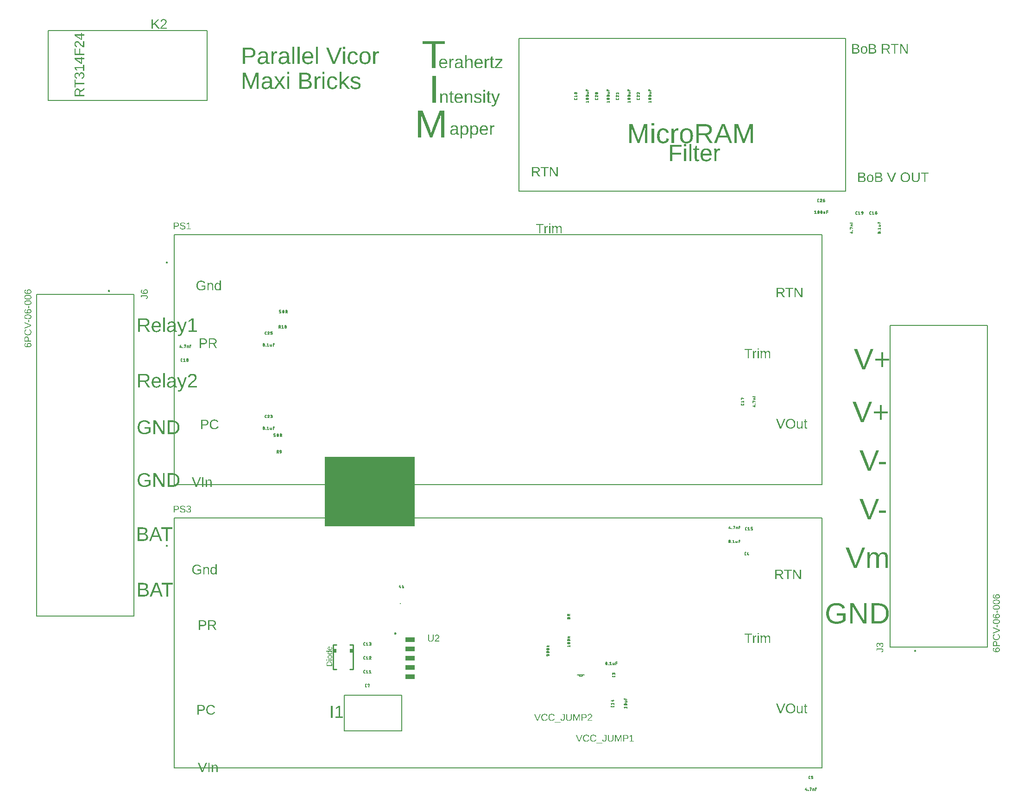
<source format=gbr>
G04 EAGLE Gerber RS-274X export*
G75*
%MOMM*%
%FSLAX34Y34*%
%LPD*%
%INSilkscreen Top*%
%IPPOS*%
%AMOC8*
5,1,8,0,0,1.08239X$1,22.5*%
G01*
G04 Define Apertures*
%ADD10R,16.510000X12.700000*%
%ADD11C,0.254000*%
%ADD12R,0.498819X0.751409*%
%ADD13R,0.501009X0.750869*%
%ADD14C,0.152400*%
%ADD15R,0.200000X0.200000*%
%ADD16C,0.127000*%
%ADD17R,1.672219X0.969841*%
%ADD18R,1.676209X0.965831*%
%ADD19R,1.676516X0.965591*%
%ADD20R,1.677569X0.966509*%
%ADD21R,1.682631X0.969381*%
%ADD22C,0.200000*%
G36*
X1130894Y347980D02*
X1128551Y347980D01*
X1128551Y365266D01*
X1136685Y365266D01*
X1137394Y365245D01*
X1138061Y365184D01*
X1138687Y365082D01*
X1139272Y364939D01*
X1139815Y364755D01*
X1140316Y364531D01*
X1140775Y364265D01*
X1141193Y363959D01*
X1141566Y363617D01*
X1141888Y363242D01*
X1142161Y362835D01*
X1142385Y362397D01*
X1142559Y361926D01*
X1142683Y361423D01*
X1142726Y361160D01*
X1142757Y360888D01*
X1142776Y360609D01*
X1142782Y360322D01*
X1142764Y359850D01*
X1142712Y359397D01*
X1142624Y358963D01*
X1142501Y358549D01*
X1142344Y358154D01*
X1142151Y357778D01*
X1141923Y357421D01*
X1141659Y357083D01*
X1141366Y356770D01*
X1141045Y356487D01*
X1140698Y356235D01*
X1140542Y356142D01*
X1140324Y356013D01*
X1139923Y355821D01*
X1139496Y355659D01*
X1139042Y355528D01*
X1138562Y355427D01*
X1140651Y352257D01*
X1143469Y347980D01*
X1140770Y347980D01*
X1136280Y355157D01*
X1130894Y355157D01*
X1130894Y347980D01*
G37*
%LPC*%
G36*
X1136550Y357009D02*
X1137000Y357023D01*
X1137424Y357063D01*
X1137821Y357131D01*
X1138192Y357226D01*
X1138537Y357347D01*
X1138856Y357496D01*
X1139148Y357671D01*
X1139414Y357874D01*
X1139652Y358101D01*
X1139857Y358350D01*
X1140031Y358620D01*
X1140173Y358912D01*
X1140284Y359226D01*
X1140363Y359561D01*
X1140411Y359918D01*
X1140427Y360297D01*
X1140411Y360663D01*
X1140362Y361007D01*
X1140282Y361328D01*
X1140170Y361627D01*
X1140026Y361903D01*
X1139850Y362157D01*
X1139642Y362388D01*
X1139402Y362597D01*
X1139132Y362783D01*
X1138834Y362944D01*
X1138507Y363080D01*
X1138152Y363191D01*
X1137769Y363277D01*
X1137358Y363339D01*
X1136919Y363376D01*
X1136452Y363389D01*
X1130894Y363389D01*
X1130894Y357009D01*
X1136550Y357009D01*
G37*
%LPD*%
G36*
X1163668Y347980D02*
X1161582Y347980D01*
X1161582Y365266D01*
X1164306Y365266D01*
X1173654Y350446D01*
X1173544Y352519D01*
X1173516Y353307D01*
X1173507Y353930D01*
X1173507Y365266D01*
X1175617Y365266D01*
X1175617Y347980D01*
X1172795Y347980D01*
X1163545Y362702D01*
X1163607Y361512D01*
X1163668Y359463D01*
X1163668Y347980D01*
G37*
G36*
X1153011Y347980D02*
X1150680Y347980D01*
X1150680Y363352D01*
X1144742Y363352D01*
X1144742Y365266D01*
X1158948Y365266D01*
X1158948Y363352D01*
X1153011Y363352D01*
X1153011Y347980D01*
G37*
G36*
X101668Y356625D02*
X101359Y356631D01*
X101060Y356651D01*
X100771Y356684D01*
X100493Y356730D01*
X100226Y356790D01*
X99969Y356863D01*
X99722Y356949D01*
X99486Y357048D01*
X99260Y357160D01*
X99044Y357286D01*
X98839Y357425D01*
X98644Y357577D01*
X98460Y357742D01*
X98286Y357921D01*
X97969Y358318D01*
X97691Y358768D01*
X97451Y359273D01*
X97248Y359832D01*
X97081Y360446D01*
X96952Y361114D01*
X96859Y361837D01*
X96804Y362614D01*
X96785Y363446D01*
X96804Y364287D01*
X96861Y365073D01*
X96957Y365805D01*
X97090Y366484D01*
X97262Y367107D01*
X97472Y367677D01*
X97720Y368192D01*
X98006Y368653D01*
X98330Y369060D01*
X98692Y369413D01*
X98888Y369569D01*
X99093Y369711D01*
X99307Y369840D01*
X99532Y369955D01*
X99765Y370057D01*
X100008Y370145D01*
X100261Y370220D01*
X100523Y370281D01*
X100795Y370328D01*
X101076Y370362D01*
X101367Y370383D01*
X101668Y370389D01*
X102037Y370381D01*
X102391Y370355D01*
X102729Y370312D01*
X103051Y370251D01*
X103357Y370174D01*
X103648Y370079D01*
X103923Y369967D01*
X104183Y369837D01*
X104428Y369689D01*
X104661Y369521D01*
X104882Y369332D01*
X105091Y369123D01*
X105287Y368893D01*
X105471Y368644D01*
X105643Y368373D01*
X105802Y368083D01*
X105827Y368083D01*
X105802Y369567D01*
X105802Y375076D01*
X108010Y375076D01*
X108010Y359606D01*
X108029Y357885D01*
X108052Y357289D01*
X108084Y356870D01*
X105974Y356870D01*
X105935Y357195D01*
X105894Y357778D01*
X105862Y358440D01*
X105851Y359005D01*
X105802Y359005D01*
X105643Y358697D01*
X105470Y358412D01*
X105286Y358150D01*
X105089Y357910D01*
X104880Y357693D01*
X104658Y357498D01*
X104423Y357326D01*
X104177Y357177D01*
X103916Y357047D01*
X103640Y356935D01*
X103349Y356840D01*
X103043Y356763D01*
X102722Y356702D01*
X102386Y356659D01*
X102034Y356633D01*
X101668Y356625D01*
G37*
%LPC*%
G36*
X102232Y358330D02*
X102685Y358350D01*
X103106Y358411D01*
X103495Y358513D01*
X103851Y358655D01*
X104176Y358838D01*
X104468Y359061D01*
X104728Y359326D01*
X104928Y359594D01*
X104956Y359630D01*
X105154Y359978D01*
X105326Y360370D01*
X105471Y360807D01*
X105590Y361290D01*
X105683Y361817D01*
X105749Y362388D01*
X105789Y363005D01*
X105802Y363667D01*
X105789Y364304D01*
X105749Y364897D01*
X105683Y365446D01*
X105590Y365951D01*
X105471Y366412D01*
X105326Y366829D01*
X105154Y367202D01*
X104956Y367531D01*
X104728Y367818D01*
X104469Y368068D01*
X104179Y368279D01*
X103858Y368451D01*
X103505Y368585D01*
X103120Y368681D01*
X102704Y368739D01*
X102257Y368758D01*
X101854Y368738D01*
X101480Y368681D01*
X101136Y368584D01*
X100820Y368450D01*
X100533Y368276D01*
X100275Y368064D01*
X100046Y367814D01*
X99846Y367525D01*
X99672Y367193D01*
X99521Y366812D01*
X99394Y366384D01*
X99289Y365907D01*
X99208Y365382D01*
X99150Y364809D01*
X99115Y364188D01*
X99104Y363519D01*
X99115Y362848D01*
X99150Y362226D01*
X99207Y361653D01*
X99288Y361130D01*
X99391Y360656D01*
X99518Y360232D01*
X99667Y359857D01*
X99840Y359532D01*
X100038Y359250D01*
X100265Y359006D01*
X100521Y358800D01*
X100806Y358630D01*
X101119Y358499D01*
X101461Y358405D01*
X101832Y358349D01*
X102232Y358330D01*
G37*
%LPD*%
G36*
X72204Y356625D02*
X71538Y356642D01*
X70895Y356692D01*
X70276Y356776D01*
X69680Y356895D01*
X69107Y357046D01*
X68558Y357232D01*
X68032Y357451D01*
X67530Y357704D01*
X67054Y357989D01*
X66606Y358303D01*
X66188Y358648D01*
X65798Y359022D01*
X65438Y359425D01*
X65106Y359858D01*
X64804Y360321D01*
X64530Y360814D01*
X64287Y361333D01*
X64077Y361874D01*
X63899Y362438D01*
X63753Y363024D01*
X63639Y363632D01*
X63558Y364263D01*
X63510Y364917D01*
X63494Y365593D01*
X63502Y366111D01*
X63529Y366615D01*
X63573Y367104D01*
X63635Y367578D01*
X63714Y368037D01*
X63811Y368481D01*
X63926Y368911D01*
X64058Y369325D01*
X64208Y369725D01*
X64375Y370110D01*
X64561Y370480D01*
X64763Y370835D01*
X64984Y371175D01*
X65222Y371501D01*
X65478Y371811D01*
X65751Y372107D01*
X66040Y372386D01*
X66344Y372648D01*
X66662Y372891D01*
X66994Y373116D01*
X67340Y373323D01*
X67701Y373512D01*
X68076Y373684D01*
X68465Y373837D01*
X68869Y373972D01*
X69287Y374089D01*
X69719Y374188D01*
X70165Y374269D01*
X70626Y374332D01*
X71101Y374377D01*
X71590Y374404D01*
X72094Y374413D01*
X72794Y374398D01*
X73461Y374353D01*
X74095Y374277D01*
X74694Y374171D01*
X75260Y374035D01*
X75792Y373868D01*
X76291Y373671D01*
X76755Y373444D01*
X77190Y373184D01*
X77600Y372887D01*
X77983Y372553D01*
X78341Y372184D01*
X78673Y371777D01*
X78980Y371335D01*
X79261Y370856D01*
X79516Y370340D01*
X77283Y369678D01*
X77090Y370033D01*
X76880Y370364D01*
X76652Y370670D01*
X76407Y370951D01*
X76145Y371207D01*
X75865Y371438D01*
X75567Y371644D01*
X75253Y371825D01*
X74919Y371983D01*
X74566Y372120D01*
X74193Y372236D01*
X73800Y372331D01*
X73388Y372405D01*
X72956Y372457D01*
X72504Y372489D01*
X72032Y372500D01*
X71664Y372492D01*
X71306Y372471D01*
X70959Y372436D01*
X70624Y372386D01*
X70299Y372323D01*
X69986Y372245D01*
X69683Y372153D01*
X69391Y372047D01*
X69111Y371927D01*
X68842Y371793D01*
X68583Y371644D01*
X68336Y371482D01*
X68099Y371305D01*
X67874Y371114D01*
X67660Y370909D01*
X67456Y370690D01*
X67265Y370458D01*
X67085Y370214D01*
X66918Y369959D01*
X66764Y369693D01*
X66622Y369415D01*
X66492Y369125D01*
X66374Y368824D01*
X66269Y368511D01*
X66177Y368186D01*
X66096Y367851D01*
X66028Y367503D01*
X65973Y367144D01*
X65929Y366774D01*
X65898Y366391D01*
X65880Y365998D01*
X65874Y365593D01*
X65880Y365189D01*
X65900Y364795D01*
X65933Y364413D01*
X65979Y364041D01*
X66038Y363680D01*
X66110Y363330D01*
X66195Y362991D01*
X66294Y362662D01*
X66405Y362344D01*
X66530Y362037D01*
X66668Y361741D01*
X66819Y361456D01*
X66983Y361181D01*
X67160Y360917D01*
X67351Y360664D01*
X67554Y360422D01*
X67769Y360192D01*
X67995Y359977D01*
X68230Y359777D01*
X68475Y359592D01*
X68731Y359422D01*
X68996Y359267D01*
X69272Y359126D01*
X69557Y359000D01*
X69853Y358889D01*
X70158Y358793D01*
X70474Y358711D01*
X70800Y358645D01*
X71136Y358593D01*
X71482Y358556D01*
X71838Y358534D01*
X72204Y358526D01*
X72624Y358534D01*
X73036Y358558D01*
X73442Y358599D01*
X73840Y358655D01*
X74232Y358727D01*
X74616Y358816D01*
X74993Y358921D01*
X75363Y359041D01*
X75721Y359176D01*
X76061Y359322D01*
X76384Y359480D01*
X76689Y359649D01*
X76977Y359829D01*
X77248Y360021D01*
X77501Y360225D01*
X77737Y360440D01*
X77737Y363556D01*
X72572Y363556D01*
X72572Y365519D01*
X79896Y365519D01*
X79896Y359557D01*
X79543Y359217D01*
X79170Y358897D01*
X78778Y358597D01*
X78367Y358316D01*
X77936Y358055D01*
X77486Y357814D01*
X77017Y357593D01*
X76528Y357391D01*
X76025Y357212D01*
X75511Y357056D01*
X74986Y356924D01*
X74451Y356816D01*
X73905Y356732D01*
X73348Y356673D01*
X72781Y356637D01*
X72204Y356625D01*
G37*
G36*
X85712Y356870D02*
X83503Y356870D01*
X83503Y367310D01*
X83485Y369178D01*
X83462Y369774D01*
X83430Y370144D01*
X85515Y370144D01*
X85540Y369813D01*
X85570Y369193D01*
X85613Y367874D01*
X85650Y367874D01*
X85844Y368205D01*
X86045Y368511D01*
X86254Y368792D01*
X86471Y369048D01*
X86694Y369278D01*
X86926Y369483D01*
X87164Y369664D01*
X87411Y369819D01*
X87668Y369953D01*
X87941Y370069D01*
X88229Y370167D01*
X88532Y370247D01*
X88850Y370309D01*
X89183Y370354D01*
X89531Y370380D01*
X89895Y370389D01*
X90423Y370372D01*
X90914Y370322D01*
X91368Y370237D01*
X91786Y370118D01*
X92167Y369965D01*
X92512Y369779D01*
X92819Y369558D01*
X93091Y369304D01*
X93328Y369010D01*
X93534Y368672D01*
X93708Y368290D01*
X93850Y367864D01*
X93961Y367393D01*
X94040Y366878D01*
X94087Y366319D01*
X94103Y365715D01*
X94103Y356870D01*
X91882Y356870D01*
X91882Y365286D01*
X91866Y365905D01*
X91818Y366451D01*
X91737Y366924D01*
X91625Y367322D01*
X91477Y367659D01*
X91290Y367945D01*
X91066Y368180D01*
X90803Y368365D01*
X90653Y368440D01*
X90488Y368505D01*
X90107Y368604D01*
X89660Y368664D01*
X89147Y368684D01*
X88758Y368667D01*
X88391Y368616D01*
X88045Y368531D01*
X87720Y368411D01*
X87417Y368258D01*
X87134Y368070D01*
X86872Y367848D01*
X86632Y367592D01*
X86416Y367306D01*
X86229Y366993D01*
X86071Y366654D01*
X85942Y366289D01*
X85841Y365897D01*
X85769Y365478D01*
X85726Y365033D01*
X85712Y364562D01*
X85712Y356870D01*
G37*
G36*
X83254Y-5080D02*
X80825Y-5080D01*
X73770Y12206D01*
X76236Y12206D01*
X81021Y36D01*
X82051Y-3019D01*
X83082Y36D01*
X87842Y12206D01*
X90308Y12206D01*
X83254Y-5080D01*
G37*
G36*
X101329Y-5080D02*
X99121Y-5080D01*
X99121Y5360D01*
X99102Y7228D01*
X99079Y7824D01*
X99047Y8194D01*
X101133Y8194D01*
X101157Y7863D01*
X101188Y7243D01*
X101231Y5924D01*
X101268Y5924D01*
X101462Y6255D01*
X101663Y6561D01*
X101872Y6842D01*
X102088Y7098D01*
X102312Y7328D01*
X102543Y7533D01*
X102782Y7714D01*
X103028Y7869D01*
X103286Y8003D01*
X103558Y8119D01*
X103846Y8217D01*
X104149Y8297D01*
X104467Y8359D01*
X104801Y8404D01*
X105149Y8430D01*
X105512Y8439D01*
X106040Y8422D01*
X106531Y8372D01*
X106986Y8287D01*
X107403Y8168D01*
X107784Y8015D01*
X108129Y7829D01*
X108437Y7608D01*
X108708Y7354D01*
X108946Y7060D01*
X109151Y6722D01*
X109325Y6340D01*
X109467Y5914D01*
X109578Y5443D01*
X109657Y4928D01*
X109705Y4369D01*
X109720Y3765D01*
X109720Y-5080D01*
X107500Y-5080D01*
X107500Y3336D01*
X107484Y3955D01*
X107435Y4501D01*
X107355Y4974D01*
X107242Y5372D01*
X107094Y5709D01*
X106908Y5995D01*
X106683Y6230D01*
X106420Y6415D01*
X106271Y6490D01*
X106105Y6555D01*
X105724Y6654D01*
X105277Y6714D01*
X104764Y6734D01*
X104376Y6717D01*
X104009Y6666D01*
X103663Y6581D01*
X103338Y6461D01*
X103034Y6308D01*
X102751Y6120D01*
X102490Y5898D01*
X102249Y5642D01*
X102034Y5356D01*
X101847Y5043D01*
X101688Y4704D01*
X101559Y4339D01*
X101458Y3947D01*
X101387Y3528D01*
X101343Y3083D01*
X101329Y2612D01*
X101329Y-5080D01*
G37*
G36*
X95072Y-5080D02*
X92729Y-5080D01*
X92729Y12206D01*
X95072Y12206D01*
X95072Y-5080D01*
G37*
G36*
X94814Y255270D02*
X92471Y255270D01*
X92471Y272556D01*
X100605Y272556D01*
X101314Y272535D01*
X101981Y272474D01*
X102607Y272372D01*
X103192Y272229D01*
X103735Y272045D01*
X104236Y271821D01*
X104695Y271555D01*
X105113Y271249D01*
X105486Y270907D01*
X105808Y270532D01*
X106081Y270125D01*
X106305Y269687D01*
X106479Y269216D01*
X106603Y268713D01*
X106646Y268450D01*
X106677Y268178D01*
X106696Y267899D01*
X106702Y267612D01*
X106684Y267140D01*
X106632Y266687D01*
X106544Y266253D01*
X106421Y265839D01*
X106264Y265444D01*
X106071Y265068D01*
X105843Y264711D01*
X105579Y264373D01*
X105286Y264060D01*
X104965Y263777D01*
X104618Y263525D01*
X104462Y263432D01*
X104244Y263303D01*
X103843Y263111D01*
X103416Y262949D01*
X102962Y262818D01*
X102482Y262717D01*
X104571Y259547D01*
X107389Y255270D01*
X104690Y255270D01*
X100200Y262447D01*
X94814Y262447D01*
X94814Y255270D01*
G37*
%LPC*%
G36*
X100470Y264299D02*
X100920Y264313D01*
X101344Y264353D01*
X101741Y264421D01*
X102112Y264516D01*
X102457Y264637D01*
X102776Y264786D01*
X103068Y264961D01*
X103334Y265164D01*
X103572Y265391D01*
X103777Y265640D01*
X103951Y265910D01*
X104093Y266202D01*
X104204Y266516D01*
X104283Y266851D01*
X104331Y267208D01*
X104347Y267587D01*
X104331Y267953D01*
X104282Y268297D01*
X104202Y268618D01*
X104090Y268917D01*
X103946Y269193D01*
X103770Y269447D01*
X103562Y269678D01*
X103322Y269887D01*
X103052Y270073D01*
X102754Y270234D01*
X102427Y270370D01*
X102072Y270481D01*
X101689Y270567D01*
X101278Y270629D01*
X100839Y270666D01*
X100372Y270679D01*
X94814Y270679D01*
X94814Y264299D01*
X100470Y264299D01*
G37*
%LPD*%
G36*
X78064Y255270D02*
X75721Y255270D01*
X75721Y272556D01*
X82996Y272556D01*
X83702Y272534D01*
X84368Y272471D01*
X84992Y272364D01*
X85575Y272215D01*
X86118Y272024D01*
X86619Y271790D01*
X87079Y271513D01*
X87498Y271194D01*
X87872Y270836D01*
X88196Y270443D01*
X88470Y270016D01*
X88695Y269553D01*
X88869Y269056D01*
X88937Y268794D01*
X88994Y268523D01*
X89037Y268244D01*
X89068Y267956D01*
X89087Y267659D01*
X89093Y267354D01*
X89087Y267051D01*
X89068Y266756D01*
X89037Y266469D01*
X88993Y266190D01*
X88868Y265655D01*
X88693Y265152D01*
X88468Y264680D01*
X88193Y264239D01*
X87867Y263830D01*
X87492Y263453D01*
X87074Y263114D01*
X86620Y262819D01*
X86130Y262571D01*
X85604Y262367D01*
X85043Y262209D01*
X84446Y262096D01*
X83812Y262028D01*
X83143Y262005D01*
X78064Y262005D01*
X78064Y255270D01*
G37*
%LPC*%
G36*
X82812Y263858D02*
X83287Y263871D01*
X83732Y263912D01*
X84146Y263980D01*
X84530Y264075D01*
X84882Y264197D01*
X85204Y264346D01*
X85496Y264522D01*
X85756Y264726D01*
X85986Y264956D01*
X86186Y265214D01*
X86354Y265499D01*
X86492Y265811D01*
X86600Y266150D01*
X86676Y266516D01*
X86722Y266909D01*
X86738Y267330D01*
X86722Y267735D01*
X86675Y268114D01*
X86596Y268468D01*
X86486Y268795D01*
X86345Y269096D01*
X86172Y269370D01*
X85968Y269619D01*
X85732Y269841D01*
X85465Y270038D01*
X85166Y270208D01*
X84836Y270352D01*
X84474Y270469D01*
X84081Y270561D01*
X83657Y270626D01*
X83201Y270666D01*
X82714Y270679D01*
X78064Y270679D01*
X78064Y263858D01*
X82812Y263858D01*
G37*
%LPD*%
G36*
X75524Y100330D02*
X73181Y100330D01*
X73181Y117616D01*
X80456Y117616D01*
X81162Y117594D01*
X81828Y117531D01*
X82452Y117424D01*
X83035Y117275D01*
X83578Y117084D01*
X84079Y116850D01*
X84539Y116573D01*
X84958Y116254D01*
X85332Y115896D01*
X85656Y115503D01*
X85930Y115076D01*
X86155Y114613D01*
X86329Y114116D01*
X86397Y113854D01*
X86454Y113583D01*
X86497Y113304D01*
X86528Y113016D01*
X86547Y112719D01*
X86553Y112414D01*
X86547Y112111D01*
X86528Y111816D01*
X86497Y111529D01*
X86453Y111250D01*
X86328Y110715D01*
X86153Y110212D01*
X85928Y109740D01*
X85653Y109299D01*
X85327Y108890D01*
X84952Y108513D01*
X84534Y108174D01*
X84080Y107879D01*
X83590Y107631D01*
X83064Y107427D01*
X82503Y107269D01*
X81906Y107156D01*
X81272Y107088D01*
X80603Y107065D01*
X75524Y107065D01*
X75524Y100330D01*
G37*
%LPC*%
G36*
X80272Y108918D02*
X80747Y108931D01*
X81192Y108972D01*
X81606Y109040D01*
X81990Y109135D01*
X82342Y109257D01*
X82664Y109406D01*
X82956Y109582D01*
X83216Y109786D01*
X83446Y110016D01*
X83646Y110274D01*
X83814Y110559D01*
X83952Y110871D01*
X84060Y111210D01*
X84136Y111576D01*
X84182Y111969D01*
X84198Y112390D01*
X84182Y112795D01*
X84135Y113174D01*
X84056Y113528D01*
X83946Y113855D01*
X83805Y114156D01*
X83632Y114430D01*
X83428Y114679D01*
X83192Y114901D01*
X82925Y115098D01*
X82626Y115268D01*
X82296Y115412D01*
X81934Y115529D01*
X81541Y115621D01*
X81117Y115686D01*
X80661Y115726D01*
X80174Y115739D01*
X75524Y115739D01*
X75524Y108918D01*
X80272Y108918D01*
G37*
%LPD*%
G36*
X97574Y100085D02*
X96932Y100102D01*
X96312Y100153D01*
X95713Y100237D01*
X95137Y100356D01*
X94583Y100509D01*
X94051Y100695D01*
X93541Y100916D01*
X93053Y101170D01*
X92591Y101456D01*
X92156Y101771D01*
X91750Y102116D01*
X91373Y102489D01*
X91023Y102892D01*
X90702Y103323D01*
X90410Y103784D01*
X90146Y104274D01*
X89911Y104790D01*
X89708Y105330D01*
X89536Y105892D01*
X89396Y106478D01*
X89286Y107087D01*
X89208Y107719D01*
X89162Y108374D01*
X89146Y109053D01*
X89155Y109562D01*
X89181Y110058D01*
X89224Y110540D01*
X89285Y111008D01*
X89364Y111462D01*
X89460Y111901D01*
X89573Y112327D01*
X89704Y112739D01*
X89852Y113137D01*
X90018Y113521D01*
X90201Y113891D01*
X90402Y114247D01*
X90620Y114588D01*
X90855Y114916D01*
X91108Y115230D01*
X91379Y115530D01*
X91664Y115814D01*
X91964Y116079D01*
X92276Y116326D01*
X92602Y116555D01*
X92942Y116766D01*
X93295Y116958D01*
X93661Y117132D01*
X94041Y117288D01*
X94434Y117425D01*
X94841Y117544D01*
X95261Y117645D01*
X95694Y117727D01*
X96141Y117791D01*
X96601Y117837D01*
X97075Y117864D01*
X97562Y117873D01*
X98238Y117856D01*
X98885Y117806D01*
X99504Y117722D01*
X100095Y117603D01*
X100658Y117452D01*
X101192Y117266D01*
X101697Y117047D01*
X102175Y116794D01*
X102622Y116508D01*
X103039Y116189D01*
X103426Y115837D01*
X103782Y115453D01*
X104107Y115037D01*
X104401Y114588D01*
X104665Y114106D01*
X104898Y113592D01*
X102678Y112856D01*
X102516Y113222D01*
X102331Y113566D01*
X102124Y113887D01*
X101894Y114187D01*
X101641Y114464D01*
X101365Y114719D01*
X101067Y114952D01*
X100745Y115162D01*
X100405Y115349D01*
X100049Y115511D01*
X99677Y115648D01*
X99290Y115760D01*
X98887Y115847D01*
X98469Y115910D01*
X98036Y115947D01*
X97586Y115960D01*
X97232Y115952D01*
X96889Y115931D01*
X96555Y115895D01*
X96231Y115844D01*
X95917Y115779D01*
X95613Y115700D01*
X95319Y115606D01*
X95035Y115498D01*
X94760Y115375D01*
X94496Y115238D01*
X94242Y115087D01*
X93998Y114921D01*
X93764Y114741D01*
X93539Y114546D01*
X93325Y114337D01*
X93121Y114113D01*
X92747Y113630D01*
X92579Y113373D01*
X92423Y113105D01*
X92280Y112826D01*
X92149Y112536D01*
X92031Y112236D01*
X91925Y111925D01*
X91831Y111603D01*
X91750Y111271D01*
X91682Y110928D01*
X91626Y110574D01*
X91582Y110210D01*
X91551Y109835D01*
X91532Y109449D01*
X91526Y109053D01*
X91532Y108660D01*
X91552Y108278D01*
X91584Y107905D01*
X91630Y107542D01*
X91688Y107188D01*
X91760Y106845D01*
X91844Y106511D01*
X91941Y106186D01*
X92052Y105872D01*
X92175Y105567D01*
X92312Y105272D01*
X92461Y104987D01*
X92623Y104711D01*
X92799Y104445D01*
X93188Y103943D01*
X93401Y103709D01*
X93622Y103490D01*
X93853Y103286D01*
X94093Y103098D01*
X94342Y102924D01*
X94600Y102765D01*
X94867Y102622D01*
X95143Y102494D01*
X95429Y102381D01*
X95724Y102282D01*
X96028Y102199D01*
X96341Y102131D01*
X96663Y102079D01*
X96994Y102041D01*
X97335Y102018D01*
X97684Y102011D01*
X98131Y102025D01*
X98564Y102067D01*
X98983Y102137D01*
X99387Y102235D01*
X99778Y102362D01*
X100154Y102516D01*
X100517Y102699D01*
X100865Y102909D01*
X101199Y103148D01*
X101519Y103415D01*
X101825Y103710D01*
X102117Y104033D01*
X102395Y104384D01*
X102659Y104763D01*
X102908Y105170D01*
X103144Y105605D01*
X105058Y104648D01*
X104777Y104107D01*
X104470Y103599D01*
X104135Y103124D01*
X103774Y102682D01*
X103386Y102274D01*
X102970Y101900D01*
X102528Y101558D01*
X102058Y101250D01*
X101565Y100977D01*
X101053Y100740D01*
X100522Y100540D01*
X99971Y100376D01*
X99401Y100249D01*
X98811Y100158D01*
X98202Y100103D01*
X97574Y100085D01*
G37*
G36*
X318770Y189137D02*
X308902Y189137D01*
X308902Y192400D01*
X308921Y193009D01*
X308980Y193583D01*
X309078Y194120D01*
X309216Y194621D01*
X309393Y195087D01*
X309609Y195517D01*
X309864Y195912D01*
X310159Y196270D01*
X310490Y196589D01*
X310854Y196866D01*
X311251Y197100D01*
X311681Y197292D01*
X312145Y197441D01*
X312642Y197547D01*
X313171Y197611D01*
X313734Y197632D01*
X314110Y197623D01*
X314474Y197595D01*
X314826Y197549D01*
X315166Y197483D01*
X315494Y197400D01*
X315810Y197297D01*
X316114Y197176D01*
X316406Y197037D01*
X316684Y196880D01*
X316945Y196708D01*
X317190Y196520D01*
X317417Y196317D01*
X317628Y196099D01*
X317823Y195864D01*
X318000Y195614D01*
X318161Y195349D01*
X318304Y195071D01*
X318427Y194782D01*
X318532Y194482D01*
X318618Y194172D01*
X318684Y193852D01*
X318732Y193521D01*
X318761Y193180D01*
X318770Y192828D01*
X318770Y189137D01*
G37*
%LPC*%
G36*
X317698Y190474D02*
X317698Y192674D01*
X317691Y192941D01*
X317669Y193200D01*
X317631Y193451D01*
X317579Y193693D01*
X317512Y193928D01*
X317431Y194154D01*
X317334Y194372D01*
X317222Y194582D01*
X317097Y194782D01*
X316958Y194970D01*
X316806Y195146D01*
X316641Y195310D01*
X316463Y195462D01*
X316271Y195602D01*
X316067Y195730D01*
X315849Y195846D01*
X315620Y195950D01*
X315381Y196039D01*
X315132Y196115D01*
X314872Y196177D01*
X314603Y196225D01*
X314324Y196260D01*
X314034Y196281D01*
X313734Y196287D01*
X313289Y196272D01*
X312871Y196225D01*
X312481Y196146D01*
X312117Y196036D01*
X311781Y195895D01*
X311472Y195722D01*
X311191Y195518D01*
X310936Y195282D01*
X310711Y195017D01*
X310515Y194724D01*
X310349Y194402D01*
X310214Y194052D01*
X310109Y193675D01*
X310033Y193269D01*
X309988Y192835D01*
X309973Y192372D01*
X309973Y190474D01*
X317698Y190474D01*
G37*
%LPD*%
G36*
X315016Y210062D02*
X314536Y210073D01*
X314087Y210106D01*
X313669Y210160D01*
X313282Y210237D01*
X312926Y210335D01*
X312600Y210454D01*
X312306Y210596D01*
X312043Y210759D01*
X311811Y210944D01*
X311609Y211151D01*
X311439Y211380D01*
X311300Y211630D01*
X311191Y211903D01*
X311114Y212197D01*
X311067Y212512D01*
X311052Y212850D01*
X311072Y213263D01*
X311131Y213640D01*
X311229Y213981D01*
X311367Y214286D01*
X311548Y214559D01*
X311775Y214804D01*
X312049Y215021D01*
X312369Y215210D01*
X312369Y215224D01*
X311521Y215210D01*
X308376Y215210D01*
X308376Y216471D01*
X317208Y216471D01*
X318190Y216481D01*
X318770Y216513D01*
X318770Y215308D01*
X318252Y215263D01*
X317551Y215238D01*
X317551Y215210D01*
X317890Y215021D01*
X318176Y214803D01*
X318412Y214557D01*
X318595Y214282D01*
X318733Y213976D01*
X318831Y213635D01*
X318890Y213260D01*
X318910Y212850D01*
X318895Y212503D01*
X318850Y212179D01*
X318774Y211880D01*
X318668Y211604D01*
X318533Y211352D01*
X318366Y211124D01*
X318170Y210919D01*
X317944Y210738D01*
X317686Y210580D01*
X317398Y210442D01*
X317079Y210326D01*
X316728Y210231D01*
X316347Y210157D01*
X315934Y210105D01*
X315491Y210073D01*
X315016Y210062D01*
G37*
%LPC*%
G36*
X314974Y211386D02*
X315357Y211393D01*
X315712Y211412D01*
X316039Y211445D01*
X316338Y211491D01*
X316608Y211550D01*
X316851Y211622D01*
X317065Y211708D01*
X317250Y211806D01*
X317411Y211920D01*
X317550Y212049D01*
X317668Y212195D01*
X317765Y212358D01*
X317840Y212537D01*
X317894Y212732D01*
X317926Y212944D01*
X317937Y213172D01*
X317925Y213431D01*
X317890Y213671D01*
X317832Y213893D01*
X317751Y214097D01*
X317647Y214282D01*
X317519Y214448D01*
X317368Y214597D01*
X317215Y214711D01*
X317194Y214727D01*
X316996Y214840D01*
X316772Y214938D01*
X316522Y215021D01*
X316247Y215089D01*
X315946Y215142D01*
X315620Y215180D01*
X315268Y215203D01*
X314890Y215210D01*
X314526Y215203D01*
X314187Y215180D01*
X313874Y215142D01*
X313585Y215089D01*
X313322Y215021D01*
X313084Y214938D01*
X312871Y214840D01*
X312684Y214727D01*
X312520Y214597D01*
X312377Y214449D01*
X312257Y214284D01*
X312158Y214100D01*
X312082Y213898D01*
X312027Y213679D01*
X311994Y213441D01*
X311983Y213186D01*
X311994Y212956D01*
X312027Y212743D01*
X312082Y212546D01*
X312159Y212366D01*
X312258Y212202D01*
X312379Y212055D01*
X312522Y211924D01*
X312687Y211810D01*
X312877Y211710D01*
X313094Y211624D01*
X313339Y211552D01*
X313611Y211492D01*
X313910Y211446D01*
X314237Y211413D01*
X314592Y211393D01*
X314974Y211386D01*
G37*
%LPD*%
G36*
X314974Y202094D02*
X314499Y202107D01*
X314055Y202147D01*
X313641Y202213D01*
X313258Y202306D01*
X312906Y202425D01*
X312584Y202571D01*
X312293Y202744D01*
X312032Y202943D01*
X311803Y203168D01*
X311603Y203420D01*
X311435Y203699D01*
X311297Y204004D01*
X311190Y204336D01*
X311113Y204694D01*
X311067Y205079D01*
X311052Y205490D01*
X311067Y205910D01*
X311112Y206302D01*
X311186Y206664D01*
X311291Y206998D01*
X311425Y207303D01*
X311590Y207580D01*
X311784Y207828D01*
X312008Y208047D01*
X312263Y208239D01*
X312552Y208405D01*
X312873Y208546D01*
X313227Y208661D01*
X313615Y208751D01*
X314035Y208815D01*
X314488Y208853D01*
X314974Y208866D01*
X315455Y208853D01*
X315905Y208812D01*
X316323Y208743D01*
X316709Y208647D01*
X317064Y208524D01*
X317386Y208374D01*
X317677Y208196D01*
X317937Y207991D01*
X318165Y207760D01*
X318362Y207504D01*
X318530Y207223D01*
X318667Y206917D01*
X318773Y206587D01*
X318849Y206232D01*
X318895Y205853D01*
X318910Y205448D01*
X318894Y205046D01*
X318847Y204669D01*
X318768Y204318D01*
X318657Y203992D01*
X318515Y203691D01*
X318341Y203416D01*
X318135Y203166D01*
X317898Y202941D01*
X317631Y202742D01*
X317336Y202570D01*
X317012Y202425D01*
X316661Y202305D01*
X316281Y202213D01*
X315874Y202147D01*
X315438Y202107D01*
X314974Y202094D01*
G37*
%LPC*%
G36*
X314974Y203417D02*
X315337Y203425D01*
X315677Y203448D01*
X315993Y203486D01*
X316286Y203539D01*
X316556Y203607D01*
X316803Y203691D01*
X317026Y203790D01*
X317226Y203904D01*
X317402Y204034D01*
X317555Y204182D01*
X317684Y204347D01*
X317790Y204530D01*
X317873Y204730D01*
X317932Y204947D01*
X317967Y205182D01*
X317979Y205434D01*
X317967Y205708D01*
X317933Y205961D01*
X317876Y206194D01*
X317797Y206407D01*
X317694Y206600D01*
X317569Y206772D01*
X317421Y206924D01*
X317250Y207056D01*
X317055Y207170D01*
X316835Y207269D01*
X316589Y207352D01*
X316317Y207421D01*
X316020Y207474D01*
X315697Y207512D01*
X315348Y207535D01*
X314974Y207543D01*
X314595Y207535D01*
X314243Y207513D01*
X313918Y207477D01*
X313620Y207426D01*
X313348Y207361D01*
X313103Y207281D01*
X312885Y207186D01*
X312694Y207077D01*
X312528Y206950D01*
X312383Y206804D01*
X312261Y206638D01*
X312161Y206453D01*
X312083Y206247D01*
X312028Y206022D01*
X311994Y205776D01*
X311983Y205511D01*
X311995Y205244D01*
X312029Y204996D01*
X312085Y204768D01*
X312165Y204558D01*
X312267Y204368D01*
X312391Y204196D01*
X312538Y204044D01*
X312708Y203911D01*
X312902Y203795D01*
X313122Y203695D01*
X313367Y203610D01*
X313637Y203541D01*
X313933Y203487D01*
X314255Y203448D01*
X314602Y203425D01*
X314974Y203417D01*
G37*
%LPD*%
G36*
X314932Y218038D02*
X314476Y218052D01*
X314048Y218093D01*
X313647Y218162D01*
X313274Y218258D01*
X312928Y218381D01*
X312609Y218533D01*
X312317Y218711D01*
X312053Y218917D01*
X311819Y219149D01*
X311615Y219404D01*
X311443Y219682D01*
X311302Y219984D01*
X311193Y220310D01*
X311114Y220659D01*
X311068Y221032D01*
X311052Y221428D01*
X311068Y221832D01*
X311115Y222211D01*
X311193Y222563D01*
X311304Y222890D01*
X311445Y223190D01*
X311618Y223464D01*
X311823Y223712D01*
X312059Y223934D01*
X312326Y224129D01*
X312625Y224299D01*
X312955Y224442D01*
X313317Y224560D01*
X313710Y224651D01*
X314135Y224717D01*
X314591Y224756D01*
X315079Y224769D01*
X315247Y224769D01*
X315247Y219362D01*
X315564Y219370D01*
X315861Y219396D01*
X316140Y219438D01*
X316401Y219497D01*
X316643Y219572D01*
X316866Y219665D01*
X317071Y219775D01*
X317257Y219901D01*
X317423Y220044D01*
X317567Y220202D01*
X317688Y220375D01*
X317788Y220565D01*
X317865Y220769D01*
X317920Y220990D01*
X317954Y221226D01*
X317965Y221477D01*
X317944Y221866D01*
X317882Y222215D01*
X317779Y222523D01*
X317635Y222790D01*
X317460Y223017D01*
X317262Y223204D01*
X317043Y223352D01*
X316802Y223459D01*
X317117Y224566D01*
X317334Y224474D01*
X317537Y224369D01*
X317726Y224250D01*
X317902Y224118D01*
X318063Y223972D01*
X318210Y223813D01*
X318343Y223640D01*
X318462Y223454D01*
X318567Y223254D01*
X318658Y223041D01*
X318735Y222814D01*
X318798Y222573D01*
X318847Y222320D01*
X318882Y222052D01*
X318903Y221771D01*
X318910Y221477D01*
X318894Y221069D01*
X318847Y220687D01*
X318769Y220329D01*
X318660Y219997D01*
X318519Y219689D01*
X318347Y219407D01*
X318143Y219149D01*
X317909Y218917D01*
X317643Y218711D01*
X317347Y218533D01*
X317021Y218381D01*
X316664Y218258D01*
X316276Y218162D01*
X315859Y218093D01*
X315411Y218052D01*
X314932Y218038D01*
G37*
%LPC*%
G36*
X314281Y219376D02*
X314281Y223466D01*
X313991Y223434D01*
X313722Y223389D01*
X313473Y223331D01*
X313245Y223261D01*
X313037Y223179D01*
X312849Y223084D01*
X312681Y222977D01*
X312533Y222857D01*
X312404Y222724D01*
X312293Y222577D01*
X312198Y222416D01*
X312121Y222242D01*
X312061Y222054D01*
X312018Y221852D01*
X311992Y221636D01*
X311983Y221407D01*
X311993Y221183D01*
X312022Y220972D01*
X312070Y220772D01*
X312137Y220585D01*
X312223Y220409D01*
X312328Y220245D01*
X312453Y220094D01*
X312596Y219954D01*
X312757Y219827D01*
X312931Y219717D01*
X313120Y219621D01*
X313324Y219541D01*
X313541Y219477D01*
X313773Y219428D01*
X314020Y219394D01*
X314281Y219376D01*
G37*
%LPD*%
G36*
X318770Y199263D02*
X311192Y199263D01*
X311192Y200524D01*
X318770Y200524D01*
X318770Y199263D01*
G37*
G36*
X309581Y199263D02*
X308376Y199263D01*
X308376Y200524D01*
X309581Y200524D01*
X309581Y199263D01*
G37*
G36*
X109288Y876055D02*
X108979Y876061D01*
X108680Y876081D01*
X108391Y876114D01*
X108113Y876160D01*
X107846Y876220D01*
X107589Y876293D01*
X107342Y876379D01*
X107106Y876478D01*
X106880Y876590D01*
X106664Y876716D01*
X106459Y876855D01*
X106264Y877007D01*
X106080Y877172D01*
X105906Y877351D01*
X105589Y877748D01*
X105311Y878198D01*
X105071Y878703D01*
X104868Y879262D01*
X104701Y879876D01*
X104572Y880544D01*
X104479Y881267D01*
X104424Y882044D01*
X104405Y882876D01*
X104424Y883717D01*
X104481Y884503D01*
X104577Y885235D01*
X104710Y885914D01*
X104882Y886537D01*
X105092Y887107D01*
X105340Y887622D01*
X105626Y888083D01*
X105950Y888490D01*
X106312Y888843D01*
X106508Y888999D01*
X106713Y889141D01*
X106927Y889270D01*
X107152Y889385D01*
X107385Y889487D01*
X107628Y889575D01*
X107881Y889650D01*
X108143Y889711D01*
X108415Y889758D01*
X108696Y889792D01*
X108987Y889813D01*
X109288Y889819D01*
X109657Y889811D01*
X110011Y889785D01*
X110349Y889742D01*
X110671Y889681D01*
X110977Y889604D01*
X111268Y889509D01*
X111543Y889397D01*
X111803Y889267D01*
X112048Y889119D01*
X112281Y888951D01*
X112502Y888762D01*
X112711Y888553D01*
X112907Y888323D01*
X113091Y888074D01*
X113263Y887803D01*
X113422Y887513D01*
X113447Y887513D01*
X113422Y888997D01*
X113422Y894506D01*
X115630Y894506D01*
X115630Y879036D01*
X115649Y877315D01*
X115672Y876719D01*
X115704Y876300D01*
X113594Y876300D01*
X113555Y876625D01*
X113514Y877208D01*
X113482Y877870D01*
X113471Y878435D01*
X113422Y878435D01*
X113263Y878127D01*
X113090Y877842D01*
X112906Y877580D01*
X112709Y877340D01*
X112500Y877123D01*
X112278Y876928D01*
X112043Y876756D01*
X111797Y876607D01*
X111536Y876477D01*
X111260Y876365D01*
X110969Y876270D01*
X110663Y876193D01*
X110342Y876132D01*
X110006Y876089D01*
X109654Y876063D01*
X109288Y876055D01*
G37*
%LPC*%
G36*
X109852Y877760D02*
X110305Y877780D01*
X110726Y877841D01*
X111115Y877943D01*
X111471Y878085D01*
X111796Y878268D01*
X112088Y878491D01*
X112348Y878756D01*
X112548Y879024D01*
X112576Y879060D01*
X112774Y879408D01*
X112946Y879800D01*
X113091Y880237D01*
X113210Y880720D01*
X113303Y881247D01*
X113369Y881818D01*
X113409Y882435D01*
X113422Y883097D01*
X113409Y883734D01*
X113369Y884327D01*
X113303Y884876D01*
X113210Y885381D01*
X113091Y885842D01*
X112946Y886259D01*
X112774Y886632D01*
X112576Y886961D01*
X112348Y887248D01*
X112089Y887498D01*
X111799Y887709D01*
X111478Y887881D01*
X111125Y888015D01*
X110740Y888111D01*
X110324Y888169D01*
X109877Y888188D01*
X109474Y888168D01*
X109100Y888111D01*
X108756Y888014D01*
X108440Y887880D01*
X108153Y887706D01*
X107895Y887494D01*
X107666Y887244D01*
X107466Y886955D01*
X107292Y886623D01*
X107141Y886242D01*
X107014Y885814D01*
X106909Y885337D01*
X106828Y884812D01*
X106770Y884239D01*
X106735Y883618D01*
X106724Y882949D01*
X106735Y882278D01*
X106770Y881656D01*
X106827Y881083D01*
X106908Y880560D01*
X107011Y880086D01*
X107138Y879662D01*
X107287Y879287D01*
X107460Y878962D01*
X107658Y878680D01*
X107885Y878436D01*
X108141Y878230D01*
X108426Y878060D01*
X108739Y877929D01*
X109081Y877835D01*
X109452Y877779D01*
X109852Y877760D01*
G37*
%LPD*%
G36*
X79824Y876055D02*
X79158Y876072D01*
X78515Y876122D01*
X77896Y876206D01*
X77300Y876325D01*
X76727Y876476D01*
X76178Y876662D01*
X75652Y876881D01*
X75150Y877134D01*
X74674Y877419D01*
X74226Y877733D01*
X73808Y878078D01*
X73418Y878452D01*
X73058Y878855D01*
X72726Y879288D01*
X72424Y879751D01*
X72150Y880244D01*
X71907Y880763D01*
X71697Y881304D01*
X71519Y881868D01*
X71373Y882454D01*
X71259Y883062D01*
X71178Y883693D01*
X71130Y884347D01*
X71114Y885023D01*
X71122Y885541D01*
X71149Y886045D01*
X71193Y886534D01*
X71255Y887008D01*
X71334Y887467D01*
X71431Y887911D01*
X71546Y888341D01*
X71678Y888755D01*
X71828Y889155D01*
X71995Y889540D01*
X72181Y889910D01*
X72383Y890265D01*
X72604Y890605D01*
X72842Y890931D01*
X73098Y891241D01*
X73371Y891537D01*
X73660Y891816D01*
X73964Y892078D01*
X74282Y892321D01*
X74614Y892546D01*
X74960Y892753D01*
X75321Y892942D01*
X75696Y893114D01*
X76085Y893267D01*
X76489Y893402D01*
X76907Y893519D01*
X77339Y893618D01*
X77785Y893699D01*
X78246Y893762D01*
X78721Y893807D01*
X79210Y893834D01*
X79714Y893843D01*
X80414Y893828D01*
X81081Y893783D01*
X81715Y893707D01*
X82314Y893601D01*
X82880Y893465D01*
X83412Y893298D01*
X83911Y893101D01*
X84375Y892874D01*
X84810Y892614D01*
X85220Y892317D01*
X85603Y891983D01*
X85961Y891614D01*
X86293Y891207D01*
X86600Y890765D01*
X86881Y890286D01*
X87136Y889770D01*
X84903Y889108D01*
X84710Y889463D01*
X84500Y889794D01*
X84272Y890100D01*
X84027Y890381D01*
X83765Y890637D01*
X83485Y890868D01*
X83187Y891074D01*
X82873Y891255D01*
X82539Y891413D01*
X82186Y891550D01*
X81813Y891666D01*
X81420Y891761D01*
X81008Y891835D01*
X80576Y891887D01*
X80124Y891919D01*
X79652Y891930D01*
X79284Y891922D01*
X78926Y891901D01*
X78579Y891866D01*
X78244Y891816D01*
X77919Y891753D01*
X77606Y891675D01*
X77303Y891583D01*
X77011Y891477D01*
X76731Y891357D01*
X76462Y891223D01*
X76203Y891074D01*
X75956Y890912D01*
X75719Y890735D01*
X75494Y890544D01*
X75280Y890339D01*
X75076Y890120D01*
X74885Y889888D01*
X74705Y889644D01*
X74538Y889389D01*
X74384Y889123D01*
X74242Y888845D01*
X74112Y888555D01*
X73994Y888254D01*
X73889Y887941D01*
X73797Y887616D01*
X73716Y887281D01*
X73648Y886933D01*
X73593Y886574D01*
X73549Y886204D01*
X73518Y885821D01*
X73500Y885428D01*
X73494Y885023D01*
X73500Y884619D01*
X73520Y884225D01*
X73553Y883843D01*
X73599Y883471D01*
X73658Y883110D01*
X73730Y882760D01*
X73815Y882421D01*
X73914Y882092D01*
X74025Y881774D01*
X74150Y881467D01*
X74288Y881171D01*
X74439Y880886D01*
X74603Y880611D01*
X74780Y880347D01*
X74971Y880094D01*
X75174Y879852D01*
X75389Y879622D01*
X75615Y879407D01*
X75850Y879207D01*
X76095Y879022D01*
X76351Y878852D01*
X76616Y878697D01*
X76892Y878556D01*
X77177Y878430D01*
X77473Y878319D01*
X77778Y878223D01*
X78094Y878141D01*
X78420Y878075D01*
X78756Y878023D01*
X79102Y877986D01*
X79458Y877964D01*
X79824Y877956D01*
X80244Y877964D01*
X80656Y877988D01*
X81062Y878029D01*
X81460Y878085D01*
X81852Y878157D01*
X82236Y878246D01*
X82613Y878351D01*
X82983Y878471D01*
X83341Y878606D01*
X83681Y878752D01*
X84004Y878910D01*
X84309Y879079D01*
X84597Y879259D01*
X84868Y879451D01*
X85121Y879655D01*
X85357Y879870D01*
X85357Y882986D01*
X80192Y882986D01*
X80192Y884949D01*
X87516Y884949D01*
X87516Y878987D01*
X87163Y878647D01*
X86790Y878327D01*
X86398Y878027D01*
X85987Y877746D01*
X85556Y877485D01*
X85106Y877244D01*
X84637Y877023D01*
X84148Y876821D01*
X83645Y876642D01*
X83131Y876486D01*
X82606Y876354D01*
X82071Y876246D01*
X81525Y876162D01*
X80968Y876103D01*
X80401Y876067D01*
X79824Y876055D01*
G37*
G36*
X93332Y876300D02*
X91123Y876300D01*
X91123Y886740D01*
X91105Y888608D01*
X91082Y889204D01*
X91050Y889574D01*
X93135Y889574D01*
X93160Y889243D01*
X93190Y888623D01*
X93233Y887304D01*
X93270Y887304D01*
X93464Y887635D01*
X93665Y887941D01*
X93874Y888222D01*
X94091Y888478D01*
X94314Y888708D01*
X94546Y888913D01*
X94784Y889094D01*
X95031Y889249D01*
X95288Y889383D01*
X95561Y889499D01*
X95849Y889597D01*
X96152Y889677D01*
X96470Y889739D01*
X96803Y889784D01*
X97151Y889810D01*
X97515Y889819D01*
X98043Y889802D01*
X98534Y889752D01*
X98988Y889667D01*
X99406Y889548D01*
X99787Y889395D01*
X100132Y889209D01*
X100439Y888988D01*
X100711Y888734D01*
X100948Y888440D01*
X101154Y888102D01*
X101328Y887720D01*
X101470Y887294D01*
X101581Y886823D01*
X101660Y886308D01*
X101707Y885749D01*
X101723Y885145D01*
X101723Y876300D01*
X99502Y876300D01*
X99502Y884716D01*
X99486Y885335D01*
X99438Y885881D01*
X99357Y886354D01*
X99245Y886752D01*
X99097Y887089D01*
X98910Y887375D01*
X98686Y887610D01*
X98423Y887795D01*
X98273Y887870D01*
X98108Y887935D01*
X97727Y888034D01*
X97280Y888094D01*
X96767Y888114D01*
X96378Y888097D01*
X96011Y888046D01*
X95665Y887961D01*
X95340Y887841D01*
X95037Y887688D01*
X94754Y887500D01*
X94492Y887278D01*
X94252Y887022D01*
X94036Y886736D01*
X93849Y886423D01*
X93691Y886084D01*
X93562Y885719D01*
X93461Y885327D01*
X93389Y884908D01*
X93346Y884463D01*
X93332Y883992D01*
X93332Y876300D01*
G37*
G36*
X72212Y516890D02*
X69783Y516890D01*
X62729Y534176D01*
X65195Y534176D01*
X69979Y522006D01*
X71010Y518951D01*
X72040Y522006D01*
X76800Y534176D01*
X79266Y534176D01*
X72212Y516890D01*
G37*
G36*
X90288Y516890D02*
X88079Y516890D01*
X88079Y527330D01*
X88061Y529198D01*
X88038Y529794D01*
X88006Y530164D01*
X90091Y530164D01*
X90116Y529833D01*
X90147Y529213D01*
X90190Y527894D01*
X90226Y527894D01*
X90420Y528225D01*
X90622Y528531D01*
X90830Y528812D01*
X91047Y529068D01*
X91271Y529298D01*
X91502Y529503D01*
X91741Y529684D01*
X91987Y529839D01*
X92244Y529973D01*
X92517Y530089D01*
X92805Y530187D01*
X93108Y530267D01*
X93426Y530329D01*
X93759Y530374D01*
X94108Y530400D01*
X94471Y530409D01*
X94999Y530392D01*
X95490Y530342D01*
X95944Y530257D01*
X96362Y530138D01*
X96743Y529985D01*
X97088Y529799D01*
X97396Y529578D01*
X97667Y529324D01*
X97904Y529030D01*
X98110Y528692D01*
X98284Y528310D01*
X98426Y527884D01*
X98537Y527413D01*
X98616Y526898D01*
X98663Y526339D01*
X98679Y525735D01*
X98679Y516890D01*
X96458Y516890D01*
X96458Y525306D01*
X96442Y525925D01*
X96394Y526471D01*
X96314Y526944D01*
X96201Y527342D01*
X96053Y527679D01*
X95867Y527965D01*
X95642Y528200D01*
X95379Y528385D01*
X95230Y528460D01*
X95064Y528525D01*
X94683Y528624D01*
X94236Y528684D01*
X93723Y528704D01*
X93335Y528687D01*
X92967Y528636D01*
X92621Y528551D01*
X92297Y528431D01*
X91993Y528278D01*
X91710Y528090D01*
X91448Y527868D01*
X91208Y527612D01*
X90992Y527326D01*
X90805Y527013D01*
X90647Y526674D01*
X90518Y526309D01*
X90417Y525917D01*
X90345Y525498D01*
X90302Y525053D01*
X90288Y524582D01*
X90288Y516890D01*
G37*
G36*
X84030Y516890D02*
X81687Y516890D01*
X81687Y534176D01*
X84030Y534176D01*
X84030Y516890D01*
G37*
G36*
X96084Y770890D02*
X93741Y770890D01*
X93741Y788176D01*
X101875Y788176D01*
X102584Y788155D01*
X103251Y788094D01*
X103877Y787992D01*
X104462Y787849D01*
X105005Y787665D01*
X105506Y787441D01*
X105965Y787175D01*
X106383Y786869D01*
X106756Y786527D01*
X107078Y786152D01*
X107351Y785745D01*
X107575Y785307D01*
X107749Y784836D01*
X107873Y784333D01*
X107916Y784070D01*
X107947Y783798D01*
X107966Y783519D01*
X107972Y783232D01*
X107954Y782760D01*
X107902Y782307D01*
X107814Y781873D01*
X107691Y781459D01*
X107534Y781064D01*
X107341Y780688D01*
X107113Y780331D01*
X106849Y779993D01*
X106556Y779680D01*
X106235Y779397D01*
X105888Y779145D01*
X105732Y779052D01*
X105514Y778923D01*
X105113Y778731D01*
X104686Y778569D01*
X104232Y778438D01*
X103752Y778337D01*
X105841Y775167D01*
X108659Y770890D01*
X105960Y770890D01*
X101470Y778067D01*
X96084Y778067D01*
X96084Y770890D01*
G37*
%LPC*%
G36*
X101740Y779919D02*
X102190Y779933D01*
X102614Y779973D01*
X103011Y780041D01*
X103382Y780136D01*
X103727Y780257D01*
X104046Y780406D01*
X104338Y780581D01*
X104604Y780784D01*
X104842Y781011D01*
X105047Y781260D01*
X105221Y781530D01*
X105363Y781822D01*
X105474Y782136D01*
X105553Y782471D01*
X105601Y782828D01*
X105617Y783207D01*
X105601Y783573D01*
X105552Y783917D01*
X105472Y784238D01*
X105360Y784537D01*
X105216Y784813D01*
X105040Y785067D01*
X104832Y785298D01*
X104592Y785507D01*
X104322Y785693D01*
X104024Y785854D01*
X103697Y785990D01*
X103342Y786101D01*
X102959Y786187D01*
X102548Y786249D01*
X102109Y786286D01*
X101642Y786299D01*
X96084Y786299D01*
X96084Y779919D01*
X101740Y779919D01*
G37*
%LPD*%
G36*
X79334Y770890D02*
X76991Y770890D01*
X76991Y788176D01*
X84266Y788176D01*
X84972Y788154D01*
X85638Y788091D01*
X86262Y787984D01*
X86845Y787835D01*
X87388Y787644D01*
X87889Y787410D01*
X88349Y787133D01*
X88768Y786814D01*
X89142Y786456D01*
X89466Y786063D01*
X89740Y785636D01*
X89965Y785173D01*
X90139Y784676D01*
X90207Y784414D01*
X90264Y784143D01*
X90307Y783864D01*
X90338Y783576D01*
X90357Y783279D01*
X90363Y782974D01*
X90357Y782671D01*
X90338Y782376D01*
X90307Y782089D01*
X90263Y781810D01*
X90138Y781275D01*
X89963Y780772D01*
X89738Y780300D01*
X89463Y779859D01*
X89137Y779450D01*
X88762Y779073D01*
X88344Y778734D01*
X87890Y778439D01*
X87400Y778191D01*
X86874Y777987D01*
X86313Y777829D01*
X85716Y777716D01*
X85082Y777648D01*
X84413Y777625D01*
X79334Y777625D01*
X79334Y770890D01*
G37*
%LPC*%
G36*
X84082Y779478D02*
X84557Y779491D01*
X85002Y779532D01*
X85416Y779600D01*
X85800Y779695D01*
X86152Y779817D01*
X86474Y779966D01*
X86766Y780142D01*
X87026Y780346D01*
X87256Y780576D01*
X87456Y780834D01*
X87624Y781119D01*
X87762Y781431D01*
X87870Y781770D01*
X87946Y782136D01*
X87992Y782529D01*
X88008Y782950D01*
X87992Y783355D01*
X87945Y783734D01*
X87866Y784088D01*
X87756Y784415D01*
X87615Y784716D01*
X87442Y784990D01*
X87238Y785239D01*
X87002Y785461D01*
X86735Y785658D01*
X86436Y785828D01*
X86106Y785972D01*
X85744Y786089D01*
X85351Y786181D01*
X84927Y786246D01*
X84471Y786286D01*
X83984Y786299D01*
X79334Y786299D01*
X79334Y779478D01*
X84082Y779478D01*
G37*
%LPD*%
G36*
X81874Y622300D02*
X79531Y622300D01*
X79531Y639586D01*
X86806Y639586D01*
X87512Y639564D01*
X88178Y639501D01*
X88802Y639394D01*
X89385Y639245D01*
X89928Y639054D01*
X90429Y638820D01*
X90889Y638543D01*
X91308Y638224D01*
X91682Y637866D01*
X92006Y637473D01*
X92280Y637046D01*
X92505Y636583D01*
X92679Y636086D01*
X92747Y635824D01*
X92804Y635553D01*
X92847Y635274D01*
X92878Y634986D01*
X92897Y634689D01*
X92903Y634384D01*
X92897Y634081D01*
X92878Y633786D01*
X92847Y633499D01*
X92803Y633220D01*
X92678Y632685D01*
X92503Y632182D01*
X92278Y631710D01*
X92003Y631269D01*
X91677Y630860D01*
X91302Y630483D01*
X90884Y630144D01*
X90430Y629849D01*
X89940Y629601D01*
X89414Y629397D01*
X88853Y629239D01*
X88256Y629126D01*
X87622Y629058D01*
X86953Y629035D01*
X81874Y629035D01*
X81874Y622300D01*
G37*
%LPC*%
G36*
X86622Y630888D02*
X87097Y630901D01*
X87542Y630942D01*
X87956Y631010D01*
X88340Y631105D01*
X88692Y631227D01*
X89014Y631376D01*
X89306Y631552D01*
X89566Y631756D01*
X89796Y631986D01*
X89996Y632244D01*
X90164Y632529D01*
X90302Y632841D01*
X90410Y633180D01*
X90486Y633546D01*
X90532Y633939D01*
X90548Y634360D01*
X90532Y634765D01*
X90485Y635144D01*
X90406Y635498D01*
X90296Y635825D01*
X90155Y636126D01*
X89982Y636400D01*
X89778Y636649D01*
X89542Y636871D01*
X89275Y637068D01*
X88976Y637238D01*
X88646Y637382D01*
X88284Y637499D01*
X87891Y637591D01*
X87467Y637656D01*
X87011Y637696D01*
X86524Y637709D01*
X81874Y637709D01*
X81874Y630888D01*
X86622Y630888D01*
G37*
%LPD*%
G36*
X103924Y622055D02*
X103282Y622072D01*
X102662Y622123D01*
X102063Y622207D01*
X101487Y622326D01*
X100933Y622479D01*
X100401Y622665D01*
X99891Y622886D01*
X99403Y623140D01*
X98941Y623426D01*
X98506Y623741D01*
X98100Y624086D01*
X97723Y624459D01*
X97373Y624862D01*
X97052Y625293D01*
X96760Y625754D01*
X96496Y626244D01*
X96261Y626760D01*
X96058Y627300D01*
X95886Y627862D01*
X95746Y628448D01*
X95636Y629057D01*
X95558Y629689D01*
X95512Y630344D01*
X95496Y631023D01*
X95505Y631532D01*
X95531Y632028D01*
X95574Y632510D01*
X95635Y632978D01*
X95714Y633432D01*
X95810Y633871D01*
X95923Y634297D01*
X96054Y634709D01*
X96202Y635107D01*
X96368Y635491D01*
X96551Y635861D01*
X96752Y636217D01*
X96970Y636558D01*
X97205Y636886D01*
X97458Y637200D01*
X97729Y637500D01*
X98014Y637784D01*
X98314Y638049D01*
X98626Y638296D01*
X98952Y638525D01*
X99292Y638736D01*
X99645Y638928D01*
X100011Y639102D01*
X100391Y639258D01*
X100784Y639395D01*
X101191Y639514D01*
X101611Y639615D01*
X102044Y639697D01*
X102491Y639761D01*
X102951Y639807D01*
X103425Y639834D01*
X103912Y639843D01*
X104588Y639826D01*
X105235Y639776D01*
X105854Y639692D01*
X106445Y639573D01*
X107008Y639422D01*
X107542Y639236D01*
X108047Y639017D01*
X108525Y638764D01*
X108972Y638478D01*
X109389Y638159D01*
X109776Y637807D01*
X110132Y637423D01*
X110457Y637007D01*
X110751Y636558D01*
X111015Y636076D01*
X111248Y635562D01*
X109028Y634826D01*
X108866Y635192D01*
X108681Y635536D01*
X108474Y635857D01*
X108244Y636157D01*
X107991Y636434D01*
X107715Y636689D01*
X107417Y636922D01*
X107095Y637132D01*
X106755Y637319D01*
X106399Y637481D01*
X106027Y637618D01*
X105640Y637730D01*
X105237Y637817D01*
X104819Y637880D01*
X104386Y637917D01*
X103936Y637930D01*
X103582Y637922D01*
X103239Y637901D01*
X102905Y637865D01*
X102581Y637814D01*
X102267Y637749D01*
X101963Y637670D01*
X101669Y637576D01*
X101385Y637468D01*
X101110Y637345D01*
X100846Y637208D01*
X100592Y637057D01*
X100348Y636891D01*
X100114Y636711D01*
X99889Y636516D01*
X99675Y636307D01*
X99471Y636083D01*
X99097Y635600D01*
X98929Y635343D01*
X98773Y635075D01*
X98630Y634796D01*
X98499Y634506D01*
X98381Y634206D01*
X98275Y633895D01*
X98181Y633573D01*
X98100Y633241D01*
X98032Y632898D01*
X97976Y632544D01*
X97932Y632180D01*
X97901Y631805D01*
X97882Y631419D01*
X97876Y631023D01*
X97882Y630630D01*
X97902Y630248D01*
X97934Y629875D01*
X97980Y629512D01*
X98038Y629158D01*
X98110Y628815D01*
X98194Y628481D01*
X98291Y628156D01*
X98402Y627842D01*
X98525Y627537D01*
X98662Y627242D01*
X98811Y626957D01*
X98973Y626681D01*
X99149Y626415D01*
X99538Y625913D01*
X99751Y625679D01*
X99972Y625460D01*
X100203Y625256D01*
X100443Y625068D01*
X100692Y624894D01*
X100950Y624735D01*
X101217Y624592D01*
X101493Y624464D01*
X101779Y624351D01*
X102074Y624252D01*
X102378Y624169D01*
X102691Y624101D01*
X103013Y624049D01*
X103344Y624011D01*
X103685Y623988D01*
X104034Y623981D01*
X104481Y623995D01*
X104914Y624037D01*
X105333Y624107D01*
X105737Y624205D01*
X106128Y624332D01*
X106504Y624486D01*
X106867Y624669D01*
X107215Y624879D01*
X107549Y625118D01*
X107869Y625385D01*
X108175Y625680D01*
X108467Y626003D01*
X108745Y626354D01*
X109009Y626733D01*
X109258Y627140D01*
X109494Y627575D01*
X111408Y626618D01*
X111127Y626077D01*
X110820Y625569D01*
X110485Y625094D01*
X110124Y624652D01*
X109736Y624244D01*
X109320Y623870D01*
X108878Y623528D01*
X108408Y623220D01*
X107915Y622947D01*
X107403Y622710D01*
X106872Y622510D01*
X106321Y622346D01*
X105751Y622219D01*
X105161Y622128D01*
X104552Y622073D01*
X103924Y622055D01*
G37*
G36*
X1133434Y863600D02*
X1131091Y863600D01*
X1131091Y880886D01*
X1139225Y880886D01*
X1139934Y880865D01*
X1140601Y880804D01*
X1141227Y880702D01*
X1141812Y880559D01*
X1142355Y880375D01*
X1142856Y880151D01*
X1143315Y879885D01*
X1143733Y879579D01*
X1144106Y879237D01*
X1144428Y878862D01*
X1144701Y878455D01*
X1144925Y878017D01*
X1145099Y877546D01*
X1145223Y877043D01*
X1145266Y876780D01*
X1145297Y876508D01*
X1145316Y876229D01*
X1145322Y875942D01*
X1145304Y875470D01*
X1145252Y875017D01*
X1145164Y874583D01*
X1145041Y874169D01*
X1144884Y873774D01*
X1144691Y873398D01*
X1144463Y873041D01*
X1144199Y872703D01*
X1143906Y872390D01*
X1143585Y872107D01*
X1143238Y871855D01*
X1143082Y871762D01*
X1142864Y871633D01*
X1142463Y871441D01*
X1142036Y871279D01*
X1141582Y871148D01*
X1141102Y871047D01*
X1143191Y867877D01*
X1146009Y863600D01*
X1143310Y863600D01*
X1138820Y870777D01*
X1133434Y870777D01*
X1133434Y863600D01*
G37*
%LPC*%
G36*
X1139090Y872629D02*
X1139540Y872643D01*
X1139964Y872683D01*
X1140361Y872751D01*
X1140732Y872846D01*
X1141077Y872967D01*
X1141396Y873116D01*
X1141688Y873291D01*
X1141954Y873494D01*
X1142192Y873721D01*
X1142397Y873970D01*
X1142571Y874240D01*
X1142713Y874532D01*
X1142824Y874846D01*
X1142903Y875181D01*
X1142951Y875538D01*
X1142967Y875917D01*
X1142951Y876283D01*
X1142902Y876627D01*
X1142822Y876948D01*
X1142710Y877247D01*
X1142566Y877523D01*
X1142390Y877777D01*
X1142182Y878008D01*
X1141942Y878217D01*
X1141672Y878403D01*
X1141374Y878564D01*
X1141047Y878700D01*
X1140692Y878811D01*
X1140309Y878897D01*
X1139898Y878959D01*
X1139459Y878996D01*
X1138992Y879009D01*
X1133434Y879009D01*
X1133434Y872629D01*
X1139090Y872629D01*
G37*
%LPD*%
G36*
X1166208Y863600D02*
X1164122Y863600D01*
X1164122Y880886D01*
X1166846Y880886D01*
X1176194Y866066D01*
X1176084Y868139D01*
X1176056Y868927D01*
X1176047Y869550D01*
X1176047Y880886D01*
X1178157Y880886D01*
X1178157Y863600D01*
X1175335Y863600D01*
X1166085Y878322D01*
X1166147Y877132D01*
X1166208Y875083D01*
X1166208Y863600D01*
G37*
G36*
X1155551Y863600D02*
X1153220Y863600D01*
X1153220Y878972D01*
X1147282Y878972D01*
X1147282Y880886D01*
X1161488Y880886D01*
X1161488Y878972D01*
X1155551Y878972D01*
X1155551Y863600D01*
G37*
G36*
X1156803Y102625D02*
X1156149Y102642D01*
X1155518Y102692D01*
X1154909Y102776D01*
X1154323Y102895D01*
X1153761Y103046D01*
X1153220Y103232D01*
X1152703Y103451D01*
X1152209Y103704D01*
X1151740Y103989D01*
X1151300Y104304D01*
X1150888Y104649D01*
X1150505Y105025D01*
X1150150Y105430D01*
X1149824Y105865D01*
X1149527Y106331D01*
X1149258Y106826D01*
X1149020Y107348D01*
X1148813Y107890D01*
X1148638Y108454D01*
X1148495Y109039D01*
X1148383Y109646D01*
X1148304Y110273D01*
X1148256Y110922D01*
X1148240Y111593D01*
X1148249Y112104D01*
X1148275Y112601D01*
X1148320Y113084D01*
X1148382Y113553D01*
X1148462Y114008D01*
X1148559Y114448D01*
X1148674Y114875D01*
X1148807Y115287D01*
X1148958Y115685D01*
X1149127Y116069D01*
X1149313Y116439D01*
X1149517Y116795D01*
X1149738Y117136D01*
X1149978Y117464D01*
X1150235Y117777D01*
X1150510Y118076D01*
X1150800Y118359D01*
X1151105Y118624D01*
X1151423Y118871D01*
X1151756Y119099D01*
X1152102Y119309D01*
X1152462Y119500D01*
X1152836Y119674D01*
X1153224Y119829D01*
X1153626Y119966D01*
X1154041Y120085D01*
X1154471Y120185D01*
X1154915Y120267D01*
X1155372Y120331D01*
X1155843Y120377D01*
X1156329Y120404D01*
X1156828Y120413D01*
X1157476Y120397D01*
X1158103Y120348D01*
X1158708Y120266D01*
X1159290Y120151D01*
X1159852Y120004D01*
X1160391Y119823D01*
X1160908Y119610D01*
X1161404Y119364D01*
X1161874Y119087D01*
X1162316Y118781D01*
X1162729Y118444D01*
X1163113Y118078D01*
X1163470Y117682D01*
X1163797Y117256D01*
X1164096Y116801D01*
X1164366Y116316D01*
X1164606Y115805D01*
X1164815Y115271D01*
X1164991Y114714D01*
X1165135Y114135D01*
X1165247Y113533D01*
X1165327Y112909D01*
X1165375Y112262D01*
X1165391Y111593D01*
X1165375Y110925D01*
X1165326Y110279D01*
X1165245Y109654D01*
X1165132Y109050D01*
X1164986Y108467D01*
X1164808Y107905D01*
X1164597Y107365D01*
X1164354Y106845D01*
X1164081Y106350D01*
X1163779Y105886D01*
X1163450Y105450D01*
X1163092Y105045D01*
X1162706Y104668D01*
X1162292Y104321D01*
X1161850Y104004D01*
X1161379Y103716D01*
X1160884Y103461D01*
X1160366Y103239D01*
X1159827Y103051D01*
X1159266Y102898D01*
X1158683Y102778D01*
X1158078Y102693D01*
X1157452Y102642D01*
X1156803Y102625D01*
G37*
%LPC*%
G36*
X1156803Y104526D02*
X1157172Y104533D01*
X1157530Y104555D01*
X1157877Y104591D01*
X1158213Y104642D01*
X1158538Y104706D01*
X1158852Y104786D01*
X1159156Y104880D01*
X1159448Y104988D01*
X1159730Y105110D01*
X1160001Y105247D01*
X1160261Y105399D01*
X1160510Y105565D01*
X1160748Y105745D01*
X1160976Y105940D01*
X1161192Y106149D01*
X1161398Y106373D01*
X1161591Y106609D01*
X1161773Y106858D01*
X1161942Y107119D01*
X1162098Y107391D01*
X1162242Y107676D01*
X1162373Y107972D01*
X1162492Y108280D01*
X1162598Y108601D01*
X1162692Y108933D01*
X1162773Y109277D01*
X1162842Y109633D01*
X1162898Y110001D01*
X1162942Y110381D01*
X1162973Y110773D01*
X1162992Y111177D01*
X1162998Y111593D01*
X1162992Y111990D01*
X1162973Y112378D01*
X1162942Y112754D01*
X1162898Y113119D01*
X1162841Y113474D01*
X1162772Y113818D01*
X1162690Y114150D01*
X1162595Y114473D01*
X1162488Y114784D01*
X1162368Y115084D01*
X1162236Y115374D01*
X1162091Y115653D01*
X1161933Y115920D01*
X1161763Y116178D01*
X1161581Y116424D01*
X1161385Y116659D01*
X1161178Y116882D01*
X1160961Y117091D01*
X1160733Y117285D01*
X1160495Y117464D01*
X1160247Y117630D01*
X1159988Y117781D01*
X1159719Y117917D01*
X1159439Y118039D01*
X1159149Y118147D01*
X1158849Y118241D01*
X1158538Y118320D01*
X1158217Y118385D01*
X1157885Y118435D01*
X1157543Y118471D01*
X1157190Y118492D01*
X1156828Y118500D01*
X1156462Y118492D01*
X1156107Y118471D01*
X1155762Y118436D01*
X1155428Y118386D01*
X1155104Y118322D01*
X1154791Y118244D01*
X1154488Y118152D01*
X1154196Y118046D01*
X1153915Y117925D01*
X1153644Y117790D01*
X1153383Y117641D01*
X1153133Y117478D01*
X1152894Y117301D01*
X1152665Y117109D01*
X1152447Y116904D01*
X1152239Y116684D01*
X1152043Y116451D01*
X1151860Y116207D01*
X1151689Y115952D01*
X1151531Y115685D01*
X1151385Y115406D01*
X1151253Y115117D01*
X1151132Y114816D01*
X1151025Y114503D01*
X1150930Y114179D01*
X1150848Y113844D01*
X1150778Y113497D01*
X1150721Y113139D01*
X1150677Y112770D01*
X1150645Y112389D01*
X1150626Y111996D01*
X1150620Y111593D01*
X1150626Y111191D01*
X1150646Y110801D01*
X1150678Y110421D01*
X1150722Y110051D01*
X1150780Y109692D01*
X1150850Y109343D01*
X1150933Y109005D01*
X1151029Y108677D01*
X1151138Y108360D01*
X1151260Y108054D01*
X1151394Y107757D01*
X1151541Y107472D01*
X1151701Y107196D01*
X1151874Y106932D01*
X1152059Y106678D01*
X1152258Y106434D01*
X1152467Y106203D01*
X1152687Y105987D01*
X1152917Y105786D01*
X1153156Y105599D01*
X1153405Y105428D01*
X1153665Y105271D01*
X1153934Y105130D01*
X1154213Y105003D01*
X1154502Y104891D01*
X1154801Y104794D01*
X1155110Y104712D01*
X1155429Y104645D01*
X1155757Y104593D01*
X1156096Y104556D01*
X1156445Y104534D01*
X1156803Y104526D01*
G37*
%LPD*%
G36*
X1139894Y102870D02*
X1137465Y102870D01*
X1130410Y120156D01*
X1132876Y120156D01*
X1137661Y107986D01*
X1138691Y104931D01*
X1139722Y107986D01*
X1144482Y120156D01*
X1146948Y120156D01*
X1139894Y102870D01*
G37*
G36*
X1172421Y102625D02*
X1171893Y102642D01*
X1171402Y102693D01*
X1170948Y102777D01*
X1170530Y102896D01*
X1170149Y103049D01*
X1169804Y103235D01*
X1169496Y103456D01*
X1169225Y103710D01*
X1168988Y104004D01*
X1168782Y104342D01*
X1168608Y104724D01*
X1168466Y105150D01*
X1168355Y105621D01*
X1168276Y106136D01*
X1168229Y106695D01*
X1168213Y107299D01*
X1168213Y116144D01*
X1170433Y116144D01*
X1170433Y107728D01*
X1170450Y107109D01*
X1170498Y106563D01*
X1170578Y106090D01*
X1170691Y105692D01*
X1170839Y105355D01*
X1171025Y105069D01*
X1171250Y104834D01*
X1171513Y104649D01*
X1171662Y104574D01*
X1171828Y104509D01*
X1172209Y104410D01*
X1172656Y104350D01*
X1173169Y104330D01*
X1173557Y104347D01*
X1173924Y104398D01*
X1174270Y104483D01*
X1174595Y104603D01*
X1174899Y104756D01*
X1175182Y104944D01*
X1175444Y105166D01*
X1175684Y105422D01*
X1175900Y105708D01*
X1176087Y106021D01*
X1176245Y106360D01*
X1176374Y106725D01*
X1176475Y107117D01*
X1176547Y107536D01*
X1176590Y107981D01*
X1176604Y108452D01*
X1176604Y116144D01*
X1178813Y116144D01*
X1178813Y105704D01*
X1178831Y103836D01*
X1178854Y103240D01*
X1178886Y102870D01*
X1176801Y102870D01*
X1176776Y103201D01*
X1176745Y103821D01*
X1176702Y105140D01*
X1176666Y105140D01*
X1176472Y104809D01*
X1176270Y104503D01*
X1176061Y104222D01*
X1175845Y103966D01*
X1175621Y103736D01*
X1175390Y103531D01*
X1175151Y103350D01*
X1174905Y103195D01*
X1174648Y103061D01*
X1174375Y102946D01*
X1174087Y102848D01*
X1173784Y102767D01*
X1173466Y102705D01*
X1173133Y102660D01*
X1172784Y102634D01*
X1172421Y102625D01*
G37*
G36*
X1185114Y102674D02*
X1184793Y102685D01*
X1184493Y102721D01*
X1184213Y102779D01*
X1183954Y102862D01*
X1183716Y102967D01*
X1183499Y103096D01*
X1183302Y103249D01*
X1183126Y103425D01*
X1182971Y103625D01*
X1182836Y103848D01*
X1182723Y104094D01*
X1182629Y104364D01*
X1182557Y104658D01*
X1182505Y104975D01*
X1182474Y105315D01*
X1182464Y105679D01*
X1182464Y114537D01*
X1180930Y114537D01*
X1180930Y116144D01*
X1182550Y116144D01*
X1183200Y119113D01*
X1184672Y119113D01*
X1184672Y116144D01*
X1187126Y116144D01*
X1187126Y114537D01*
X1184672Y114537D01*
X1184672Y106158D01*
X1184692Y105715D01*
X1184750Y105344D01*
X1184794Y105185D01*
X1184848Y105043D01*
X1184912Y104920D01*
X1184985Y104814D01*
X1185070Y104724D01*
X1185170Y104645D01*
X1185284Y104579D01*
X1185413Y104525D01*
X1185556Y104482D01*
X1185713Y104452D01*
X1185885Y104434D01*
X1186071Y104428D01*
X1186316Y104439D01*
X1186610Y104471D01*
X1187347Y104600D01*
X1187347Y102968D01*
X1186798Y102839D01*
X1186242Y102747D01*
X1185681Y102692D01*
X1185114Y102674D01*
G37*
G36*
X1104162Y751840D02*
X1101966Y751840D01*
X1101966Y762280D01*
X1101947Y764148D01*
X1101924Y764744D01*
X1101892Y765114D01*
X1103978Y765114D01*
X1104002Y764783D01*
X1104033Y764163D01*
X1104076Y762844D01*
X1104113Y762844D01*
X1104294Y763184D01*
X1104482Y763496D01*
X1104676Y763782D01*
X1104876Y764041D01*
X1105084Y764273D01*
X1105297Y764478D01*
X1105518Y764656D01*
X1105744Y764807D01*
X1105981Y764937D01*
X1106230Y765049D01*
X1106491Y765144D01*
X1106766Y765221D01*
X1107053Y765282D01*
X1107352Y765325D01*
X1107665Y765351D01*
X1107989Y765359D01*
X1108357Y765350D01*
X1108704Y765322D01*
X1109032Y765275D01*
X1109340Y765209D01*
X1109629Y765125D01*
X1109898Y765021D01*
X1110146Y764899D01*
X1110376Y764758D01*
X1110587Y764597D01*
X1110781Y764413D01*
X1110958Y764207D01*
X1111119Y763979D01*
X1111264Y763729D01*
X1111391Y763456D01*
X1111502Y763162D01*
X1111596Y762844D01*
X1111633Y762844D01*
X1111809Y763167D01*
X1111995Y763466D01*
X1112189Y763742D01*
X1112392Y763995D01*
X1112604Y764224D01*
X1112826Y764429D01*
X1113056Y764612D01*
X1113295Y764771D01*
X1113546Y764909D01*
X1113809Y765028D01*
X1114085Y765129D01*
X1114373Y765212D01*
X1114675Y765277D01*
X1114990Y765323D01*
X1115317Y765350D01*
X1115657Y765359D01*
X1116143Y765342D01*
X1116594Y765291D01*
X1117012Y765206D01*
X1117394Y765086D01*
X1117743Y764933D01*
X1118057Y764745D01*
X1118337Y764523D01*
X1118583Y764268D01*
X1118797Y763973D01*
X1118983Y763634D01*
X1119140Y763252D01*
X1119268Y762826D01*
X1119368Y762356D01*
X1119440Y761843D01*
X1119483Y761286D01*
X1119497Y760685D01*
X1119497Y751840D01*
X1117313Y751840D01*
X1117313Y760256D01*
X1117305Y760719D01*
X1117280Y761145D01*
X1117239Y761533D01*
X1117181Y761884D01*
X1117107Y762199D01*
X1117016Y762476D01*
X1116909Y762715D01*
X1116786Y762918D01*
X1116641Y763091D01*
X1116469Y763240D01*
X1116271Y763367D01*
X1116046Y763470D01*
X1115796Y763551D01*
X1115518Y763608D01*
X1115214Y763643D01*
X1114884Y763654D01*
X1114532Y763637D01*
X1114201Y763587D01*
X1113889Y763503D01*
X1113597Y763386D01*
X1113326Y763235D01*
X1113075Y763050D01*
X1112844Y762832D01*
X1112633Y762581D01*
X1112445Y762298D01*
X1112281Y761988D01*
X1112143Y761649D01*
X1112030Y761282D01*
X1111942Y760887D01*
X1111880Y760463D01*
X1111842Y760012D01*
X1111829Y759532D01*
X1111829Y751840D01*
X1109646Y751840D01*
X1109646Y760256D01*
X1109637Y760719D01*
X1109613Y761145D01*
X1109571Y761533D01*
X1109514Y761884D01*
X1109440Y762199D01*
X1109349Y762476D01*
X1109242Y762715D01*
X1109118Y762918D01*
X1108973Y763091D01*
X1108801Y763240D01*
X1108603Y763367D01*
X1108379Y763470D01*
X1108128Y763551D01*
X1107851Y763608D01*
X1107547Y763643D01*
X1107217Y763654D01*
X1106873Y763637D01*
X1106548Y763587D01*
X1106241Y763502D01*
X1105953Y763384D01*
X1105683Y763232D01*
X1105432Y763047D01*
X1105198Y762828D01*
X1104984Y762575D01*
X1104791Y762291D01*
X1104624Y761980D01*
X1104483Y761641D01*
X1104367Y761274D01*
X1104277Y760880D01*
X1104213Y760458D01*
X1104175Y760009D01*
X1104162Y759532D01*
X1104162Y751840D01*
G37*
G36*
X1080713Y751840D02*
X1078382Y751840D01*
X1078382Y767212D01*
X1072444Y767212D01*
X1072444Y769126D01*
X1086651Y769126D01*
X1086651Y767212D01*
X1080713Y767212D01*
X1080713Y751840D01*
G37*
G36*
X1090237Y751840D02*
X1088028Y751840D01*
X1088028Y762022D01*
X1088010Y763495D01*
X1087955Y765114D01*
X1090040Y765114D01*
X1090114Y763308D01*
X1090138Y762403D01*
X1090187Y762403D01*
X1090322Y762812D01*
X1090461Y763188D01*
X1090606Y763530D01*
X1090755Y763838D01*
X1090909Y764113D01*
X1091068Y764353D01*
X1091233Y764560D01*
X1091402Y764734D01*
X1091583Y764880D01*
X1091781Y765007D01*
X1091997Y765115D01*
X1092230Y765203D01*
X1092481Y765271D01*
X1092750Y765320D01*
X1093036Y765350D01*
X1093340Y765359D01*
X1093562Y765352D01*
X1093785Y765329D01*
X1094010Y765290D01*
X1094236Y765237D01*
X1094236Y763212D01*
X1093997Y763266D01*
X1093721Y763305D01*
X1093408Y763328D01*
X1093058Y763335D01*
X1092725Y763317D01*
X1092412Y763261D01*
X1092119Y763169D01*
X1091847Y763039D01*
X1091595Y762873D01*
X1091363Y762669D01*
X1091151Y762429D01*
X1090960Y762151D01*
X1090791Y761839D01*
X1090644Y761495D01*
X1090519Y761119D01*
X1090418Y760711D01*
X1090338Y760271D01*
X1090282Y759799D01*
X1090248Y759295D01*
X1090237Y758759D01*
X1090237Y751840D01*
G37*
G36*
X1098550Y751840D02*
X1096342Y751840D01*
X1096342Y765114D01*
X1098550Y765114D01*
X1098550Y751840D01*
G37*
G36*
X1098550Y767936D02*
X1096342Y767936D01*
X1096342Y770046D01*
X1098550Y770046D01*
X1098550Y767936D01*
G37*
G36*
X686394Y1084580D02*
X684051Y1084580D01*
X684051Y1101866D01*
X692185Y1101866D01*
X692894Y1101845D01*
X693561Y1101784D01*
X694187Y1101682D01*
X694772Y1101539D01*
X695315Y1101355D01*
X695816Y1101131D01*
X696275Y1100865D01*
X696693Y1100559D01*
X697066Y1100217D01*
X697388Y1099842D01*
X697661Y1099435D01*
X697885Y1098997D01*
X698059Y1098526D01*
X698183Y1098023D01*
X698226Y1097760D01*
X698257Y1097488D01*
X698276Y1097209D01*
X698282Y1096922D01*
X698264Y1096450D01*
X698212Y1095997D01*
X698124Y1095563D01*
X698001Y1095149D01*
X697844Y1094754D01*
X697651Y1094378D01*
X697423Y1094021D01*
X697159Y1093683D01*
X696866Y1093370D01*
X696545Y1093087D01*
X696198Y1092835D01*
X696042Y1092742D01*
X695824Y1092613D01*
X695423Y1092421D01*
X694996Y1092259D01*
X694542Y1092128D01*
X694062Y1092027D01*
X696151Y1088857D01*
X698969Y1084580D01*
X696270Y1084580D01*
X691780Y1091757D01*
X686394Y1091757D01*
X686394Y1084580D01*
G37*
%LPC*%
G36*
X692050Y1093609D02*
X692500Y1093623D01*
X692924Y1093663D01*
X693321Y1093731D01*
X693692Y1093826D01*
X694037Y1093947D01*
X694356Y1094096D01*
X694648Y1094271D01*
X694914Y1094474D01*
X695152Y1094701D01*
X695357Y1094950D01*
X695531Y1095220D01*
X695673Y1095512D01*
X695784Y1095826D01*
X695863Y1096161D01*
X695911Y1096518D01*
X695927Y1096897D01*
X695911Y1097263D01*
X695862Y1097607D01*
X695782Y1097928D01*
X695670Y1098227D01*
X695526Y1098503D01*
X695350Y1098757D01*
X695142Y1098988D01*
X694902Y1099197D01*
X694632Y1099383D01*
X694334Y1099544D01*
X694007Y1099680D01*
X693652Y1099791D01*
X693269Y1099877D01*
X692858Y1099939D01*
X692419Y1099976D01*
X691952Y1099989D01*
X686394Y1099989D01*
X686394Y1093609D01*
X692050Y1093609D01*
G37*
%LPD*%
G36*
X719168Y1084580D02*
X717082Y1084580D01*
X717082Y1101866D01*
X719806Y1101866D01*
X729154Y1087046D01*
X729044Y1089119D01*
X729016Y1089907D01*
X729007Y1090530D01*
X729007Y1101866D01*
X731117Y1101866D01*
X731117Y1084580D01*
X728295Y1084580D01*
X719045Y1099302D01*
X719107Y1098112D01*
X719168Y1096063D01*
X719168Y1084580D01*
G37*
G36*
X708511Y1084580D02*
X706180Y1084580D01*
X706180Y1099952D01*
X700242Y1099952D01*
X700242Y1101866D01*
X714448Y1101866D01*
X714448Y1099952D01*
X708511Y1099952D01*
X708511Y1084580D01*
G37*
G36*
X723162Y980440D02*
X720966Y980440D01*
X720966Y990880D01*
X720947Y992748D01*
X720924Y993344D01*
X720892Y993714D01*
X722978Y993714D01*
X723002Y993383D01*
X723033Y992763D01*
X723076Y991444D01*
X723113Y991444D01*
X723294Y991784D01*
X723482Y992096D01*
X723676Y992382D01*
X723876Y992641D01*
X724084Y992873D01*
X724297Y993078D01*
X724518Y993256D01*
X724744Y993407D01*
X724981Y993537D01*
X725230Y993649D01*
X725491Y993744D01*
X725766Y993821D01*
X726053Y993882D01*
X726352Y993925D01*
X726665Y993951D01*
X726989Y993959D01*
X727357Y993950D01*
X727704Y993922D01*
X728032Y993875D01*
X728340Y993809D01*
X728629Y993725D01*
X728898Y993621D01*
X729146Y993499D01*
X729376Y993358D01*
X729587Y993197D01*
X729781Y993013D01*
X729958Y992807D01*
X730119Y992579D01*
X730264Y992329D01*
X730391Y992056D01*
X730502Y991762D01*
X730596Y991444D01*
X730633Y991444D01*
X730809Y991767D01*
X730995Y992066D01*
X731189Y992342D01*
X731392Y992595D01*
X731604Y992824D01*
X731826Y993029D01*
X732056Y993212D01*
X732295Y993371D01*
X732546Y993509D01*
X732809Y993628D01*
X733085Y993729D01*
X733373Y993812D01*
X733675Y993877D01*
X733990Y993923D01*
X734317Y993950D01*
X734657Y993959D01*
X735143Y993942D01*
X735594Y993891D01*
X736012Y993806D01*
X736394Y993686D01*
X736743Y993533D01*
X737057Y993345D01*
X737337Y993123D01*
X737583Y992868D01*
X737797Y992573D01*
X737983Y992234D01*
X738140Y991852D01*
X738268Y991426D01*
X738368Y990956D01*
X738440Y990443D01*
X738483Y989886D01*
X738497Y989285D01*
X738497Y980440D01*
X736313Y980440D01*
X736313Y988856D01*
X736305Y989319D01*
X736280Y989745D01*
X736239Y990133D01*
X736181Y990484D01*
X736107Y990799D01*
X736016Y991076D01*
X735909Y991315D01*
X735786Y991518D01*
X735641Y991691D01*
X735469Y991840D01*
X735271Y991967D01*
X735046Y992070D01*
X734796Y992151D01*
X734518Y992208D01*
X734214Y992243D01*
X733884Y992254D01*
X733532Y992237D01*
X733201Y992187D01*
X732889Y992103D01*
X732597Y991986D01*
X732326Y991835D01*
X732075Y991650D01*
X731844Y991432D01*
X731633Y991181D01*
X731445Y990898D01*
X731281Y990588D01*
X731143Y990249D01*
X731030Y989882D01*
X730942Y989487D01*
X730880Y989063D01*
X730842Y988612D01*
X730829Y988132D01*
X730829Y980440D01*
X728646Y980440D01*
X728646Y988856D01*
X728637Y989319D01*
X728613Y989745D01*
X728571Y990133D01*
X728514Y990484D01*
X728440Y990799D01*
X728349Y991076D01*
X728242Y991315D01*
X728118Y991518D01*
X727973Y991691D01*
X727801Y991840D01*
X727603Y991967D01*
X727379Y992070D01*
X727128Y992151D01*
X726851Y992208D01*
X726547Y992243D01*
X726217Y992254D01*
X725873Y992237D01*
X725548Y992187D01*
X725241Y992102D01*
X724953Y991984D01*
X724683Y991832D01*
X724432Y991647D01*
X724198Y991428D01*
X723984Y991175D01*
X723791Y990891D01*
X723624Y990580D01*
X723483Y990241D01*
X723367Y989874D01*
X723277Y989480D01*
X723213Y989058D01*
X723175Y988609D01*
X723162Y988132D01*
X723162Y980440D01*
G37*
G36*
X699713Y980440D02*
X697382Y980440D01*
X697382Y995812D01*
X691444Y995812D01*
X691444Y997726D01*
X705651Y997726D01*
X705651Y995812D01*
X699713Y995812D01*
X699713Y980440D01*
G37*
G36*
X709237Y980440D02*
X707028Y980440D01*
X707028Y990622D01*
X707010Y992095D01*
X706955Y993714D01*
X709040Y993714D01*
X709114Y991908D01*
X709138Y991003D01*
X709187Y991003D01*
X709322Y991412D01*
X709461Y991788D01*
X709606Y992130D01*
X709755Y992438D01*
X709909Y992713D01*
X710068Y992953D01*
X710233Y993160D01*
X710402Y993334D01*
X710583Y993480D01*
X710781Y993607D01*
X710997Y993715D01*
X711230Y993803D01*
X711481Y993871D01*
X711750Y993920D01*
X712036Y993950D01*
X712340Y993959D01*
X712562Y993952D01*
X712785Y993929D01*
X713010Y993890D01*
X713236Y993837D01*
X713236Y991812D01*
X712997Y991866D01*
X712721Y991905D01*
X712408Y991928D01*
X712058Y991935D01*
X711725Y991917D01*
X711412Y991861D01*
X711119Y991769D01*
X710847Y991639D01*
X710595Y991473D01*
X710363Y991269D01*
X710151Y991029D01*
X709960Y990751D01*
X709791Y990439D01*
X709644Y990095D01*
X709519Y989719D01*
X709418Y989311D01*
X709338Y988871D01*
X709282Y988399D01*
X709248Y987895D01*
X709237Y987359D01*
X709237Y980440D01*
G37*
G36*
X717550Y980440D02*
X715342Y980440D01*
X715342Y993714D01*
X717550Y993714D01*
X717550Y980440D01*
G37*
G36*
X717550Y996536D02*
X715342Y996536D01*
X715342Y998646D01*
X717550Y998646D01*
X717550Y996536D01*
G37*
G36*
X270908Y1244600D02*
X258873Y1244600D01*
X258873Y1274248D01*
X269646Y1274248D01*
X270288Y1274241D01*
X270910Y1274220D01*
X271511Y1274185D01*
X272092Y1274136D01*
X272653Y1274072D01*
X273193Y1273995D01*
X273713Y1273904D01*
X274212Y1273798D01*
X274691Y1273679D01*
X275150Y1273545D01*
X275588Y1273398D01*
X276006Y1273236D01*
X276403Y1273060D01*
X276780Y1272871D01*
X277137Y1272667D01*
X277474Y1272449D01*
X277790Y1272217D01*
X278085Y1271971D01*
X278360Y1271711D01*
X278615Y1271437D01*
X278849Y1271149D01*
X279064Y1270847D01*
X279257Y1270530D01*
X279430Y1270200D01*
X279583Y1269856D01*
X279716Y1269497D01*
X279828Y1269125D01*
X279920Y1268738D01*
X279991Y1268338D01*
X280042Y1267923D01*
X280073Y1267494D01*
X280083Y1267052D01*
X280060Y1266407D01*
X279991Y1265789D01*
X279876Y1265197D01*
X279715Y1264632D01*
X279507Y1264093D01*
X279254Y1263580D01*
X278955Y1263093D01*
X278610Y1262633D01*
X278223Y1262204D01*
X277984Y1261984D01*
X277797Y1261812D01*
X277333Y1261457D01*
X276832Y1261139D01*
X276292Y1260857D01*
X275714Y1260613D01*
X275098Y1260405D01*
X274444Y1260234D01*
X274879Y1260176D01*
X275302Y1260105D01*
X275712Y1260023D01*
X276110Y1259928D01*
X276495Y1259822D01*
X276867Y1259704D01*
X277227Y1259574D01*
X277573Y1259432D01*
X277908Y1259278D01*
X278229Y1259112D01*
X278538Y1258934D01*
X278835Y1258745D01*
X279118Y1258543D01*
X279389Y1258330D01*
X279615Y1258133D01*
X279648Y1258104D01*
X279893Y1257867D01*
X280342Y1257364D01*
X280544Y1257101D01*
X280731Y1256830D01*
X280903Y1256551D01*
X281060Y1256264D01*
X281202Y1255968D01*
X281329Y1255665D01*
X281442Y1255354D01*
X281539Y1255035D01*
X281621Y1254708D01*
X281688Y1254373D01*
X281741Y1254030D01*
X281778Y1253679D01*
X281801Y1253320D01*
X281808Y1252954D01*
X281797Y1252466D01*
X281763Y1251992D01*
X281707Y1251532D01*
X281628Y1251085D01*
X281527Y1250653D01*
X281403Y1250234D01*
X281256Y1249829D01*
X281087Y1249437D01*
X280896Y1249059D01*
X280682Y1248695D01*
X280446Y1248345D01*
X280187Y1248008D01*
X279905Y1247685D01*
X279601Y1247376D01*
X279275Y1247081D01*
X278925Y1246799D01*
X278556Y1246533D01*
X278170Y1246284D01*
X277765Y1246052D01*
X277343Y1245837D01*
X276904Y1245639D01*
X276447Y1245459D01*
X275972Y1245296D01*
X275480Y1245150D01*
X274970Y1245021D01*
X274443Y1244909D01*
X273897Y1244815D01*
X273335Y1244737D01*
X272755Y1244677D01*
X272157Y1244634D01*
X271541Y1244609D01*
X270908Y1244600D01*
G37*
%LPC*%
G36*
X270698Y1247819D02*
X271587Y1247841D01*
X272414Y1247905D01*
X273179Y1248012D01*
X273881Y1248161D01*
X274208Y1248252D01*
X274520Y1248354D01*
X274816Y1248466D01*
X275097Y1248589D01*
X275362Y1248722D01*
X275612Y1248867D01*
X275846Y1249022D01*
X276064Y1249187D01*
X276268Y1249363D01*
X276458Y1249550D01*
X276636Y1249747D01*
X276800Y1249955D01*
X276951Y1250173D01*
X277090Y1250402D01*
X277214Y1250642D01*
X277326Y1250892D01*
X277425Y1251152D01*
X277510Y1251423D01*
X277583Y1251704D01*
X277642Y1251996D01*
X277688Y1252299D01*
X277721Y1252612D01*
X277741Y1252935D01*
X277747Y1253269D01*
X277740Y1253592D01*
X277718Y1253904D01*
X277682Y1254206D01*
X277632Y1254497D01*
X277567Y1254779D01*
X277488Y1255050D01*
X277395Y1255311D01*
X277287Y1255561D01*
X277165Y1255802D01*
X277028Y1256032D01*
X276877Y1256252D01*
X276711Y1256462D01*
X276532Y1256662D01*
X276337Y1256851D01*
X276129Y1257030D01*
X275906Y1257199D01*
X275669Y1257357D01*
X275417Y1257506D01*
X274870Y1257772D01*
X274266Y1257997D01*
X273604Y1258181D01*
X272885Y1258324D01*
X272109Y1258427D01*
X271274Y1258488D01*
X270382Y1258509D01*
X262892Y1258509D01*
X262892Y1247819D01*
X270698Y1247819D01*
G37*
G36*
X269646Y1261644D02*
X270425Y1261663D01*
X271154Y1261720D01*
X271831Y1261814D01*
X272458Y1261946D01*
X273033Y1262117D01*
X273558Y1262324D01*
X274031Y1262570D01*
X274454Y1262854D01*
X274826Y1263177D01*
X275149Y1263540D01*
X275422Y1263943D01*
X275646Y1264387D01*
X275739Y1264624D01*
X275819Y1264872D01*
X275888Y1265129D01*
X275943Y1265397D01*
X275987Y1265674D01*
X276018Y1265962D01*
X276036Y1266260D01*
X276043Y1266568D01*
X276036Y1266862D01*
X276017Y1267146D01*
X275985Y1267419D01*
X275940Y1267682D01*
X275882Y1267933D01*
X275812Y1268174D01*
X275729Y1268405D01*
X275632Y1268625D01*
X275523Y1268834D01*
X275402Y1269032D01*
X275267Y1269220D01*
X275119Y1269397D01*
X274959Y1269563D01*
X274786Y1269718D01*
X274401Y1269998D01*
X273968Y1270239D01*
X273489Y1270449D01*
X272963Y1270626D01*
X272392Y1270771D01*
X271774Y1270884D01*
X271111Y1270964D01*
X270402Y1271012D01*
X269646Y1271029D01*
X262892Y1271029D01*
X262892Y1261644D01*
X269646Y1261644D01*
G37*
%LPD*%
G36*
X159954Y1290320D02*
X155935Y1290320D01*
X155935Y1319968D01*
X168413Y1319968D01*
X169027Y1319959D01*
X169624Y1319932D01*
X170204Y1319886D01*
X170766Y1319822D01*
X171310Y1319740D01*
X171836Y1319640D01*
X172345Y1319521D01*
X172837Y1319384D01*
X173311Y1319229D01*
X173767Y1319056D01*
X174206Y1318864D01*
X174627Y1318654D01*
X175030Y1318426D01*
X175416Y1318180D01*
X175785Y1317915D01*
X176135Y1317632D01*
X176466Y1317333D01*
X176776Y1317019D01*
X177065Y1316689D01*
X177332Y1316345D01*
X177578Y1315986D01*
X177802Y1315611D01*
X178005Y1315222D01*
X178187Y1314818D01*
X178347Y1314399D01*
X178486Y1313965D01*
X178604Y1313516D01*
X178700Y1313052D01*
X178775Y1312573D01*
X178828Y1312079D01*
X178860Y1311570D01*
X178871Y1311046D01*
X178860Y1310527D01*
X178828Y1310021D01*
X178774Y1309529D01*
X178699Y1309050D01*
X178603Y1308585D01*
X178485Y1308133D01*
X178345Y1307694D01*
X178184Y1307269D01*
X178002Y1306858D01*
X177798Y1306460D01*
X177573Y1306075D01*
X177326Y1305704D01*
X177058Y1305347D01*
X176768Y1305003D01*
X176457Y1304672D01*
X176125Y1304355D01*
X175774Y1304054D01*
X175407Y1303773D01*
X175026Y1303511D01*
X174629Y1303269D01*
X174216Y1303046D01*
X173789Y1302842D01*
X173345Y1302658D01*
X172887Y1302493D01*
X172413Y1302347D01*
X171924Y1302221D01*
X171419Y1302114D01*
X170899Y1302027D01*
X170364Y1301959D01*
X169813Y1301911D01*
X169247Y1301882D01*
X168665Y1301872D01*
X159954Y1301872D01*
X159954Y1290320D01*
G37*
%LPC*%
G36*
X168097Y1305049D02*
X168913Y1305073D01*
X169301Y1305102D01*
X169675Y1305142D01*
X170037Y1305195D01*
X170386Y1305259D01*
X170721Y1305334D01*
X171043Y1305421D01*
X171352Y1305520D01*
X171648Y1305631D01*
X171931Y1305753D01*
X172200Y1305887D01*
X172457Y1306032D01*
X172700Y1306189D01*
X172930Y1306358D01*
X173147Y1306538D01*
X173351Y1306730D01*
X173542Y1306933D01*
X173719Y1307149D01*
X173884Y1307375D01*
X174035Y1307614D01*
X174173Y1307864D01*
X174298Y1308126D01*
X174410Y1308399D01*
X174508Y1308684D01*
X174594Y1308980D01*
X174666Y1309289D01*
X174725Y1309608D01*
X174771Y1309940D01*
X174804Y1310283D01*
X174824Y1310638D01*
X174831Y1311004D01*
X174824Y1311358D01*
X174804Y1311700D01*
X174770Y1312031D01*
X174723Y1312351D01*
X174662Y1312659D01*
X174588Y1312956D01*
X174500Y1313242D01*
X174399Y1313517D01*
X174285Y1313781D01*
X174157Y1314033D01*
X174015Y1314275D01*
X173860Y1314505D01*
X173692Y1314723D01*
X173510Y1314931D01*
X173314Y1315127D01*
X173105Y1315312D01*
X172883Y1315486D01*
X172647Y1315649D01*
X172398Y1315801D01*
X172135Y1315941D01*
X171858Y1316070D01*
X171568Y1316188D01*
X171265Y1316294D01*
X170948Y1316390D01*
X170274Y1316547D01*
X169546Y1316659D01*
X168765Y1316726D01*
X167929Y1316749D01*
X159954Y1316749D01*
X159954Y1305049D01*
X168097Y1305049D01*
G37*
%LPD*%
G36*
X379039Y1289899D02*
X378425Y1289911D01*
X377830Y1289947D01*
X377254Y1290006D01*
X376698Y1290089D01*
X376160Y1290196D01*
X375642Y1290327D01*
X375142Y1290481D01*
X374662Y1290659D01*
X374201Y1290861D01*
X373758Y1291087D01*
X373335Y1291336D01*
X372931Y1291609D01*
X372546Y1291906D01*
X372180Y1292227D01*
X371833Y1292572D01*
X371506Y1292940D01*
X371197Y1293330D01*
X370909Y1293742D01*
X370640Y1294175D01*
X370392Y1294629D01*
X370163Y1295104D01*
X369954Y1295600D01*
X369765Y1296118D01*
X369596Y1296656D01*
X369447Y1297216D01*
X369318Y1297797D01*
X369208Y1298398D01*
X369119Y1299021D01*
X369049Y1299666D01*
X368999Y1300331D01*
X368970Y1301017D01*
X368960Y1301725D01*
X368970Y1302450D01*
X368999Y1303152D01*
X369049Y1303831D01*
X369119Y1304486D01*
X369209Y1305119D01*
X369318Y1305729D01*
X369448Y1306316D01*
X369597Y1306880D01*
X369767Y1307421D01*
X369956Y1307939D01*
X370166Y1308433D01*
X370395Y1308905D01*
X370644Y1309354D01*
X370913Y1309780D01*
X371202Y1310183D01*
X371511Y1310562D01*
X371840Y1310919D01*
X372189Y1311253D01*
X372557Y1311563D01*
X372946Y1311851D01*
X373355Y1312116D01*
X373783Y1312357D01*
X374232Y1312576D01*
X374700Y1312772D01*
X375188Y1312944D01*
X375697Y1313094D01*
X376225Y1313220D01*
X376773Y1313324D01*
X377341Y1313405D01*
X377929Y1313462D01*
X378537Y1313497D01*
X379165Y1313508D01*
X379806Y1313497D01*
X380426Y1313463D01*
X381025Y1313407D01*
X381602Y1313329D01*
X382157Y1313228D01*
X382691Y1313104D01*
X383203Y1312958D01*
X383694Y1312790D01*
X384163Y1312599D01*
X384611Y1312386D01*
X385037Y1312151D01*
X385442Y1311893D01*
X385825Y1311612D01*
X386187Y1311309D01*
X386527Y1310984D01*
X386845Y1310636D01*
X387143Y1310265D01*
X387422Y1309868D01*
X387682Y1309448D01*
X387922Y1309002D01*
X388143Y1308532D01*
X388345Y1308036D01*
X388528Y1307517D01*
X388692Y1306972D01*
X388836Y1306403D01*
X388961Y1305809D01*
X389067Y1305190D01*
X389153Y1304546D01*
X389221Y1303878D01*
X389269Y1303185D01*
X389297Y1302467D01*
X389307Y1301725D01*
X389297Y1300990D01*
X389266Y1300278D01*
X389215Y1299591D01*
X389143Y1298927D01*
X389050Y1298288D01*
X388937Y1297672D01*
X388804Y1297080D01*
X388650Y1296512D01*
X388475Y1295967D01*
X388280Y1295447D01*
X388064Y1294950D01*
X387828Y1294477D01*
X387571Y1294028D01*
X387293Y1293603D01*
X386995Y1293202D01*
X386677Y1292824D01*
X386339Y1292470D01*
X385982Y1292138D01*
X385607Y1291830D01*
X385213Y1291544D01*
X384801Y1291282D01*
X384370Y1291042D01*
X383920Y1290825D01*
X383452Y1290630D01*
X382966Y1290459D01*
X382460Y1290310D01*
X381936Y1290185D01*
X381394Y1290082D01*
X380833Y1290002D01*
X380253Y1289945D01*
X379655Y1289911D01*
X379039Y1289899D01*
G37*
%LPC*%
G36*
X378997Y1292698D02*
X379415Y1292706D01*
X379818Y1292732D01*
X380206Y1292775D01*
X380579Y1292835D01*
X380937Y1292911D01*
X381279Y1293005D01*
X381607Y1293117D01*
X381919Y1293245D01*
X382216Y1293390D01*
X382497Y1293553D01*
X382764Y1293732D01*
X383015Y1293929D01*
X383251Y1294142D01*
X383472Y1294373D01*
X383677Y1294621D01*
X383868Y1294886D01*
X384045Y1295169D01*
X384211Y1295472D01*
X384365Y1295793D01*
X384508Y1296134D01*
X384639Y1296494D01*
X384759Y1296874D01*
X384867Y1297272D01*
X384965Y1297690D01*
X385050Y1298127D01*
X385125Y1298583D01*
X385187Y1299059D01*
X385239Y1299553D01*
X385279Y1300067D01*
X385307Y1300601D01*
X385330Y1301725D01*
X385308Y1302863D01*
X385243Y1303920D01*
X385194Y1304419D01*
X385133Y1304897D01*
X385062Y1305356D01*
X384980Y1305794D01*
X384887Y1306212D01*
X384784Y1306610D01*
X384669Y1306987D01*
X384543Y1307345D01*
X384406Y1307682D01*
X384259Y1308000D01*
X384100Y1308297D01*
X383931Y1308574D01*
X383749Y1308832D01*
X383551Y1309074D01*
X383339Y1309300D01*
X383112Y1309508D01*
X382870Y1309700D01*
X382614Y1309875D01*
X382342Y1310034D01*
X382056Y1310176D01*
X381754Y1310301D01*
X381438Y1310409D01*
X381107Y1310501D01*
X380761Y1310576D01*
X380400Y1310634D01*
X380024Y1310676D01*
X379634Y1310701D01*
X379228Y1310710D01*
X378820Y1310701D01*
X378426Y1310676D01*
X378046Y1310633D01*
X377681Y1310573D01*
X377330Y1310497D01*
X376993Y1310403D01*
X376671Y1310293D01*
X376364Y1310165D01*
X376070Y1310020D01*
X375791Y1309859D01*
X375527Y1309680D01*
X375277Y1309485D01*
X375041Y1309272D01*
X374820Y1309042D01*
X374613Y1308795D01*
X374420Y1308532D01*
X374240Y1308250D01*
X374072Y1307949D01*
X373916Y1307629D01*
X373771Y1307290D01*
X373638Y1306931D01*
X373516Y1306554D01*
X373406Y1306157D01*
X373307Y1305741D01*
X373220Y1305306D01*
X373145Y1304852D01*
X373081Y1304379D01*
X373029Y1303886D01*
X372989Y1303374D01*
X372960Y1302844D01*
X372942Y1302294D01*
X372937Y1301725D01*
X372959Y1300634D01*
X372988Y1300115D01*
X373028Y1299613D01*
X373079Y1299129D01*
X373142Y1298663D01*
X373216Y1298214D01*
X373302Y1297782D01*
X373399Y1297368D01*
X373508Y1296971D01*
X373628Y1296592D01*
X373759Y1296231D01*
X373902Y1295887D01*
X374056Y1295560D01*
X374222Y1295251D01*
X374399Y1294960D01*
X374588Y1294686D01*
X374791Y1294430D01*
X375006Y1294191D01*
X375235Y1293970D01*
X375476Y1293767D01*
X375731Y1293581D01*
X375999Y1293413D01*
X376280Y1293263D01*
X376573Y1293131D01*
X376880Y1293016D01*
X377200Y1292919D01*
X377534Y1292839D01*
X377880Y1292777D01*
X378239Y1292733D01*
X378611Y1292707D01*
X378997Y1292698D01*
G37*
%LPD*%
G36*
X159512Y1244600D02*
X155935Y1244600D01*
X155935Y1274248D01*
X161217Y1274248D01*
X169107Y1253690D01*
X169520Y1252404D01*
X169917Y1251028D01*
X170241Y1249805D01*
X170433Y1248977D01*
X170540Y1249452D01*
X170693Y1250037D01*
X171138Y1251533D01*
X171588Y1252930D01*
X171864Y1253690D01*
X179607Y1274248D01*
X184762Y1274248D01*
X184762Y1244600D01*
X181143Y1244600D01*
X181143Y1264379D01*
X181155Y1266005D01*
X181191Y1267599D01*
X181250Y1269161D01*
X181333Y1270692D01*
X180830Y1268911D01*
X180354Y1267336D01*
X179904Y1265965D01*
X179481Y1264800D01*
X171822Y1244600D01*
X169002Y1244600D01*
X161238Y1264800D01*
X160059Y1268377D01*
X159365Y1270692D01*
X159428Y1268356D01*
X159512Y1264379D01*
X159512Y1244600D01*
G37*
G36*
X189830Y1289899D02*
X189408Y1289906D01*
X188999Y1289927D01*
X188604Y1289963D01*
X188222Y1290012D01*
X187853Y1290076D01*
X187497Y1290154D01*
X187155Y1290246D01*
X186826Y1290352D01*
X186511Y1290472D01*
X186209Y1290606D01*
X185920Y1290754D01*
X185644Y1290917D01*
X185382Y1291094D01*
X185133Y1291285D01*
X184897Y1291490D01*
X184675Y1291709D01*
X184466Y1291940D01*
X184270Y1292182D01*
X184088Y1292435D01*
X183920Y1292698D01*
X183765Y1292971D01*
X183623Y1293255D01*
X183495Y1293550D01*
X183381Y1293855D01*
X183280Y1294171D01*
X183192Y1294497D01*
X183118Y1294833D01*
X183057Y1295181D01*
X183010Y1295538D01*
X182976Y1295907D01*
X182956Y1296285D01*
X182949Y1296675D01*
X182958Y1297110D01*
X182986Y1297533D01*
X183031Y1297943D01*
X183095Y1298340D01*
X183176Y1298724D01*
X183276Y1299095D01*
X183394Y1299454D01*
X183531Y1299799D01*
X183685Y1300132D01*
X183858Y1300452D01*
X184048Y1300760D01*
X184257Y1301054D01*
X184484Y1301336D01*
X184730Y1301604D01*
X184993Y1301860D01*
X185275Y1302103D01*
X185576Y1302333D01*
X185900Y1302549D01*
X186247Y1302751D01*
X186615Y1302940D01*
X187006Y1303114D01*
X187419Y1303275D01*
X187855Y1303422D01*
X188312Y1303555D01*
X188792Y1303675D01*
X189295Y1303780D01*
X189819Y1303872D01*
X190366Y1303950D01*
X190935Y1304014D01*
X191526Y1304064D01*
X192140Y1304101D01*
X192776Y1304123D01*
X197889Y1304208D01*
X197889Y1305449D01*
X197871Y1306119D01*
X197815Y1306739D01*
X197723Y1307310D01*
X197595Y1307832D01*
X197429Y1308305D01*
X197226Y1308728D01*
X196987Y1309102D01*
X196711Y1309426D01*
X196395Y1309707D01*
X196037Y1309951D01*
X195638Y1310157D01*
X195196Y1310326D01*
X194712Y1310457D01*
X194186Y1310550D01*
X193618Y1310607D01*
X193007Y1310625D01*
X192393Y1310612D01*
X191821Y1310571D01*
X191293Y1310504D01*
X190809Y1310410D01*
X190367Y1310288D01*
X189969Y1310140D01*
X189615Y1309965D01*
X189304Y1309763D01*
X189029Y1309531D01*
X188783Y1309267D01*
X188566Y1308971D01*
X188378Y1308642D01*
X188219Y1308282D01*
X188089Y1307889D01*
X187988Y1307464D01*
X187915Y1307006D01*
X183959Y1307364D01*
X184027Y1307742D01*
X184109Y1308108D01*
X184204Y1308462D01*
X184314Y1308804D01*
X184438Y1309134D01*
X184575Y1309452D01*
X184727Y1309758D01*
X184893Y1310052D01*
X185073Y1310334D01*
X185267Y1310604D01*
X185475Y1310862D01*
X185697Y1311108D01*
X185934Y1311342D01*
X186184Y1311564D01*
X186448Y1311774D01*
X186726Y1311972D01*
X187019Y1312158D01*
X187325Y1312332D01*
X187646Y1312494D01*
X187980Y1312644D01*
X188329Y1312782D01*
X188692Y1312908D01*
X189068Y1313022D01*
X189459Y1313124D01*
X189864Y1313214D01*
X190283Y1313292D01*
X190716Y1313358D01*
X191163Y1313412D01*
X191624Y1313454D01*
X192099Y1313484D01*
X192588Y1313502D01*
X193092Y1313508D01*
X193620Y1313500D01*
X194132Y1313477D01*
X194627Y1313439D01*
X195105Y1313385D01*
X195567Y1313316D01*
X196012Y1313231D01*
X196441Y1313132D01*
X196853Y1313016D01*
X197248Y1312886D01*
X197627Y1312740D01*
X197989Y1312578D01*
X198335Y1312401D01*
X198664Y1312209D01*
X198976Y1312002D01*
X199272Y1311779D01*
X199551Y1311541D01*
X199814Y1311288D01*
X200059Y1311021D01*
X200288Y1310741D01*
X200500Y1310447D01*
X200694Y1310140D01*
X200872Y1309818D01*
X201033Y1309483D01*
X201177Y1309134D01*
X201304Y1308771D01*
X201414Y1308395D01*
X201507Y1308005D01*
X201583Y1307601D01*
X201643Y1307184D01*
X201685Y1306753D01*
X201710Y1306308D01*
X201719Y1305849D01*
X201719Y1296043D01*
X201726Y1295636D01*
X201746Y1295254D01*
X201781Y1294898D01*
X201829Y1294568D01*
X201891Y1294264D01*
X201967Y1293986D01*
X202057Y1293734D01*
X202161Y1293508D01*
X202284Y1293308D01*
X202432Y1293135D01*
X202604Y1292989D01*
X202802Y1292869D01*
X203025Y1292775D01*
X203273Y1292709D01*
X203546Y1292669D01*
X203844Y1292656D01*
X204127Y1292665D01*
X204428Y1292692D01*
X204747Y1292738D01*
X205085Y1292803D01*
X205085Y1290446D01*
X204366Y1290299D01*
X203639Y1290194D01*
X202904Y1290131D01*
X202161Y1290110D01*
X201652Y1290127D01*
X201180Y1290179D01*
X200744Y1290265D01*
X200343Y1290386D01*
X199978Y1290541D01*
X199649Y1290731D01*
X199356Y1290955D01*
X199099Y1291214D01*
X198873Y1291510D01*
X198672Y1291845D01*
X198498Y1292219D01*
X198349Y1292632D01*
X198227Y1293084D01*
X198130Y1293576D01*
X198060Y1294106D01*
X198015Y1294676D01*
X197889Y1294676D01*
X197519Y1294047D01*
X197134Y1293466D01*
X196734Y1292933D01*
X196319Y1292448D01*
X195889Y1292010D01*
X195445Y1291620D01*
X194986Y1291278D01*
X194512Y1290983D01*
X194018Y1290729D01*
X193497Y1290509D01*
X192951Y1290322D01*
X192379Y1290170D01*
X191781Y1290052D01*
X191156Y1289967D01*
X190506Y1289916D01*
X189830Y1289899D01*
G37*
%LPC*%
G36*
X190693Y1292740D02*
X191206Y1292755D01*
X191705Y1292799D01*
X192190Y1292873D01*
X192660Y1292977D01*
X193116Y1293110D01*
X193557Y1293272D01*
X193984Y1293465D01*
X194396Y1293687D01*
X194791Y1293934D01*
X195164Y1294204D01*
X195515Y1294496D01*
X195845Y1294810D01*
X196154Y1295146D01*
X196442Y1295504D01*
X196708Y1295883D01*
X196953Y1296285D01*
X197172Y1296700D01*
X197362Y1297117D01*
X197523Y1297538D01*
X197655Y1297961D01*
X197757Y1298387D01*
X197831Y1298816D01*
X197874Y1299248D01*
X197889Y1299684D01*
X197889Y1301556D01*
X193744Y1301472D01*
X193096Y1301454D01*
X192489Y1301422D01*
X191922Y1301376D01*
X191395Y1301314D01*
X190909Y1301239D01*
X190463Y1301149D01*
X190058Y1301044D01*
X189693Y1300925D01*
X189359Y1300790D01*
X189044Y1300638D01*
X188750Y1300469D01*
X188476Y1300283D01*
X188221Y1300080D01*
X187987Y1299860D01*
X187773Y1299622D01*
X187579Y1299368D01*
X187406Y1299095D01*
X187256Y1298801D01*
X187130Y1298487D01*
X187026Y1298153D01*
X186946Y1297798D01*
X186888Y1297423D01*
X186854Y1297027D01*
X186842Y1296612D01*
X186858Y1296162D01*
X186905Y1295738D01*
X186983Y1295341D01*
X187092Y1294970D01*
X187233Y1294626D01*
X187404Y1294307D01*
X187607Y1294015D01*
X187842Y1293750D01*
X188105Y1293513D01*
X188395Y1293308D01*
X188711Y1293134D01*
X189054Y1292992D01*
X189424Y1292882D01*
X189820Y1292803D01*
X190243Y1292756D01*
X190693Y1292740D01*
G37*
%LPD*%
G36*
X196986Y1244179D02*
X196564Y1244186D01*
X196156Y1244207D01*
X195760Y1244243D01*
X195378Y1244292D01*
X195009Y1244356D01*
X194654Y1244434D01*
X194311Y1244526D01*
X193983Y1244632D01*
X193667Y1244752D01*
X193365Y1244886D01*
X193076Y1245034D01*
X192800Y1245197D01*
X192538Y1245374D01*
X192289Y1245565D01*
X192053Y1245770D01*
X191831Y1245989D01*
X191622Y1246220D01*
X191427Y1246462D01*
X191245Y1246715D01*
X191076Y1246978D01*
X190921Y1247251D01*
X190780Y1247535D01*
X190652Y1247830D01*
X190537Y1248135D01*
X190436Y1248451D01*
X190348Y1248777D01*
X190274Y1249113D01*
X190213Y1249461D01*
X190166Y1249818D01*
X190133Y1250187D01*
X190112Y1250565D01*
X190106Y1250955D01*
X190115Y1251390D01*
X190142Y1251813D01*
X190187Y1252223D01*
X190251Y1252620D01*
X190333Y1253004D01*
X190433Y1253375D01*
X190551Y1253734D01*
X190687Y1254079D01*
X190841Y1254412D01*
X191014Y1254732D01*
X191205Y1255040D01*
X191414Y1255334D01*
X191641Y1255616D01*
X191886Y1255884D01*
X192149Y1256140D01*
X192431Y1256383D01*
X192733Y1256613D01*
X193057Y1256829D01*
X193403Y1257031D01*
X193772Y1257220D01*
X194162Y1257394D01*
X194576Y1257555D01*
X195011Y1257702D01*
X195469Y1257835D01*
X195949Y1257955D01*
X196451Y1258060D01*
X196975Y1258152D01*
X197522Y1258230D01*
X198091Y1258294D01*
X198683Y1258344D01*
X199296Y1258381D01*
X199932Y1258403D01*
X205045Y1258488D01*
X205045Y1259729D01*
X205027Y1260399D01*
X204972Y1261019D01*
X204880Y1261590D01*
X204751Y1262112D01*
X204585Y1262585D01*
X204383Y1263008D01*
X204143Y1263382D01*
X203867Y1263706D01*
X203551Y1263987D01*
X203194Y1264231D01*
X202794Y1264437D01*
X202352Y1264606D01*
X201868Y1264737D01*
X201342Y1264830D01*
X200774Y1264887D01*
X200164Y1264905D01*
X199549Y1264892D01*
X198977Y1264851D01*
X198449Y1264784D01*
X197965Y1264690D01*
X197524Y1264568D01*
X197126Y1264420D01*
X196771Y1264245D01*
X196460Y1264043D01*
X196185Y1263811D01*
X195940Y1263547D01*
X195723Y1263251D01*
X195534Y1262922D01*
X195375Y1262562D01*
X195245Y1262169D01*
X195144Y1261744D01*
X195072Y1261286D01*
X191116Y1261644D01*
X191183Y1262022D01*
X191265Y1262388D01*
X191360Y1262742D01*
X191470Y1263084D01*
X191594Y1263414D01*
X191732Y1263732D01*
X191883Y1264038D01*
X192049Y1264332D01*
X192229Y1264614D01*
X192423Y1264884D01*
X192631Y1265142D01*
X192854Y1265388D01*
X193090Y1265622D01*
X193340Y1265844D01*
X193604Y1266054D01*
X193883Y1266252D01*
X194175Y1266438D01*
X194482Y1266612D01*
X194802Y1266774D01*
X195137Y1266924D01*
X195485Y1267062D01*
X195848Y1267188D01*
X196225Y1267302D01*
X196615Y1267404D01*
X197020Y1267494D01*
X197439Y1267572D01*
X197872Y1267638D01*
X198319Y1267692D01*
X198780Y1267734D01*
X199255Y1267764D01*
X199745Y1267782D01*
X200248Y1267788D01*
X200776Y1267780D01*
X201288Y1267757D01*
X201783Y1267719D01*
X202261Y1267665D01*
X202723Y1267596D01*
X203168Y1267511D01*
X203597Y1267412D01*
X204009Y1267296D01*
X204404Y1267166D01*
X204783Y1267020D01*
X205146Y1266858D01*
X205491Y1266681D01*
X205820Y1266489D01*
X206133Y1266282D01*
X206428Y1266059D01*
X206708Y1265821D01*
X206970Y1265568D01*
X207216Y1265301D01*
X207444Y1265021D01*
X207656Y1264727D01*
X207851Y1264420D01*
X208028Y1264098D01*
X208189Y1263763D01*
X208333Y1263414D01*
X208460Y1263051D01*
X208570Y1262675D01*
X208663Y1262285D01*
X208740Y1261881D01*
X208799Y1261464D01*
X208841Y1261033D01*
X208867Y1260588D01*
X208875Y1260129D01*
X208875Y1250323D01*
X208882Y1249916D01*
X208903Y1249534D01*
X208937Y1249178D01*
X208985Y1248848D01*
X209048Y1248544D01*
X209124Y1248266D01*
X209213Y1248014D01*
X209317Y1247788D01*
X209440Y1247588D01*
X209588Y1247415D01*
X209761Y1247269D01*
X209959Y1247149D01*
X210182Y1247055D01*
X210429Y1246989D01*
X210702Y1246949D01*
X211000Y1246936D01*
X211283Y1246945D01*
X211584Y1246972D01*
X211904Y1247018D01*
X212242Y1247083D01*
X212242Y1244726D01*
X211522Y1244579D01*
X210795Y1244474D01*
X210060Y1244411D01*
X209317Y1244390D01*
X208809Y1244407D01*
X208336Y1244459D01*
X207900Y1244545D01*
X207499Y1244666D01*
X207135Y1244821D01*
X206806Y1245011D01*
X206513Y1245235D01*
X206255Y1245494D01*
X206029Y1245790D01*
X205829Y1246125D01*
X205654Y1246499D01*
X205506Y1246912D01*
X205383Y1247364D01*
X205287Y1247856D01*
X205216Y1248386D01*
X205172Y1248956D01*
X205045Y1248956D01*
X204675Y1248327D01*
X204290Y1247746D01*
X203890Y1247213D01*
X203475Y1246728D01*
X203046Y1246290D01*
X202601Y1245900D01*
X202142Y1245558D01*
X201668Y1245263D01*
X201174Y1245009D01*
X200654Y1244789D01*
X200107Y1244602D01*
X199535Y1244450D01*
X198937Y1244332D01*
X198313Y1244247D01*
X197662Y1244196D01*
X196986Y1244179D01*
G37*
%LPC*%
G36*
X197849Y1247020D02*
X198363Y1247035D01*
X198862Y1247079D01*
X199346Y1247153D01*
X199816Y1247257D01*
X200272Y1247390D01*
X200713Y1247552D01*
X201140Y1247745D01*
X201552Y1247967D01*
X201947Y1248214D01*
X202320Y1248484D01*
X202671Y1248776D01*
X203002Y1249090D01*
X203311Y1249426D01*
X203598Y1249784D01*
X203864Y1250163D01*
X204109Y1250565D01*
X204328Y1250980D01*
X204519Y1251397D01*
X204680Y1251818D01*
X204811Y1252241D01*
X204914Y1252667D01*
X204987Y1253096D01*
X205031Y1253528D01*
X205045Y1253964D01*
X205045Y1255836D01*
X200900Y1255752D01*
X200252Y1255734D01*
X199645Y1255702D01*
X199078Y1255656D01*
X198551Y1255594D01*
X198065Y1255519D01*
X197620Y1255429D01*
X197214Y1255324D01*
X196850Y1255205D01*
X196515Y1255070D01*
X196201Y1254918D01*
X195906Y1254749D01*
X195632Y1254563D01*
X195377Y1254360D01*
X195143Y1254140D01*
X194929Y1253902D01*
X194735Y1253648D01*
X194562Y1253375D01*
X194413Y1253081D01*
X194286Y1252767D01*
X194183Y1252433D01*
X194102Y1252078D01*
X194044Y1251703D01*
X194010Y1251307D01*
X193998Y1250892D01*
X194014Y1250442D01*
X194061Y1250018D01*
X194139Y1249621D01*
X194248Y1249250D01*
X194389Y1248906D01*
X194561Y1248587D01*
X194764Y1248295D01*
X194998Y1248030D01*
X195261Y1247793D01*
X195551Y1247588D01*
X195867Y1247414D01*
X196210Y1247272D01*
X196580Y1247162D01*
X196976Y1247083D01*
X197399Y1247036D01*
X197849Y1247020D01*
G37*
%LPD*%
G36*
X228143Y1289899D02*
X227721Y1289906D01*
X227312Y1289927D01*
X226916Y1289963D01*
X226534Y1290012D01*
X226165Y1290076D01*
X225810Y1290154D01*
X225468Y1290246D01*
X225139Y1290352D01*
X224823Y1290472D01*
X224521Y1290606D01*
X224232Y1290754D01*
X223957Y1290917D01*
X223694Y1291094D01*
X223445Y1291285D01*
X223210Y1291490D01*
X222987Y1291709D01*
X222778Y1291940D01*
X222583Y1292182D01*
X222401Y1292435D01*
X222232Y1292698D01*
X222077Y1292971D01*
X221936Y1293255D01*
X221808Y1293550D01*
X221693Y1293855D01*
X221592Y1294171D01*
X221505Y1294497D01*
X221430Y1294833D01*
X221370Y1295181D01*
X221323Y1295538D01*
X221289Y1295907D01*
X221269Y1296285D01*
X221262Y1296675D01*
X221271Y1297110D01*
X221298Y1297533D01*
X221344Y1297943D01*
X221407Y1298340D01*
X221489Y1298724D01*
X221589Y1299095D01*
X221707Y1299454D01*
X221843Y1299799D01*
X221998Y1300132D01*
X222170Y1300452D01*
X222361Y1300760D01*
X222570Y1301054D01*
X222797Y1301336D01*
X223042Y1301604D01*
X223305Y1301860D01*
X223587Y1302103D01*
X223889Y1302333D01*
X224213Y1302549D01*
X224559Y1302751D01*
X224928Y1302940D01*
X225319Y1303114D01*
X225732Y1303275D01*
X226167Y1303422D01*
X226625Y1303555D01*
X227105Y1303675D01*
X227607Y1303780D01*
X228132Y1303872D01*
X228678Y1303950D01*
X229248Y1304014D01*
X229839Y1304064D01*
X230453Y1304101D01*
X231088Y1304123D01*
X236202Y1304208D01*
X236202Y1305449D01*
X236183Y1306119D01*
X236128Y1306739D01*
X236036Y1307310D01*
X235907Y1307832D01*
X235741Y1308305D01*
X235539Y1308728D01*
X235299Y1309102D01*
X235023Y1309426D01*
X234708Y1309707D01*
X234350Y1309951D01*
X233950Y1310157D01*
X233508Y1310326D01*
X233024Y1310457D01*
X232498Y1310550D01*
X231930Y1310607D01*
X231320Y1310625D01*
X230705Y1310612D01*
X230134Y1310571D01*
X229606Y1310504D01*
X229121Y1310410D01*
X228680Y1310288D01*
X228282Y1310140D01*
X227928Y1309965D01*
X227617Y1309763D01*
X227342Y1309531D01*
X227096Y1309267D01*
X226879Y1308971D01*
X226691Y1308642D01*
X226532Y1308282D01*
X226401Y1307889D01*
X226300Y1307464D01*
X226228Y1307006D01*
X222272Y1307364D01*
X222339Y1307742D01*
X222421Y1308108D01*
X222517Y1308462D01*
X222626Y1308804D01*
X222750Y1309134D01*
X222888Y1309452D01*
X223040Y1309758D01*
X223206Y1310052D01*
X223386Y1310334D01*
X223580Y1310604D01*
X223788Y1310862D01*
X224010Y1311108D01*
X224246Y1311342D01*
X224496Y1311564D01*
X224761Y1311774D01*
X225039Y1311972D01*
X225331Y1312158D01*
X225638Y1312332D01*
X225958Y1312494D01*
X226293Y1312644D01*
X226642Y1312782D01*
X227004Y1312908D01*
X227381Y1313022D01*
X227772Y1313124D01*
X228177Y1313214D01*
X228595Y1313292D01*
X229028Y1313358D01*
X229475Y1313412D01*
X229937Y1313454D01*
X230412Y1313484D01*
X230901Y1313502D01*
X231404Y1313508D01*
X231932Y1313500D01*
X232444Y1313477D01*
X232939Y1313439D01*
X233418Y1313385D01*
X233879Y1313316D01*
X234325Y1313231D01*
X234753Y1313132D01*
X235165Y1313016D01*
X235561Y1312886D01*
X235940Y1312740D01*
X236302Y1312578D01*
X236647Y1312401D01*
X236976Y1312209D01*
X237289Y1312002D01*
X237585Y1311779D01*
X237864Y1311541D01*
X238126Y1311288D01*
X238372Y1311021D01*
X238600Y1310741D01*
X238812Y1310447D01*
X239007Y1310140D01*
X239185Y1309818D01*
X239345Y1309483D01*
X239489Y1309134D01*
X239616Y1308771D01*
X239726Y1308395D01*
X239820Y1308005D01*
X239896Y1307601D01*
X239955Y1307184D01*
X239997Y1306753D01*
X240023Y1306308D01*
X240031Y1305849D01*
X240031Y1296043D01*
X240038Y1295636D01*
X240059Y1295254D01*
X240093Y1294898D01*
X240142Y1294568D01*
X240204Y1294264D01*
X240280Y1293986D01*
X240370Y1293734D01*
X240473Y1293508D01*
X240596Y1293308D01*
X240744Y1293135D01*
X240917Y1292989D01*
X241115Y1292869D01*
X241338Y1292775D01*
X241586Y1292709D01*
X241859Y1292669D01*
X242156Y1292656D01*
X242439Y1292665D01*
X242740Y1292692D01*
X243060Y1292738D01*
X243398Y1292803D01*
X243398Y1290446D01*
X242679Y1290299D01*
X241951Y1290194D01*
X241216Y1290131D01*
X240473Y1290110D01*
X239965Y1290127D01*
X239493Y1290179D01*
X239056Y1290265D01*
X238656Y1290386D01*
X238291Y1290541D01*
X237962Y1290731D01*
X237669Y1290955D01*
X237412Y1291214D01*
X237185Y1291510D01*
X236985Y1291845D01*
X236810Y1292219D01*
X236662Y1292632D01*
X236539Y1293084D01*
X236443Y1293576D01*
X236372Y1294106D01*
X236328Y1294676D01*
X236202Y1294676D01*
X235831Y1294047D01*
X235446Y1293466D01*
X235046Y1292933D01*
X234631Y1292448D01*
X234202Y1292010D01*
X233757Y1291620D01*
X233298Y1291278D01*
X232824Y1290983D01*
X232330Y1290729D01*
X231810Y1290509D01*
X231264Y1290322D01*
X230691Y1290170D01*
X230093Y1290052D01*
X229469Y1289967D01*
X228819Y1289916D01*
X228143Y1289899D01*
G37*
%LPC*%
G36*
X229005Y1292740D02*
X229519Y1292755D01*
X230018Y1292799D01*
X230503Y1292873D01*
X230973Y1292977D01*
X231428Y1293110D01*
X231870Y1293272D01*
X232296Y1293465D01*
X232709Y1293687D01*
X233103Y1293934D01*
X233476Y1294204D01*
X233828Y1294496D01*
X234158Y1294810D01*
X234467Y1295146D01*
X234754Y1295504D01*
X235020Y1295883D01*
X235265Y1296285D01*
X235485Y1296700D01*
X235675Y1297117D01*
X235836Y1297538D01*
X235968Y1297961D01*
X236070Y1298387D01*
X236143Y1298816D01*
X236187Y1299248D01*
X236202Y1299684D01*
X236202Y1301556D01*
X232056Y1301472D01*
X231409Y1301454D01*
X230801Y1301422D01*
X230234Y1301376D01*
X229708Y1301314D01*
X229221Y1301239D01*
X228776Y1301149D01*
X228371Y1301044D01*
X228006Y1300925D01*
X227671Y1300790D01*
X227357Y1300638D01*
X227062Y1300469D01*
X226788Y1300283D01*
X226534Y1300080D01*
X226299Y1299860D01*
X226085Y1299622D01*
X225891Y1299368D01*
X225718Y1299095D01*
X225569Y1298801D01*
X225442Y1298487D01*
X225339Y1298153D01*
X225258Y1297798D01*
X225201Y1297423D01*
X225166Y1297027D01*
X225155Y1296612D01*
X225170Y1296162D01*
X225217Y1295738D01*
X225295Y1295341D01*
X225405Y1294970D01*
X225545Y1294626D01*
X225717Y1294307D01*
X225920Y1294015D01*
X226154Y1293750D01*
X226417Y1293513D01*
X226707Y1293308D01*
X227024Y1293134D01*
X227367Y1292992D01*
X227736Y1292882D01*
X228133Y1292803D01*
X228556Y1292756D01*
X229005Y1292740D01*
G37*
%LPD*%
G36*
X274718Y1289899D02*
X274097Y1289911D01*
X273494Y1289946D01*
X272909Y1290005D01*
X272344Y1290087D01*
X271797Y1290193D01*
X271270Y1290322D01*
X270761Y1290475D01*
X270271Y1290651D01*
X269799Y1290851D01*
X269347Y1291075D01*
X268913Y1291321D01*
X268499Y1291592D01*
X268103Y1291886D01*
X267725Y1292203D01*
X267367Y1292544D01*
X267028Y1292908D01*
X266708Y1293296D01*
X266409Y1293706D01*
X266130Y1294139D01*
X265872Y1294595D01*
X265635Y1295074D01*
X265418Y1295576D01*
X265222Y1296101D01*
X265047Y1296648D01*
X264892Y1297219D01*
X264758Y1297812D01*
X264645Y1298428D01*
X264552Y1299067D01*
X264480Y1299729D01*
X264428Y1300413D01*
X264397Y1301121D01*
X264387Y1301851D01*
X264397Y1302546D01*
X264428Y1303220D01*
X264480Y1303873D01*
X264552Y1304506D01*
X264645Y1305119D01*
X264758Y1305710D01*
X264892Y1306282D01*
X265047Y1306833D01*
X265222Y1307363D01*
X265418Y1307873D01*
X265635Y1308362D01*
X265872Y1308830D01*
X266130Y1309278D01*
X266409Y1309706D01*
X266708Y1310113D01*
X267028Y1310499D01*
X267367Y1310864D01*
X267723Y1311204D01*
X268097Y1311522D01*
X268489Y1311816D01*
X268899Y1312086D01*
X269326Y1312333D01*
X269771Y1312556D01*
X270234Y1312756D01*
X270714Y1312932D01*
X271212Y1313085D01*
X271728Y1313214D01*
X272261Y1313320D01*
X272812Y1313402D01*
X273381Y1313461D01*
X273967Y1313496D01*
X274571Y1313508D01*
X275189Y1313496D01*
X275787Y1313461D01*
X276365Y1313402D01*
X276924Y1313319D01*
X277463Y1313213D01*
X277982Y1313083D01*
X278482Y1312929D01*
X278962Y1312752D01*
X279423Y1312551D01*
X279864Y1312327D01*
X280286Y1312078D01*
X280687Y1311807D01*
X281070Y1311511D01*
X281432Y1311192D01*
X281775Y1310850D01*
X282099Y1310483D01*
X282403Y1310093D01*
X282687Y1309680D01*
X282952Y1309243D01*
X283197Y1308782D01*
X283422Y1308298D01*
X283628Y1307789D01*
X283814Y1307258D01*
X283981Y1306702D01*
X284128Y1306123D01*
X284255Y1305521D01*
X284363Y1304895D01*
X284451Y1304245D01*
X284520Y1303571D01*
X284569Y1302874D01*
X284598Y1302153D01*
X284608Y1301409D01*
X284608Y1300904D01*
X268364Y1300904D01*
X268370Y1300422D01*
X268389Y1299954D01*
X268421Y1299499D01*
X268465Y1299059D01*
X268522Y1298633D01*
X268592Y1298220D01*
X268674Y1297822D01*
X268769Y1297437D01*
X268876Y1297067D01*
X268997Y1296710D01*
X269130Y1296368D01*
X269275Y1296039D01*
X269433Y1295725D01*
X269604Y1295424D01*
X269788Y1295138D01*
X269984Y1294865D01*
X270192Y1294608D01*
X270412Y1294367D01*
X270644Y1294143D01*
X270888Y1293935D01*
X271143Y1293744D01*
X271409Y1293570D01*
X271688Y1293412D01*
X271978Y1293271D01*
X272279Y1293147D01*
X272593Y1293039D01*
X272918Y1292947D01*
X273255Y1292873D01*
X273603Y1292815D01*
X273963Y1292773D01*
X274335Y1292748D01*
X274718Y1292740D01*
X275319Y1292755D01*
X275888Y1292802D01*
X276427Y1292879D01*
X276936Y1292987D01*
X277414Y1293126D01*
X277861Y1293296D01*
X278278Y1293497D01*
X278664Y1293729D01*
X279020Y1293984D01*
X279346Y1294256D01*
X279642Y1294544D01*
X279908Y1294849D01*
X280144Y1295170D01*
X280350Y1295508D01*
X280527Y1295862D01*
X280673Y1296233D01*
X283998Y1295286D01*
X283722Y1294634D01*
X283406Y1294023D01*
X283050Y1293455D01*
X282653Y1292929D01*
X282215Y1292445D01*
X281736Y1292003D01*
X281217Y1291604D01*
X280658Y1291246D01*
X280057Y1290930D01*
X279416Y1290657D01*
X278735Y1290425D01*
X278013Y1290236D01*
X277250Y1290089D01*
X276447Y1289983D01*
X275603Y1289920D01*
X274718Y1289899D01*
G37*
%LPC*%
G36*
X280694Y1303808D02*
X280597Y1304677D01*
X280462Y1305485D01*
X280289Y1306233D01*
X280079Y1306919D01*
X279831Y1307545D01*
X279546Y1308110D01*
X279224Y1308614D01*
X279048Y1308844D01*
X278864Y1309058D01*
X278464Y1309445D01*
X278249Y1309619D01*
X278023Y1309780D01*
X277787Y1309929D01*
X277541Y1310064D01*
X277284Y1310187D01*
X277017Y1310297D01*
X276740Y1310393D01*
X276452Y1310477D01*
X276154Y1310548D01*
X275846Y1310606D01*
X275527Y1310652D01*
X275197Y1310684D01*
X274858Y1310703D01*
X274508Y1310710D01*
X274168Y1310702D01*
X273837Y1310681D01*
X273515Y1310645D01*
X273201Y1310594D01*
X272897Y1310530D01*
X272602Y1310451D01*
X272316Y1310357D01*
X272038Y1310249D01*
X271770Y1310127D01*
X271510Y1309990D01*
X271260Y1309839D01*
X271018Y1309674D01*
X270786Y1309494D01*
X270562Y1309300D01*
X270142Y1308868D01*
X269763Y1308387D01*
X269430Y1307862D01*
X269143Y1307294D01*
X268903Y1306683D01*
X268709Y1306029D01*
X268562Y1305331D01*
X268461Y1304591D01*
X268406Y1303808D01*
X280694Y1303808D01*
G37*
%LPD*%
G36*
X324511Y1290320D02*
X320345Y1290320D01*
X308246Y1319968D01*
X312475Y1319968D01*
X320681Y1299094D01*
X322449Y1293855D01*
X324216Y1299094D01*
X332381Y1319968D01*
X336610Y1319968D01*
X324511Y1290320D01*
G37*
G36*
X336248Y1244600D02*
X332460Y1244600D01*
X332460Y1275826D01*
X336248Y1275826D01*
X336248Y1256320D01*
X346242Y1267367D01*
X350682Y1267367D01*
X341445Y1257583D01*
X351166Y1244600D01*
X346726Y1244600D01*
X339025Y1254995D01*
X336248Y1252701D01*
X336248Y1244600D01*
G37*
G36*
X361840Y1244179D02*
X360808Y1244201D01*
X359836Y1244267D01*
X358926Y1244376D01*
X358076Y1244529D01*
X357674Y1244622D01*
X357287Y1244726D01*
X356915Y1244841D01*
X356559Y1244966D01*
X356218Y1245103D01*
X355892Y1245250D01*
X355581Y1245409D01*
X355285Y1245578D01*
X355004Y1245759D01*
X354734Y1245953D01*
X354478Y1246158D01*
X354234Y1246376D01*
X354002Y1246606D01*
X353784Y1246848D01*
X353577Y1247103D01*
X353384Y1247370D01*
X353203Y1247649D01*
X353034Y1247940D01*
X352878Y1248243D01*
X352735Y1248559D01*
X352604Y1248887D01*
X352486Y1249227D01*
X352380Y1249580D01*
X352287Y1249945D01*
X355633Y1250597D01*
X355770Y1250155D01*
X355939Y1249743D01*
X356141Y1249362D01*
X356374Y1249011D01*
X356640Y1248691D01*
X356938Y1248401D01*
X357269Y1248142D01*
X357632Y1247914D01*
X358029Y1247714D01*
X358463Y1247541D01*
X358933Y1247395D01*
X359441Y1247275D01*
X359986Y1247182D01*
X360567Y1247115D01*
X361185Y1247075D01*
X361840Y1247062D01*
X362536Y1247076D01*
X363185Y1247117D01*
X363784Y1247186D01*
X364336Y1247283D01*
X364839Y1247407D01*
X365294Y1247559D01*
X365701Y1247739D01*
X366059Y1247946D01*
X366372Y1248180D01*
X366643Y1248443D01*
X366873Y1248733D01*
X367061Y1249050D01*
X367207Y1249396D01*
X367311Y1249768D01*
X367374Y1250169D01*
X367395Y1250597D01*
X367380Y1250926D01*
X367337Y1251239D01*
X367265Y1251536D01*
X367163Y1251817D01*
X367033Y1252083D01*
X366874Y1252333D01*
X366686Y1252567D01*
X366469Y1252785D01*
X366220Y1252991D01*
X365935Y1253188D01*
X365615Y1253375D01*
X365259Y1253553D01*
X364868Y1253722D01*
X364441Y1253882D01*
X363979Y1254033D01*
X363481Y1254174D01*
X360767Y1254889D01*
X359981Y1255099D01*
X359254Y1255308D01*
X358585Y1255516D01*
X357976Y1255723D01*
X357426Y1255929D01*
X356934Y1256134D01*
X356501Y1256338D01*
X356127Y1256541D01*
X355792Y1256749D01*
X355475Y1256968D01*
X355178Y1257198D01*
X354899Y1257438D01*
X354638Y1257690D01*
X354397Y1257952D01*
X354174Y1258225D01*
X353970Y1258509D01*
X353788Y1258806D01*
X353630Y1259120D01*
X353496Y1259451D01*
X353386Y1259797D01*
X353301Y1260161D01*
X353240Y1260541D01*
X353204Y1260937D01*
X353192Y1261349D01*
X353200Y1261733D01*
X353226Y1262105D01*
X353270Y1262465D01*
X353330Y1262814D01*
X353408Y1263151D01*
X353504Y1263476D01*
X353617Y1263790D01*
X353747Y1264093D01*
X353894Y1264383D01*
X354059Y1264663D01*
X354241Y1264930D01*
X354440Y1265186D01*
X354657Y1265431D01*
X354891Y1265663D01*
X355143Y1265885D01*
X355412Y1266094D01*
X355697Y1266292D01*
X355998Y1266476D01*
X356315Y1266648D01*
X356648Y1266808D01*
X356997Y1266954D01*
X357362Y1267088D01*
X357743Y1267209D01*
X358139Y1267317D01*
X358551Y1267413D01*
X358980Y1267496D01*
X359424Y1267566D01*
X359884Y1267623D01*
X360359Y1267668D01*
X360851Y1267700D01*
X361359Y1267719D01*
X361882Y1267725D01*
X362799Y1267704D01*
X363669Y1267642D01*
X364489Y1267539D01*
X365262Y1267394D01*
X365986Y1267207D01*
X366662Y1266979D01*
X367289Y1266710D01*
X367868Y1266399D01*
X368140Y1266227D01*
X368398Y1266043D01*
X368644Y1265846D01*
X368876Y1265637D01*
X369097Y1265415D01*
X369304Y1265180D01*
X369499Y1264933D01*
X369681Y1264674D01*
X369850Y1264402D01*
X370006Y1264118D01*
X370150Y1263821D01*
X370281Y1263511D01*
X370399Y1263190D01*
X370505Y1262855D01*
X370597Y1262508D01*
X370677Y1262149D01*
X367269Y1261728D01*
X367173Y1262096D01*
X367044Y1262442D01*
X366883Y1262765D01*
X366687Y1263067D01*
X366459Y1263346D01*
X366198Y1263604D01*
X365903Y1263840D01*
X365575Y1264053D01*
X365216Y1264243D01*
X364827Y1264408D01*
X364409Y1264547D01*
X363962Y1264661D01*
X363486Y1264749D01*
X362981Y1264813D01*
X362446Y1264851D01*
X361882Y1264863D01*
X361261Y1264851D01*
X360683Y1264815D01*
X360146Y1264754D01*
X359652Y1264669D01*
X359199Y1264559D01*
X358789Y1264425D01*
X358421Y1264267D01*
X358094Y1264085D01*
X357808Y1263878D01*
X357561Y1263646D01*
X357351Y1263388D01*
X357179Y1263106D01*
X357046Y1262799D01*
X356950Y1262467D01*
X356893Y1262110D01*
X356874Y1261728D01*
X356882Y1261491D01*
X356906Y1261265D01*
X356945Y1261049D01*
X357000Y1260844D01*
X357071Y1260650D01*
X357158Y1260466D01*
X357261Y1260292D01*
X357379Y1260129D01*
X357662Y1259825D01*
X358005Y1259545D01*
X358409Y1259289D01*
X358873Y1259056D01*
X359504Y1258814D01*
X360409Y1258530D01*
X361587Y1258204D01*
X363039Y1257835D01*
X364439Y1257464D01*
X365627Y1257107D01*
X366606Y1256764D01*
X367016Y1256598D01*
X367374Y1256436D01*
X368002Y1256107D01*
X368560Y1255760D01*
X369049Y1255396D01*
X369468Y1255016D01*
X369830Y1254611D01*
X370149Y1254177D01*
X370424Y1253712D01*
X370656Y1253217D01*
X370755Y1252957D01*
X370841Y1252689D01*
X370913Y1252411D01*
X370972Y1252125D01*
X371018Y1251830D01*
X371051Y1251526D01*
X371071Y1251213D01*
X371077Y1250892D01*
X371068Y1250495D01*
X371039Y1250110D01*
X370992Y1249736D01*
X370925Y1249374D01*
X370840Y1249023D01*
X370736Y1248684D01*
X370612Y1248356D01*
X370470Y1248040D01*
X370308Y1247736D01*
X370128Y1247443D01*
X369929Y1247161D01*
X369710Y1246891D01*
X369473Y1246632D01*
X369217Y1246385D01*
X368941Y1246150D01*
X368647Y1245926D01*
X368336Y1245714D01*
X368009Y1245516D01*
X367667Y1245332D01*
X367310Y1245162D01*
X366938Y1245005D01*
X366550Y1244861D01*
X366148Y1244732D01*
X365730Y1244616D01*
X365297Y1244513D01*
X364849Y1244425D01*
X364385Y1244350D01*
X363907Y1244288D01*
X363413Y1244241D01*
X362904Y1244206D01*
X362379Y1244186D01*
X361840Y1244179D01*
G37*
G36*
X216810Y1244600D02*
X212728Y1244600D01*
X220829Y1256299D01*
X213106Y1267367D01*
X217294Y1267367D01*
X222975Y1258509D01*
X228614Y1267367D01*
X232844Y1267367D01*
X225121Y1256341D01*
X233328Y1244600D01*
X229098Y1244600D01*
X222975Y1253943D01*
X216810Y1244600D01*
G37*
G36*
X319630Y1244179D02*
X319042Y1244191D01*
X318471Y1244226D01*
X317918Y1244285D01*
X317383Y1244368D01*
X316865Y1244474D01*
X316366Y1244604D01*
X315883Y1244757D01*
X315419Y1244934D01*
X314972Y1245135D01*
X314543Y1245359D01*
X314131Y1245606D01*
X313738Y1245878D01*
X313361Y1246173D01*
X313003Y1246491D01*
X312662Y1246833D01*
X312339Y1247199D01*
X312034Y1247587D01*
X311750Y1247997D01*
X311484Y1248428D01*
X311239Y1248881D01*
X311013Y1249356D01*
X310807Y1249852D01*
X310620Y1250370D01*
X310453Y1250910D01*
X310306Y1251471D01*
X310178Y1252054D01*
X310070Y1252658D01*
X309982Y1253284D01*
X309913Y1253932D01*
X309864Y1254601D01*
X309834Y1255292D01*
X309824Y1256005D01*
X309834Y1256712D01*
X309864Y1257398D01*
X309913Y1258063D01*
X309982Y1258707D01*
X310071Y1259329D01*
X310179Y1259930D01*
X310308Y1260510D01*
X310456Y1261068D01*
X310623Y1261605D01*
X310811Y1262121D01*
X311018Y1262615D01*
X311245Y1263089D01*
X311491Y1263541D01*
X311758Y1263971D01*
X312044Y1264381D01*
X312349Y1264769D01*
X312674Y1265134D01*
X313015Y1265476D01*
X313373Y1265795D01*
X313749Y1266090D01*
X314141Y1266361D01*
X314551Y1266609D01*
X314978Y1266833D01*
X315422Y1267033D01*
X315882Y1267210D01*
X316361Y1267364D01*
X316856Y1267493D01*
X317368Y1267599D01*
X317897Y1267682D01*
X318444Y1267741D01*
X319007Y1267776D01*
X319588Y1267788D01*
X320020Y1267781D01*
X320442Y1267760D01*
X320856Y1267725D01*
X321260Y1267675D01*
X321655Y1267611D01*
X322040Y1267534D01*
X322417Y1267442D01*
X322784Y1267336D01*
X323141Y1267216D01*
X323490Y1267081D01*
X323829Y1266933D01*
X324159Y1266770D01*
X324479Y1266594D01*
X324790Y1266403D01*
X325092Y1266198D01*
X325385Y1265979D01*
X325666Y1265747D01*
X325934Y1265505D01*
X326189Y1265252D01*
X326430Y1264988D01*
X326657Y1264714D01*
X326872Y1264429D01*
X327073Y1264133D01*
X327260Y1263827D01*
X327434Y1263510D01*
X327595Y1263182D01*
X327742Y1262844D01*
X327876Y1262495D01*
X327997Y1262135D01*
X328104Y1261765D01*
X328198Y1261383D01*
X328278Y1260992D01*
X324385Y1260697D01*
X324298Y1261158D01*
X324182Y1261595D01*
X324037Y1262008D01*
X323865Y1262396D01*
X323664Y1262760D01*
X323435Y1263100D01*
X323177Y1263415D01*
X322891Y1263706D01*
X322576Y1263967D01*
X322229Y1264194D01*
X321850Y1264386D01*
X321440Y1264542D01*
X320998Y1264664D01*
X320524Y1264752D01*
X320019Y1264804D01*
X319483Y1264821D01*
X319113Y1264813D01*
X318756Y1264790D01*
X318413Y1264751D01*
X318082Y1264696D01*
X317764Y1264626D01*
X317460Y1264540D01*
X317168Y1264439D01*
X316889Y1264321D01*
X316623Y1264189D01*
X316371Y1264040D01*
X316131Y1263876D01*
X315904Y1263697D01*
X315690Y1263502D01*
X315490Y1263291D01*
X315302Y1263064D01*
X315127Y1262822D01*
X314964Y1262562D01*
X314811Y1262280D01*
X314669Y1261976D01*
X314538Y1261652D01*
X314417Y1261306D01*
X314306Y1260938D01*
X314206Y1260550D01*
X314117Y1260139D01*
X314038Y1259708D01*
X313970Y1259255D01*
X313864Y1258285D01*
X313801Y1257230D01*
X313780Y1256089D01*
X313803Y1254989D01*
X313870Y1253964D01*
X313920Y1253478D01*
X313981Y1253011D01*
X314054Y1252563D01*
X314138Y1252133D01*
X314233Y1251721D01*
X314339Y1251328D01*
X314457Y1250953D01*
X314585Y1250597D01*
X314725Y1250259D01*
X314876Y1249939D01*
X315038Y1249638D01*
X315211Y1249355D01*
X315396Y1249090D01*
X315592Y1248843D01*
X315799Y1248612D01*
X316017Y1248398D01*
X316247Y1248201D01*
X316488Y1248022D01*
X316741Y1247860D01*
X317005Y1247714D01*
X317280Y1247586D01*
X317567Y1247475D01*
X317865Y1247381D01*
X318174Y1247304D01*
X318495Y1247244D01*
X318827Y1247201D01*
X319170Y1247176D01*
X319525Y1247167D01*
X320019Y1247184D01*
X320493Y1247235D01*
X320947Y1247321D01*
X321379Y1247441D01*
X321791Y1247595D01*
X322182Y1247783D01*
X322552Y1248005D01*
X322902Y1248261D01*
X323225Y1248553D01*
X323515Y1248882D01*
X323773Y1249248D01*
X323999Y1249650D01*
X324192Y1250089D01*
X324352Y1250565D01*
X324480Y1251078D01*
X324575Y1251628D01*
X328404Y1251375D01*
X328342Y1250970D01*
X328264Y1250576D01*
X328171Y1250191D01*
X328064Y1249817D01*
X327941Y1249453D01*
X327804Y1249100D01*
X327651Y1248757D01*
X327484Y1248424D01*
X327301Y1248102D01*
X327104Y1247790D01*
X326892Y1247489D01*
X326664Y1247197D01*
X326422Y1246916D01*
X326165Y1246646D01*
X325893Y1246386D01*
X325606Y1246136D01*
X325306Y1245899D01*
X324997Y1245677D01*
X324678Y1245471D01*
X324349Y1245280D01*
X324010Y1245104D01*
X323661Y1244944D01*
X323302Y1244798D01*
X322933Y1244668D01*
X322555Y1244554D01*
X322167Y1244454D01*
X321769Y1244370D01*
X321361Y1244301D01*
X320943Y1244248D01*
X320515Y1244210D01*
X320077Y1244187D01*
X319630Y1244179D01*
G37*
G36*
X357255Y1289899D02*
X356667Y1289911D01*
X356096Y1289946D01*
X355543Y1290005D01*
X355008Y1290088D01*
X354490Y1290194D01*
X353991Y1290324D01*
X353508Y1290477D01*
X353044Y1290654D01*
X352597Y1290855D01*
X352168Y1291079D01*
X351756Y1291326D01*
X351363Y1291598D01*
X350986Y1291893D01*
X350628Y1292211D01*
X350287Y1292553D01*
X349964Y1292919D01*
X349659Y1293307D01*
X349375Y1293717D01*
X349109Y1294148D01*
X348864Y1294601D01*
X348638Y1295076D01*
X348432Y1295572D01*
X348245Y1296090D01*
X348078Y1296630D01*
X347931Y1297191D01*
X347803Y1297774D01*
X347695Y1298378D01*
X347607Y1299004D01*
X347538Y1299652D01*
X347489Y1300321D01*
X347459Y1301012D01*
X347449Y1301725D01*
X347459Y1302432D01*
X347489Y1303118D01*
X347538Y1303783D01*
X347607Y1304427D01*
X347696Y1305049D01*
X347804Y1305650D01*
X347933Y1306230D01*
X348081Y1306788D01*
X348248Y1307325D01*
X348436Y1307841D01*
X348643Y1308335D01*
X348870Y1308809D01*
X349116Y1309261D01*
X349383Y1309691D01*
X349669Y1310101D01*
X349974Y1310489D01*
X350299Y1310854D01*
X350640Y1311196D01*
X350998Y1311515D01*
X351374Y1311810D01*
X351766Y1312081D01*
X352176Y1312329D01*
X352603Y1312553D01*
X353047Y1312753D01*
X353507Y1312930D01*
X353986Y1313084D01*
X354481Y1313213D01*
X354993Y1313319D01*
X355522Y1313402D01*
X356069Y1313461D01*
X356632Y1313496D01*
X357213Y1313508D01*
X357645Y1313501D01*
X358067Y1313480D01*
X358481Y1313445D01*
X358885Y1313395D01*
X359280Y1313331D01*
X359665Y1313254D01*
X360042Y1313162D01*
X360409Y1313056D01*
X360766Y1312936D01*
X361115Y1312801D01*
X361454Y1312653D01*
X361784Y1312490D01*
X362104Y1312314D01*
X362415Y1312123D01*
X362717Y1311918D01*
X363010Y1311699D01*
X363291Y1311467D01*
X363559Y1311225D01*
X363814Y1310972D01*
X364055Y1310708D01*
X364282Y1310434D01*
X364497Y1310149D01*
X364698Y1309853D01*
X364885Y1309547D01*
X365059Y1309230D01*
X365220Y1308902D01*
X365367Y1308564D01*
X365501Y1308215D01*
X365622Y1307855D01*
X365729Y1307485D01*
X365823Y1307103D01*
X365903Y1306712D01*
X362010Y1306417D01*
X361923Y1306878D01*
X361807Y1307315D01*
X361662Y1307728D01*
X361490Y1308116D01*
X361289Y1308480D01*
X361060Y1308820D01*
X360802Y1309135D01*
X360516Y1309426D01*
X360201Y1309687D01*
X359854Y1309914D01*
X359475Y1310106D01*
X359065Y1310262D01*
X358623Y1310384D01*
X358149Y1310472D01*
X357644Y1310524D01*
X357108Y1310541D01*
X356738Y1310533D01*
X356381Y1310510D01*
X356038Y1310471D01*
X355707Y1310416D01*
X355389Y1310346D01*
X355085Y1310260D01*
X354793Y1310159D01*
X354514Y1310041D01*
X354248Y1309909D01*
X353996Y1309760D01*
X353756Y1309596D01*
X353529Y1309417D01*
X353315Y1309222D01*
X353115Y1309011D01*
X352927Y1308784D01*
X352752Y1308542D01*
X352589Y1308282D01*
X352436Y1308000D01*
X352294Y1307696D01*
X352163Y1307372D01*
X352042Y1307026D01*
X351931Y1306658D01*
X351831Y1306270D01*
X351742Y1305859D01*
X351663Y1305428D01*
X351595Y1304975D01*
X351489Y1304005D01*
X351426Y1302950D01*
X351405Y1301809D01*
X351428Y1300709D01*
X351495Y1299684D01*
X351545Y1299198D01*
X351606Y1298731D01*
X351679Y1298283D01*
X351763Y1297853D01*
X351858Y1297441D01*
X351964Y1297048D01*
X352082Y1296673D01*
X352210Y1296317D01*
X352350Y1295979D01*
X352501Y1295659D01*
X352663Y1295358D01*
X352836Y1295075D01*
X353021Y1294810D01*
X353217Y1294563D01*
X353424Y1294332D01*
X353642Y1294118D01*
X353872Y1293921D01*
X354113Y1293742D01*
X354366Y1293580D01*
X354630Y1293434D01*
X354905Y1293306D01*
X355192Y1293195D01*
X355490Y1293101D01*
X355799Y1293024D01*
X356120Y1292964D01*
X356452Y1292921D01*
X356795Y1292896D01*
X357150Y1292887D01*
X357644Y1292904D01*
X358118Y1292955D01*
X358572Y1293041D01*
X359004Y1293161D01*
X359416Y1293315D01*
X359807Y1293503D01*
X360177Y1293725D01*
X360527Y1293981D01*
X360850Y1294273D01*
X361140Y1294602D01*
X361398Y1294968D01*
X361624Y1295370D01*
X361817Y1295809D01*
X361977Y1296285D01*
X362105Y1296798D01*
X362200Y1297348D01*
X366029Y1297095D01*
X365967Y1296690D01*
X365889Y1296296D01*
X365796Y1295911D01*
X365689Y1295537D01*
X365566Y1295173D01*
X365429Y1294820D01*
X365276Y1294477D01*
X365109Y1294144D01*
X364926Y1293822D01*
X364729Y1293510D01*
X364517Y1293209D01*
X364289Y1292917D01*
X364047Y1292636D01*
X363790Y1292366D01*
X363518Y1292106D01*
X363231Y1291856D01*
X362931Y1291619D01*
X362622Y1291397D01*
X362303Y1291191D01*
X361974Y1291000D01*
X361635Y1290824D01*
X361286Y1290664D01*
X360927Y1290518D01*
X360558Y1290388D01*
X360180Y1290274D01*
X359792Y1290174D01*
X359394Y1290090D01*
X358986Y1290021D01*
X358568Y1289968D01*
X358140Y1289930D01*
X357702Y1289907D01*
X357255Y1289899D01*
G37*
G36*
X250091Y1290320D02*
X246304Y1290320D01*
X246304Y1321546D01*
X250091Y1321546D01*
X250091Y1290320D01*
G37*
G36*
X259685Y1290320D02*
X255898Y1290320D01*
X255898Y1321546D01*
X259685Y1321546D01*
X259685Y1290320D01*
G37*
G36*
X293216Y1290320D02*
X289429Y1290320D01*
X289429Y1321546D01*
X293216Y1321546D01*
X293216Y1290320D01*
G37*
G36*
X211863Y1290320D02*
X208075Y1290320D01*
X208075Y1307785D01*
X208068Y1309016D01*
X208044Y1310310D01*
X208004Y1311667D01*
X207949Y1313087D01*
X211526Y1313087D01*
X211653Y1309989D01*
X211695Y1308437D01*
X211779Y1308437D01*
X212009Y1309139D01*
X212248Y1309784D01*
X212496Y1310370D01*
X212752Y1310899D01*
X213017Y1311370D01*
X213290Y1311783D01*
X213572Y1312138D01*
X213862Y1312435D01*
X214172Y1312687D01*
X214512Y1312905D01*
X214882Y1313089D01*
X215282Y1313240D01*
X215713Y1313357D01*
X216174Y1313441D01*
X216665Y1313491D01*
X217187Y1313508D01*
X217567Y1313495D01*
X217949Y1313456D01*
X218335Y1313390D01*
X218723Y1313298D01*
X218723Y1309826D01*
X218312Y1309918D01*
X217839Y1309984D01*
X217302Y1310023D01*
X216703Y1310036D01*
X216412Y1310028D01*
X216131Y1310005D01*
X215858Y1309965D01*
X215594Y1309909D01*
X215339Y1309838D01*
X215092Y1309751D01*
X214854Y1309648D01*
X214625Y1309529D01*
X214404Y1309394D01*
X214192Y1309243D01*
X213989Y1309076D01*
X213795Y1308894D01*
X213609Y1308696D01*
X213432Y1308482D01*
X213104Y1308006D01*
X212813Y1307471D01*
X212561Y1306881D01*
X212348Y1306236D01*
X212173Y1305536D01*
X212038Y1304781D01*
X211941Y1303972D01*
X211882Y1303107D01*
X211863Y1302188D01*
X211863Y1290320D01*
G37*
G36*
X290863Y1244600D02*
X287075Y1244600D01*
X287075Y1262065D01*
X287068Y1263296D01*
X287044Y1264590D01*
X287004Y1265947D01*
X286949Y1267367D01*
X290526Y1267367D01*
X290653Y1264269D01*
X290695Y1262717D01*
X290779Y1262717D01*
X291009Y1263419D01*
X291248Y1264064D01*
X291496Y1264650D01*
X291752Y1265179D01*
X292017Y1265650D01*
X292290Y1266063D01*
X292572Y1266418D01*
X292862Y1266715D01*
X293172Y1266967D01*
X293512Y1267185D01*
X293882Y1267369D01*
X294282Y1267520D01*
X294713Y1267637D01*
X295174Y1267721D01*
X295665Y1267771D01*
X296187Y1267788D01*
X296567Y1267775D01*
X296949Y1267736D01*
X297335Y1267670D01*
X297723Y1267578D01*
X297723Y1264106D01*
X297312Y1264198D01*
X296839Y1264264D01*
X296302Y1264303D01*
X295703Y1264316D01*
X295412Y1264308D01*
X295131Y1264285D01*
X294858Y1264245D01*
X294594Y1264189D01*
X294339Y1264118D01*
X294092Y1264031D01*
X293854Y1263928D01*
X293625Y1263809D01*
X293404Y1263674D01*
X293192Y1263523D01*
X292989Y1263356D01*
X292795Y1263174D01*
X292609Y1262976D01*
X292432Y1262762D01*
X292104Y1262286D01*
X291813Y1261751D01*
X291561Y1261161D01*
X291348Y1260516D01*
X291173Y1259816D01*
X291038Y1259061D01*
X290941Y1258252D01*
X290882Y1257387D01*
X290863Y1256468D01*
X290863Y1244600D01*
G37*
G36*
X397894Y1290320D02*
X394107Y1290320D01*
X394107Y1307785D01*
X394099Y1309016D01*
X394075Y1310310D01*
X394036Y1311667D01*
X393980Y1313087D01*
X397558Y1313087D01*
X397684Y1309989D01*
X397726Y1308437D01*
X397810Y1308437D01*
X398041Y1309139D01*
X398280Y1309784D01*
X398527Y1310370D01*
X398783Y1310899D01*
X399048Y1311370D01*
X399321Y1311783D01*
X399603Y1312138D01*
X399893Y1312435D01*
X400203Y1312687D01*
X400543Y1312905D01*
X400913Y1313089D01*
X401314Y1313240D01*
X401744Y1313357D01*
X402205Y1313441D01*
X402696Y1313491D01*
X403218Y1313508D01*
X403598Y1313495D01*
X403981Y1313456D01*
X404366Y1313390D01*
X404754Y1313298D01*
X404754Y1309826D01*
X404344Y1309918D01*
X403870Y1309984D01*
X403334Y1310023D01*
X402734Y1310036D01*
X402444Y1310028D01*
X402162Y1310005D01*
X401889Y1309965D01*
X401625Y1309909D01*
X401370Y1309838D01*
X401123Y1309751D01*
X400885Y1309648D01*
X400656Y1309529D01*
X400435Y1309394D01*
X400224Y1309243D01*
X400021Y1309076D01*
X399826Y1308894D01*
X399640Y1308696D01*
X399463Y1308482D01*
X399136Y1308006D01*
X398845Y1307471D01*
X398593Y1306881D01*
X398379Y1306236D01*
X398205Y1305536D01*
X398069Y1304781D01*
X397972Y1303972D01*
X397914Y1303107D01*
X397894Y1302188D01*
X397894Y1290320D01*
G37*
G36*
X240477Y1244600D02*
X236689Y1244600D01*
X236689Y1267367D01*
X240477Y1267367D01*
X240477Y1244600D01*
G37*
G36*
X305102Y1244600D02*
X301314Y1244600D01*
X301314Y1267367D01*
X305102Y1267367D01*
X305102Y1244600D01*
G37*
G36*
X342695Y1290320D02*
X338908Y1290320D01*
X338908Y1313087D01*
X342695Y1313087D01*
X342695Y1290320D01*
G37*
G36*
X240477Y1272207D02*
X236689Y1272207D01*
X236689Y1275826D01*
X240477Y1275826D01*
X240477Y1272207D01*
G37*
G36*
X305102Y1272207D02*
X301314Y1272207D01*
X301314Y1275826D01*
X305102Y1275826D01*
X305102Y1272207D01*
G37*
G36*
X342695Y1317927D02*
X338908Y1317927D01*
X338908Y1321546D01*
X342695Y1321546D01*
X342695Y1317927D01*
G37*
G36*
X507847Y1282700D02*
X501184Y1282700D01*
X501184Y1326636D01*
X484213Y1326636D01*
X484213Y1332106D01*
X524818Y1332106D01*
X524818Y1326636D01*
X507847Y1326636D01*
X507847Y1282700D01*
G37*
G36*
X508625Y1219200D02*
X501927Y1219200D01*
X501927Y1268606D01*
X508625Y1268606D01*
X508625Y1219200D01*
G37*
G36*
X481752Y1155700D02*
X475791Y1155700D01*
X475791Y1205106D01*
X484592Y1205106D01*
X497741Y1170848D01*
X498089Y1169795D01*
X498430Y1168705D01*
X498764Y1167577D01*
X499091Y1166412D01*
X499630Y1164374D01*
X499818Y1163602D01*
X499950Y1162993D01*
X500129Y1163786D01*
X500384Y1164760D01*
X500716Y1165916D01*
X501125Y1167254D01*
X501875Y1169581D01*
X502141Y1170347D01*
X502335Y1170848D01*
X515239Y1205106D01*
X523830Y1205106D01*
X523830Y1155700D01*
X517798Y1155700D01*
X517798Y1188661D01*
X517818Y1191370D01*
X517877Y1194026D01*
X517976Y1196629D01*
X518114Y1199180D01*
X517277Y1196213D01*
X516483Y1193587D01*
X516103Y1192403D01*
X515734Y1191304D01*
X515376Y1190290D01*
X515028Y1189362D01*
X502265Y1155700D01*
X497566Y1155700D01*
X484627Y1189362D01*
X482664Y1195323D01*
X481506Y1199180D01*
X481612Y1195288D01*
X481752Y1188661D01*
X481752Y1155700D01*
G37*
G36*
X548331Y1282384D02*
X547708Y1282406D01*
X547125Y1282469D01*
X546582Y1282575D01*
X546078Y1282724D01*
X545615Y1282914D01*
X545192Y1283148D01*
X544809Y1283423D01*
X544465Y1283741D01*
X544162Y1284096D01*
X543899Y1284483D01*
X543677Y1284901D01*
X543495Y1285351D01*
X543353Y1285832D01*
X543252Y1286345D01*
X543192Y1286889D01*
X543171Y1287465D01*
X543178Y1287791D01*
X543199Y1288108D01*
X543233Y1288416D01*
X543280Y1288713D01*
X543342Y1289001D01*
X543417Y1289280D01*
X543505Y1289549D01*
X543607Y1289808D01*
X543723Y1290057D01*
X543852Y1290297D01*
X543995Y1290528D01*
X544152Y1290749D01*
X544322Y1290960D01*
X544506Y1291161D01*
X544915Y1291535D01*
X545141Y1291708D01*
X545384Y1291870D01*
X545644Y1292021D01*
X545920Y1292163D01*
X546213Y1292294D01*
X546523Y1292414D01*
X546850Y1292524D01*
X547193Y1292624D01*
X547929Y1292793D01*
X548733Y1292920D01*
X549603Y1293006D01*
X550540Y1293050D01*
X554373Y1293113D01*
X554373Y1294044D01*
X554360Y1294546D01*
X554318Y1295011D01*
X554249Y1295440D01*
X554153Y1295831D01*
X554028Y1296185D01*
X553876Y1296502D01*
X553697Y1296783D01*
X553490Y1297026D01*
X553253Y1297237D01*
X552985Y1297420D01*
X552685Y1297574D01*
X552354Y1297701D01*
X551991Y1297799D01*
X551597Y1297869D01*
X551171Y1297911D01*
X550713Y1297925D01*
X550252Y1297915D01*
X549824Y1297885D01*
X549428Y1297834D01*
X549064Y1297764D01*
X548733Y1297673D01*
X548435Y1297562D01*
X548169Y1297430D01*
X547936Y1297278D01*
X547730Y1297105D01*
X547546Y1296907D01*
X547383Y1296685D01*
X547242Y1296438D01*
X547123Y1296168D01*
X547025Y1295873D01*
X546949Y1295555D01*
X546895Y1295212D01*
X543929Y1295480D01*
X544041Y1296038D01*
X544194Y1296560D01*
X544391Y1297046D01*
X544629Y1297495D01*
X544909Y1297909D01*
X545232Y1298287D01*
X545597Y1298629D01*
X546003Y1298935D01*
X546453Y1299205D01*
X546944Y1299439D01*
X547477Y1299637D01*
X548053Y1299799D01*
X548670Y1299925D01*
X549330Y1300015D01*
X550032Y1300069D01*
X550776Y1300087D01*
X551556Y1300064D01*
X552286Y1299995D01*
X552966Y1299879D01*
X553596Y1299718D01*
X553893Y1299620D01*
X554177Y1299511D01*
X554449Y1299390D01*
X554708Y1299257D01*
X554954Y1299113D01*
X555189Y1298957D01*
X555411Y1298790D01*
X555620Y1298612D01*
X556001Y1298222D01*
X556331Y1297792D01*
X556477Y1297561D01*
X556610Y1297320D01*
X556731Y1297069D01*
X556839Y1296807D01*
X556934Y1296535D01*
X557016Y1296253D01*
X557086Y1295961D01*
X557143Y1295658D01*
X557188Y1295345D01*
X557220Y1295021D01*
X557239Y1294688D01*
X557245Y1294344D01*
X557245Y1286992D01*
X557266Y1286399D01*
X557328Y1285885D01*
X557374Y1285657D01*
X557431Y1285449D01*
X557499Y1285260D01*
X557576Y1285090D01*
X557669Y1284941D01*
X557779Y1284811D01*
X557909Y1284701D01*
X558058Y1284611D01*
X558225Y1284541D01*
X558411Y1284491D01*
X558615Y1284461D01*
X558839Y1284451D01*
X559051Y1284458D01*
X559276Y1284479D01*
X559769Y1284562D01*
X559769Y1282795D01*
X559230Y1282684D01*
X558685Y1282605D01*
X558133Y1282558D01*
X557576Y1282542D01*
X557195Y1282555D01*
X556841Y1282594D01*
X556514Y1282659D01*
X556214Y1282749D01*
X555940Y1282866D01*
X555693Y1283008D01*
X555474Y1283176D01*
X555281Y1283371D01*
X555111Y1283592D01*
X554961Y1283843D01*
X554830Y1284124D01*
X554719Y1284434D01*
X554627Y1284773D01*
X554554Y1285141D01*
X554502Y1285539D01*
X554468Y1285966D01*
X554373Y1285966D01*
X554096Y1285495D01*
X553807Y1285059D01*
X553507Y1284660D01*
X553196Y1284296D01*
X552874Y1283967D01*
X552541Y1283675D01*
X552197Y1283418D01*
X551841Y1283197D01*
X551471Y1283007D01*
X551080Y1282842D01*
X550671Y1282702D01*
X550242Y1282588D01*
X549793Y1282499D01*
X549325Y1282435D01*
X548838Y1282397D01*
X548331Y1282384D01*
G37*
%LPC*%
G36*
X548978Y1284514D02*
X549363Y1284526D01*
X549737Y1284559D01*
X550100Y1284614D01*
X550453Y1284692D01*
X550794Y1284792D01*
X551125Y1284914D01*
X551445Y1285058D01*
X551754Y1285224D01*
X552050Y1285410D01*
X552330Y1285612D01*
X552593Y1285831D01*
X552841Y1286067D01*
X553073Y1286318D01*
X553288Y1286587D01*
X553488Y1286872D01*
X553671Y1287173D01*
X553836Y1287484D01*
X553979Y1287797D01*
X554099Y1288112D01*
X554198Y1288429D01*
X554275Y1288749D01*
X554330Y1289071D01*
X554363Y1289395D01*
X554373Y1289721D01*
X554373Y1291125D01*
X551265Y1291062D01*
X550324Y1291025D01*
X549899Y1290990D01*
X549504Y1290944D01*
X549140Y1290887D01*
X548805Y1290820D01*
X548502Y1290741D01*
X548228Y1290652D01*
X547977Y1290551D01*
X547741Y1290437D01*
X547521Y1290310D01*
X547315Y1290171D01*
X547124Y1290018D01*
X546949Y1289853D01*
X546788Y1289675D01*
X546642Y1289484D01*
X546513Y1289280D01*
X546401Y1289059D01*
X546306Y1288824D01*
X546228Y1288573D01*
X546168Y1288307D01*
X546125Y1288026D01*
X546099Y1287729D01*
X546090Y1287417D01*
X546102Y1287080D01*
X546137Y1286763D01*
X546196Y1286465D01*
X546278Y1286187D01*
X546383Y1285928D01*
X546512Y1285690D01*
X546664Y1285471D01*
X546840Y1285272D01*
X547037Y1285094D01*
X547254Y1284940D01*
X547492Y1284810D01*
X547749Y1284704D01*
X548026Y1284621D01*
X548323Y1284562D01*
X548640Y1284526D01*
X548978Y1284514D01*
G37*
%LPD*%
G36*
X522199Y1282384D02*
X521733Y1282393D01*
X521281Y1282420D01*
X520843Y1282464D01*
X520419Y1282525D01*
X520009Y1282605D01*
X519614Y1282702D01*
X519232Y1282816D01*
X518864Y1282948D01*
X518511Y1283098D01*
X518172Y1283266D01*
X517847Y1283451D01*
X517536Y1283654D01*
X517239Y1283874D01*
X516956Y1284112D01*
X516687Y1284367D01*
X516433Y1284641D01*
X516193Y1284931D01*
X515969Y1285239D01*
X515760Y1285564D01*
X515566Y1285906D01*
X515389Y1286265D01*
X515226Y1286641D01*
X515079Y1287035D01*
X514948Y1287445D01*
X514832Y1287873D01*
X514731Y1288318D01*
X514646Y1288779D01*
X514576Y1289259D01*
X514522Y1289755D01*
X514484Y1290268D01*
X514460Y1290799D01*
X514453Y1291346D01*
X514460Y1291867D01*
X514484Y1292372D01*
X514522Y1292862D01*
X514576Y1293337D01*
X514646Y1293796D01*
X514731Y1294240D01*
X514832Y1294668D01*
X514948Y1295081D01*
X515079Y1295479D01*
X515226Y1295861D01*
X515389Y1296228D01*
X515566Y1296579D01*
X515760Y1296915D01*
X515969Y1297236D01*
X516193Y1297541D01*
X516433Y1297831D01*
X516687Y1298104D01*
X516954Y1298360D01*
X517235Y1298597D01*
X517529Y1298818D01*
X517836Y1299020D01*
X518156Y1299206D01*
X518490Y1299373D01*
X518837Y1299523D01*
X519197Y1299655D01*
X519570Y1299770D01*
X519957Y1299867D01*
X520357Y1299946D01*
X520770Y1300008D01*
X521196Y1300052D01*
X521636Y1300078D01*
X522089Y1300087D01*
X522552Y1300078D01*
X523000Y1300051D01*
X523434Y1300007D01*
X523853Y1299945D01*
X524257Y1299865D01*
X524647Y1299768D01*
X525021Y1299653D01*
X525382Y1299520D01*
X525727Y1299369D01*
X526058Y1299201D01*
X526374Y1299015D01*
X526675Y1298811D01*
X526962Y1298590D01*
X527234Y1298350D01*
X527491Y1298094D01*
X527733Y1297819D01*
X527961Y1297527D01*
X528174Y1297216D01*
X528373Y1296889D01*
X528557Y1296543D01*
X528726Y1296180D01*
X528880Y1295799D01*
X529020Y1295400D01*
X529145Y1294984D01*
X529255Y1294550D01*
X529350Y1294098D01*
X529431Y1293628D01*
X529497Y1293141D01*
X529549Y1292636D01*
X529586Y1292113D01*
X529608Y1291573D01*
X529615Y1291015D01*
X529615Y1290636D01*
X517435Y1290636D01*
X517454Y1289923D01*
X517511Y1289253D01*
X517605Y1288624D01*
X517738Y1288037D01*
X517909Y1287492D01*
X518118Y1286989D01*
X518365Y1286527D01*
X518649Y1286108D01*
X518971Y1285734D01*
X519327Y1285411D01*
X519718Y1285137D01*
X520144Y1284913D01*
X520606Y1284739D01*
X521102Y1284614D01*
X521363Y1284570D01*
X521633Y1284539D01*
X521912Y1284521D01*
X522199Y1284514D01*
X522649Y1284526D01*
X523077Y1284561D01*
X523481Y1284619D01*
X523862Y1284700D01*
X524220Y1284804D01*
X524556Y1284932D01*
X524868Y1285082D01*
X525158Y1285256D01*
X525425Y1285448D01*
X525669Y1285651D01*
X525891Y1285868D01*
X526091Y1286096D01*
X526268Y1286337D01*
X526422Y1286590D01*
X526555Y1286856D01*
X526665Y1287134D01*
X529157Y1286424D01*
X528951Y1285934D01*
X528714Y1285477D01*
X528446Y1285051D01*
X528149Y1284656D01*
X527820Y1284294D01*
X527462Y1283962D01*
X527072Y1283662D01*
X526653Y1283394D01*
X526203Y1283158D01*
X525722Y1282952D01*
X525211Y1282779D01*
X524670Y1282637D01*
X524098Y1282526D01*
X523495Y1282448D01*
X522863Y1282400D01*
X522199Y1282384D01*
G37*
%LPC*%
G36*
X526680Y1292813D02*
X526607Y1293465D01*
X526506Y1294071D01*
X526376Y1294632D01*
X526219Y1295147D01*
X526033Y1295616D01*
X525819Y1296039D01*
X525578Y1296418D01*
X525308Y1296750D01*
X525008Y1297040D01*
X524678Y1297292D01*
X524316Y1297505D01*
X523923Y1297679D01*
X523499Y1297814D01*
X523045Y1297911D01*
X522559Y1297969D01*
X522042Y1297988D01*
X521538Y1297967D01*
X521062Y1297902D01*
X520612Y1297794D01*
X520190Y1297643D01*
X519794Y1297449D01*
X519425Y1297212D01*
X519083Y1296932D01*
X518768Y1296608D01*
X518483Y1296247D01*
X518234Y1295853D01*
X518019Y1295427D01*
X517839Y1294969D01*
X517694Y1294479D01*
X517583Y1293956D01*
X517507Y1293401D01*
X517466Y1292813D01*
X526680Y1292813D01*
G37*
%LPD*%
G36*
X586856Y1282384D02*
X586389Y1282393D01*
X585937Y1282420D01*
X585499Y1282464D01*
X585075Y1282525D01*
X584665Y1282605D01*
X584270Y1282702D01*
X583888Y1282816D01*
X583521Y1282948D01*
X583167Y1283098D01*
X582828Y1283266D01*
X582503Y1283451D01*
X582192Y1283654D01*
X581895Y1283874D01*
X581612Y1284112D01*
X581344Y1284367D01*
X581089Y1284641D01*
X580849Y1284931D01*
X580625Y1285239D01*
X580416Y1285564D01*
X580223Y1285906D01*
X580045Y1286265D01*
X579882Y1286641D01*
X579735Y1287035D01*
X579604Y1287445D01*
X579488Y1287873D01*
X579387Y1288318D01*
X579302Y1288779D01*
X579233Y1289259D01*
X579179Y1289755D01*
X579140Y1290268D01*
X579117Y1290799D01*
X579109Y1291346D01*
X579117Y1291867D01*
X579140Y1292372D01*
X579179Y1292862D01*
X579233Y1293337D01*
X579302Y1293796D01*
X579387Y1294240D01*
X579488Y1294668D01*
X579604Y1295081D01*
X579735Y1295479D01*
X579882Y1295861D01*
X580045Y1296228D01*
X580223Y1296579D01*
X580416Y1296915D01*
X580625Y1297236D01*
X580849Y1297541D01*
X581089Y1297831D01*
X581343Y1298104D01*
X581611Y1298360D01*
X581891Y1298597D01*
X582185Y1298818D01*
X582492Y1299020D01*
X582813Y1299206D01*
X583146Y1299373D01*
X583493Y1299523D01*
X583853Y1299655D01*
X584227Y1299770D01*
X584613Y1299867D01*
X585013Y1299946D01*
X585426Y1300008D01*
X585853Y1300052D01*
X586292Y1300078D01*
X586745Y1300087D01*
X587208Y1300078D01*
X587657Y1300051D01*
X588090Y1300007D01*
X588509Y1299945D01*
X588913Y1299865D01*
X589303Y1299768D01*
X589678Y1299653D01*
X590038Y1299520D01*
X590383Y1299369D01*
X590714Y1299201D01*
X591030Y1299015D01*
X591331Y1298811D01*
X591618Y1298590D01*
X591890Y1298350D01*
X592147Y1298094D01*
X592390Y1297819D01*
X592618Y1297527D01*
X592831Y1297216D01*
X593029Y1296889D01*
X593213Y1296543D01*
X593382Y1296180D01*
X593536Y1295799D01*
X593676Y1295400D01*
X593801Y1294984D01*
X593911Y1294550D01*
X594007Y1294098D01*
X594087Y1293628D01*
X594154Y1293141D01*
X594205Y1292636D01*
X594242Y1292113D01*
X594264Y1291573D01*
X594271Y1291015D01*
X594271Y1290636D01*
X582091Y1290636D01*
X582110Y1289923D01*
X582167Y1289253D01*
X582262Y1288624D01*
X582395Y1288037D01*
X582565Y1287492D01*
X582774Y1286989D01*
X583021Y1286527D01*
X583306Y1286108D01*
X583627Y1285734D01*
X583983Y1285411D01*
X584374Y1285137D01*
X584801Y1284913D01*
X585262Y1284739D01*
X585758Y1284614D01*
X586019Y1284570D01*
X586289Y1284539D01*
X586568Y1284521D01*
X586856Y1284514D01*
X587306Y1284526D01*
X587733Y1284561D01*
X588137Y1284619D01*
X588518Y1284700D01*
X588877Y1284804D01*
X589212Y1284932D01*
X589524Y1285082D01*
X589814Y1285256D01*
X590081Y1285448D01*
X590325Y1285651D01*
X590547Y1285868D01*
X590747Y1286096D01*
X590924Y1286337D01*
X591079Y1286590D01*
X591211Y1286856D01*
X591321Y1287134D01*
X593814Y1286424D01*
X593607Y1285934D01*
X593370Y1285477D01*
X593103Y1285051D01*
X592805Y1284656D01*
X592477Y1284294D01*
X592118Y1283962D01*
X591729Y1283662D01*
X591309Y1283394D01*
X590859Y1283158D01*
X590378Y1282952D01*
X589867Y1282779D01*
X589326Y1282637D01*
X588754Y1282526D01*
X588152Y1282448D01*
X587519Y1282400D01*
X586856Y1282384D01*
G37*
%LPC*%
G36*
X591337Y1292813D02*
X591263Y1293465D01*
X591162Y1294071D01*
X591033Y1294632D01*
X590875Y1295147D01*
X590689Y1295616D01*
X590476Y1296039D01*
X590234Y1296418D01*
X589964Y1296750D01*
X589664Y1297040D01*
X589334Y1297292D01*
X588972Y1297505D01*
X588579Y1297679D01*
X588156Y1297814D01*
X587701Y1297911D01*
X587215Y1297969D01*
X586698Y1297988D01*
X586195Y1297967D01*
X585718Y1297902D01*
X585269Y1297794D01*
X584846Y1297643D01*
X584450Y1297449D01*
X584081Y1297212D01*
X583739Y1296932D01*
X583424Y1296608D01*
X583140Y1296247D01*
X582890Y1295853D01*
X582675Y1295427D01*
X582495Y1294969D01*
X582350Y1294479D01*
X582239Y1293956D01*
X582163Y1293401D01*
X582122Y1292813D01*
X591337Y1292813D01*
G37*
%LPD*%
G36*
X564848Y1282700D02*
X562008Y1282700D01*
X562008Y1306114D01*
X564848Y1306114D01*
X564848Y1300024D01*
X564834Y1299046D01*
X564793Y1298036D01*
X564722Y1296852D01*
X564769Y1296852D01*
X565004Y1297257D01*
X565250Y1297633D01*
X565507Y1297981D01*
X565777Y1298302D01*
X566058Y1298595D01*
X566350Y1298860D01*
X566654Y1299097D01*
X566970Y1299306D01*
X567302Y1299489D01*
X567656Y1299648D01*
X568031Y1299782D01*
X568427Y1299892D01*
X568845Y1299977D01*
X569285Y1300038D01*
X569746Y1300075D01*
X570228Y1300087D01*
X570899Y1300065D01*
X571525Y1300001D01*
X572105Y1299893D01*
X572640Y1299742D01*
X573129Y1299548D01*
X573572Y1299310D01*
X573970Y1299030D01*
X574322Y1298706D01*
X574482Y1298526D01*
X574631Y1298332D01*
X574770Y1298123D01*
X574899Y1297899D01*
X575125Y1297408D01*
X575310Y1296858D01*
X575454Y1296250D01*
X575557Y1295584D01*
X575619Y1294859D01*
X575640Y1294076D01*
X575640Y1282700D01*
X572784Y1282700D01*
X572784Y1293523D01*
X572763Y1294365D01*
X572737Y1294743D01*
X572701Y1295091D01*
X572655Y1295411D01*
X572598Y1295702D01*
X572530Y1295964D01*
X572453Y1296198D01*
X572363Y1296409D01*
X572260Y1296606D01*
X572144Y1296789D01*
X572015Y1296957D01*
X571872Y1297110D01*
X571716Y1297249D01*
X571547Y1297374D01*
X571364Y1297484D01*
X571166Y1297580D01*
X570949Y1297663D01*
X570714Y1297734D01*
X570461Y1297791D01*
X570189Y1297836D01*
X569900Y1297868D01*
X569592Y1297887D01*
X569266Y1297894D01*
X568777Y1297872D01*
X568314Y1297807D01*
X567875Y1297699D01*
X567461Y1297547D01*
X567072Y1297351D01*
X566708Y1297113D01*
X566369Y1296831D01*
X566055Y1296505D01*
X565772Y1296143D01*
X565527Y1295751D01*
X565319Y1295329D01*
X565150Y1294876D01*
X565018Y1294394D01*
X564923Y1293881D01*
X564867Y1293339D01*
X564848Y1292766D01*
X564848Y1282700D01*
G37*
G36*
X630002Y1282700D02*
X616765Y1282700D01*
X616765Y1284862D01*
X626310Y1297578D01*
X617301Y1297578D01*
X617301Y1299771D01*
X629671Y1299771D01*
X629671Y1297610D01*
X620109Y1284893D01*
X630002Y1284893D01*
X630002Y1282700D01*
G37*
G36*
X612324Y1282448D02*
X611912Y1282463D01*
X611526Y1282508D01*
X611166Y1282583D01*
X610833Y1282689D01*
X610527Y1282825D01*
X610248Y1282991D01*
X609995Y1283187D01*
X609768Y1283414D01*
X609569Y1283671D01*
X609396Y1283958D01*
X609249Y1284275D01*
X609129Y1284622D01*
X609036Y1284999D01*
X608970Y1285407D01*
X608930Y1285845D01*
X608916Y1286313D01*
X608916Y1297704D01*
X606944Y1297704D01*
X606944Y1299771D01*
X609027Y1299771D01*
X609863Y1303590D01*
X611756Y1303590D01*
X611756Y1299771D01*
X614912Y1299771D01*
X614912Y1297704D01*
X611756Y1297704D01*
X611756Y1286928D01*
X611763Y1286632D01*
X611781Y1286359D01*
X611813Y1286109D01*
X611857Y1285881D01*
X611913Y1285677D01*
X611983Y1285495D01*
X612064Y1285336D01*
X612159Y1285201D01*
X612268Y1285084D01*
X612397Y1284983D01*
X612544Y1284898D01*
X612709Y1284828D01*
X612893Y1284774D01*
X613095Y1284735D01*
X613316Y1284712D01*
X613555Y1284704D01*
X613870Y1284718D01*
X614249Y1284759D01*
X614691Y1284828D01*
X615196Y1284925D01*
X615196Y1282826D01*
X614490Y1282661D01*
X613776Y1282542D01*
X613054Y1282471D01*
X612324Y1282448D01*
G37*
G36*
X536129Y1282700D02*
X533289Y1282700D01*
X533289Y1295795D01*
X533266Y1297689D01*
X533195Y1299771D01*
X535877Y1299771D01*
X535971Y1297448D01*
X536003Y1296285D01*
X536066Y1296285D01*
X536239Y1296811D01*
X536418Y1297294D01*
X536604Y1297734D01*
X536796Y1298130D01*
X536994Y1298484D01*
X537199Y1298793D01*
X537410Y1299059D01*
X537628Y1299282D01*
X537860Y1299471D01*
X538115Y1299634D01*
X538393Y1299773D01*
X538693Y1299886D01*
X539016Y1299974D01*
X539362Y1300037D01*
X539730Y1300074D01*
X540121Y1300087D01*
X540406Y1300077D01*
X540693Y1300047D01*
X540982Y1299998D01*
X541273Y1299929D01*
X541273Y1297326D01*
X540965Y1297395D01*
X540610Y1297444D01*
X540208Y1297474D01*
X539758Y1297484D01*
X539329Y1297460D01*
X538927Y1297388D01*
X538550Y1297269D01*
X538200Y1297103D01*
X537876Y1296889D01*
X537578Y1296627D01*
X537306Y1296318D01*
X537060Y1295961D01*
X536842Y1295560D01*
X536653Y1295117D01*
X536493Y1294634D01*
X536362Y1294109D01*
X536260Y1293543D01*
X536187Y1292936D01*
X536144Y1292288D01*
X536129Y1291599D01*
X536129Y1282700D01*
G37*
G36*
X600785Y1282700D02*
X597945Y1282700D01*
X597945Y1295795D01*
X597922Y1297689D01*
X597851Y1299771D01*
X600533Y1299771D01*
X600628Y1297448D01*
X600659Y1296285D01*
X600722Y1296285D01*
X600895Y1296811D01*
X601074Y1297294D01*
X601260Y1297734D01*
X601452Y1298130D01*
X601650Y1298484D01*
X601855Y1298793D01*
X602067Y1299059D01*
X602284Y1299282D01*
X602516Y1299471D01*
X602771Y1299634D01*
X603049Y1299773D01*
X603349Y1299886D01*
X603672Y1299974D01*
X604018Y1300037D01*
X604386Y1300074D01*
X604777Y1300087D01*
X605062Y1300077D01*
X605349Y1300047D01*
X605638Y1299998D01*
X605929Y1299929D01*
X605929Y1297326D01*
X605621Y1297395D01*
X605266Y1297444D01*
X604864Y1297474D01*
X604414Y1297484D01*
X603986Y1297460D01*
X603583Y1297388D01*
X603207Y1297269D01*
X602856Y1297103D01*
X602532Y1296889D01*
X602234Y1296627D01*
X601962Y1296318D01*
X601716Y1295961D01*
X601498Y1295560D01*
X601309Y1295117D01*
X601149Y1294634D01*
X601018Y1294109D01*
X600916Y1293543D01*
X600844Y1292936D01*
X600800Y1292288D01*
X600785Y1291599D01*
X600785Y1282700D01*
G37*
G36*
X550407Y1218884D02*
X549941Y1218893D01*
X549489Y1218920D01*
X549050Y1218964D01*
X548627Y1219025D01*
X548217Y1219105D01*
X547821Y1219202D01*
X547439Y1219316D01*
X547072Y1219448D01*
X546719Y1219598D01*
X546379Y1219766D01*
X546054Y1219951D01*
X545743Y1220154D01*
X545446Y1220374D01*
X545163Y1220612D01*
X544895Y1220867D01*
X544640Y1221141D01*
X544400Y1221431D01*
X544176Y1221739D01*
X543967Y1222064D01*
X543774Y1222406D01*
X543596Y1222765D01*
X543434Y1223141D01*
X543287Y1223535D01*
X543155Y1223945D01*
X543039Y1224373D01*
X542939Y1224818D01*
X542854Y1225279D01*
X542784Y1225759D01*
X542730Y1226255D01*
X542691Y1226768D01*
X542668Y1227299D01*
X542660Y1227846D01*
X542668Y1228367D01*
X542691Y1228872D01*
X542730Y1229362D01*
X542784Y1229837D01*
X542854Y1230296D01*
X542939Y1230740D01*
X543039Y1231168D01*
X543155Y1231581D01*
X543287Y1231979D01*
X543434Y1232361D01*
X543596Y1232728D01*
X543774Y1233079D01*
X543967Y1233415D01*
X544176Y1233736D01*
X544400Y1234041D01*
X544640Y1234331D01*
X544894Y1234604D01*
X545162Y1234860D01*
X545442Y1235097D01*
X545736Y1235318D01*
X546043Y1235520D01*
X546364Y1235706D01*
X546697Y1235873D01*
X547044Y1236023D01*
X547404Y1236155D01*
X547778Y1236270D01*
X548165Y1236367D01*
X548564Y1236446D01*
X548978Y1236508D01*
X549404Y1236552D01*
X549844Y1236578D01*
X550297Y1236587D01*
X550760Y1236578D01*
X551208Y1236551D01*
X551641Y1236507D01*
X552060Y1236445D01*
X552465Y1236365D01*
X552854Y1236268D01*
X553229Y1236153D01*
X553589Y1236020D01*
X553935Y1235869D01*
X554265Y1235701D01*
X554581Y1235515D01*
X554883Y1235311D01*
X555169Y1235090D01*
X555441Y1234850D01*
X555698Y1234594D01*
X555941Y1234319D01*
X556169Y1234027D01*
X556382Y1233716D01*
X556580Y1233389D01*
X556764Y1233043D01*
X556933Y1232680D01*
X557087Y1232299D01*
X557227Y1231900D01*
X557352Y1231484D01*
X557462Y1231050D01*
X557558Y1230598D01*
X557639Y1230128D01*
X557705Y1229641D01*
X557756Y1229136D01*
X557793Y1228613D01*
X557815Y1228073D01*
X557822Y1227515D01*
X557822Y1227136D01*
X545642Y1227136D01*
X545661Y1226423D01*
X545718Y1225753D01*
X545813Y1225124D01*
X545946Y1224537D01*
X546117Y1223992D01*
X546325Y1223489D01*
X546572Y1223027D01*
X546857Y1222608D01*
X547178Y1222234D01*
X547534Y1221911D01*
X547926Y1221637D01*
X548352Y1221413D01*
X548813Y1221239D01*
X549309Y1221114D01*
X549571Y1221070D01*
X549841Y1221039D01*
X550119Y1221021D01*
X550407Y1221014D01*
X550857Y1221026D01*
X551284Y1221061D01*
X551688Y1221119D01*
X552070Y1221200D01*
X552428Y1221304D01*
X552763Y1221432D01*
X553076Y1221582D01*
X553365Y1221756D01*
X553632Y1221948D01*
X553877Y1222151D01*
X554099Y1222368D01*
X554298Y1222596D01*
X554475Y1222837D01*
X554630Y1223090D01*
X554762Y1223356D01*
X554872Y1223634D01*
X557365Y1222924D01*
X557158Y1222434D01*
X556921Y1221977D01*
X556654Y1221551D01*
X556356Y1221156D01*
X556028Y1220794D01*
X555669Y1220462D01*
X555280Y1220162D01*
X554860Y1219894D01*
X554410Y1219658D01*
X553930Y1219452D01*
X553419Y1219279D01*
X552877Y1219137D01*
X552305Y1219026D01*
X551703Y1218948D01*
X551070Y1218900D01*
X550407Y1218884D01*
G37*
%LPC*%
G36*
X554888Y1229313D02*
X554815Y1229965D01*
X554713Y1230571D01*
X554584Y1231132D01*
X554426Y1231647D01*
X554241Y1232116D01*
X554027Y1232539D01*
X553785Y1232918D01*
X553515Y1233250D01*
X553216Y1233540D01*
X552885Y1233792D01*
X552523Y1234005D01*
X552131Y1234179D01*
X551707Y1234314D01*
X551252Y1234411D01*
X550766Y1234469D01*
X550249Y1234488D01*
X549746Y1234467D01*
X549269Y1234402D01*
X548820Y1234294D01*
X548397Y1234143D01*
X548001Y1233949D01*
X547633Y1233712D01*
X547291Y1233432D01*
X546975Y1233108D01*
X546691Y1232747D01*
X546441Y1232353D01*
X546227Y1231927D01*
X546046Y1231469D01*
X545901Y1230979D01*
X545791Y1230456D01*
X545715Y1229901D01*
X545674Y1229313D01*
X554888Y1229313D01*
G37*
%LPD*%
G36*
X612551Y1212495D02*
X611991Y1212505D01*
X611478Y1212538D01*
X611013Y1212592D01*
X610595Y1212668D01*
X610595Y1214798D01*
X610902Y1214757D01*
X611226Y1214727D01*
X611565Y1214709D01*
X611920Y1214703D01*
X612247Y1214719D01*
X612565Y1214764D01*
X612875Y1214840D01*
X613176Y1214947D01*
X613469Y1215084D01*
X613753Y1215251D01*
X614028Y1215449D01*
X614294Y1215678D01*
X614552Y1215936D01*
X614802Y1216226D01*
X615043Y1216545D01*
X615275Y1216896D01*
X615498Y1217276D01*
X615713Y1217687D01*
X615919Y1218129D01*
X616117Y1218600D01*
X616385Y1219279D01*
X609616Y1236271D01*
X612646Y1236271D01*
X616243Y1226836D01*
X616432Y1226308D01*
X617142Y1224249D01*
X617604Y1222884D01*
X617789Y1222292D01*
X618894Y1225401D01*
X622633Y1236271D01*
X625631Y1236271D01*
X619067Y1219200D01*
X618547Y1217923D01*
X618046Y1216820D01*
X617801Y1216334D01*
X617561Y1215891D01*
X617326Y1215492D01*
X617095Y1215137D01*
X616863Y1214815D01*
X616625Y1214513D01*
X616381Y1214233D01*
X616131Y1213974D01*
X615874Y1213736D01*
X615611Y1213519D01*
X615343Y1213324D01*
X615068Y1213149D01*
X614785Y1212996D01*
X614493Y1212863D01*
X614192Y1212750D01*
X613882Y1212658D01*
X613563Y1212587D01*
X613235Y1212535D01*
X612898Y1212505D01*
X612551Y1212495D01*
G37*
G36*
X519430Y1219200D02*
X516590Y1219200D01*
X516590Y1232627D01*
X516585Y1233973D01*
X516567Y1235029D01*
X516537Y1235795D01*
X516496Y1236271D01*
X519178Y1236271D01*
X519209Y1235845D01*
X519249Y1235049D01*
X519304Y1233352D01*
X519351Y1233352D01*
X519601Y1233778D01*
X519860Y1234171D01*
X520128Y1234532D01*
X520407Y1234861D01*
X520694Y1235158D01*
X520992Y1235422D01*
X521299Y1235654D01*
X521616Y1235853D01*
X521947Y1236025D01*
X522297Y1236174D01*
X522668Y1236300D01*
X523057Y1236403D01*
X523466Y1236484D01*
X523895Y1236541D01*
X524343Y1236575D01*
X524811Y1236587D01*
X525489Y1236565D01*
X526121Y1236500D01*
X526705Y1236391D01*
X527242Y1236238D01*
X527732Y1236041D01*
X528176Y1235801D01*
X528572Y1235518D01*
X528921Y1235191D01*
X529078Y1235009D01*
X529226Y1234813D01*
X529490Y1234379D01*
X529714Y1233887D01*
X529897Y1233339D01*
X530039Y1232733D01*
X530141Y1232071D01*
X530202Y1231352D01*
X530222Y1230576D01*
X530222Y1219200D01*
X527367Y1219200D01*
X527367Y1230023D01*
X527346Y1230820D01*
X527284Y1231522D01*
X527237Y1231838D01*
X527180Y1232130D01*
X527113Y1232398D01*
X527035Y1232643D01*
X526946Y1232867D01*
X526845Y1233075D01*
X526731Y1233267D01*
X526605Y1233443D01*
X526467Y1233603D01*
X526316Y1233746D01*
X526153Y1233873D01*
X525978Y1233984D01*
X525786Y1234080D01*
X525573Y1234163D01*
X525338Y1234234D01*
X525083Y1234291D01*
X524806Y1234336D01*
X524508Y1234368D01*
X524189Y1234387D01*
X523848Y1234394D01*
X523349Y1234372D01*
X522877Y1234306D01*
X522432Y1234196D01*
X522014Y1234043D01*
X521623Y1233845D01*
X521260Y1233604D01*
X520923Y1233319D01*
X520614Y1232990D01*
X520336Y1232622D01*
X520096Y1232219D01*
X519893Y1231783D01*
X519726Y1231313D01*
X519597Y1230809D01*
X519504Y1230271D01*
X519449Y1229699D01*
X519430Y1229093D01*
X519430Y1219200D01*
G37*
G36*
X564337Y1219200D02*
X561497Y1219200D01*
X561497Y1232627D01*
X561491Y1233973D01*
X561473Y1235029D01*
X561443Y1235795D01*
X561402Y1236271D01*
X564084Y1236271D01*
X564116Y1235845D01*
X564155Y1235049D01*
X564210Y1233352D01*
X564258Y1233352D01*
X564507Y1233778D01*
X564766Y1234171D01*
X565035Y1234532D01*
X565313Y1234861D01*
X565601Y1235158D01*
X565898Y1235422D01*
X566205Y1235654D01*
X566522Y1235853D01*
X566853Y1236025D01*
X567204Y1236174D01*
X567574Y1236300D01*
X567964Y1236403D01*
X568373Y1236484D01*
X568801Y1236541D01*
X569249Y1236575D01*
X569717Y1236587D01*
X570395Y1236565D01*
X571027Y1236500D01*
X571611Y1236391D01*
X572149Y1236238D01*
X572639Y1236041D01*
X573082Y1235801D01*
X573478Y1235518D01*
X573827Y1235191D01*
X573984Y1235009D01*
X574132Y1234813D01*
X574396Y1234379D01*
X574620Y1233887D01*
X574803Y1233339D01*
X574945Y1232733D01*
X575047Y1232071D01*
X575108Y1231352D01*
X575129Y1230576D01*
X575129Y1219200D01*
X572273Y1219200D01*
X572273Y1230023D01*
X572252Y1230820D01*
X572190Y1231522D01*
X572143Y1231838D01*
X572086Y1232130D01*
X572019Y1232398D01*
X571941Y1232643D01*
X571852Y1232867D01*
X571751Y1233075D01*
X571637Y1233267D01*
X571511Y1233443D01*
X571373Y1233603D01*
X571223Y1233746D01*
X571060Y1233873D01*
X570884Y1233984D01*
X570692Y1234080D01*
X570479Y1234163D01*
X570245Y1234234D01*
X569989Y1234291D01*
X569712Y1234336D01*
X569414Y1234368D01*
X569095Y1234387D01*
X568754Y1234394D01*
X568255Y1234372D01*
X567783Y1234306D01*
X567338Y1234196D01*
X566920Y1234043D01*
X566529Y1233845D01*
X566166Y1233604D01*
X565829Y1233319D01*
X565520Y1232990D01*
X565243Y1232622D01*
X565002Y1232219D01*
X564799Y1231783D01*
X564632Y1231313D01*
X564503Y1230809D01*
X564411Y1230271D01*
X564355Y1229699D01*
X564337Y1229093D01*
X564337Y1219200D01*
G37*
G36*
X585287Y1218884D02*
X584513Y1218901D01*
X583785Y1218950D01*
X583102Y1219032D01*
X582465Y1219147D01*
X581874Y1219294D01*
X581328Y1219475D01*
X580827Y1219688D01*
X580373Y1219934D01*
X579960Y1220214D01*
X579584Y1220532D01*
X579247Y1220886D01*
X578947Y1221277D01*
X578685Y1221704D01*
X578460Y1222169D01*
X578273Y1222670D01*
X578124Y1223208D01*
X580633Y1223697D01*
X580736Y1223365D01*
X580863Y1223056D01*
X581014Y1222770D01*
X581189Y1222507D01*
X581389Y1222267D01*
X581612Y1222050D01*
X581860Y1221856D01*
X582132Y1221685D01*
X582430Y1221535D01*
X582755Y1221405D01*
X583108Y1221296D01*
X583489Y1221206D01*
X583897Y1221136D01*
X584333Y1221086D01*
X584796Y1221056D01*
X585287Y1221046D01*
X585810Y1221056D01*
X586296Y1221087D01*
X586745Y1221139D01*
X587159Y1221212D01*
X587536Y1221305D01*
X587877Y1221419D01*
X588182Y1221553D01*
X588451Y1221709D01*
X588686Y1221885D01*
X588889Y1222081D01*
X589061Y1222299D01*
X589202Y1222537D01*
X589312Y1222796D01*
X589390Y1223075D01*
X589437Y1223376D01*
X589453Y1223697D01*
X589442Y1223943D01*
X589409Y1224178D01*
X589355Y1224401D01*
X589279Y1224612D01*
X589181Y1224811D01*
X589062Y1224998D01*
X588921Y1225174D01*
X588758Y1225337D01*
X588572Y1225492D01*
X588358Y1225639D01*
X588118Y1225780D01*
X587851Y1225913D01*
X587558Y1226040D01*
X587238Y1226160D01*
X586518Y1226379D01*
X584483Y1226915D01*
X583348Y1227229D01*
X582390Y1227540D01*
X581977Y1227695D01*
X581609Y1227849D01*
X581284Y1228002D01*
X581004Y1228154D01*
X580515Y1228474D01*
X580083Y1228826D01*
X579707Y1229211D01*
X579387Y1229629D01*
X579250Y1229852D01*
X579131Y1230088D01*
X579031Y1230335D01*
X578949Y1230595D01*
X578885Y1230868D01*
X578839Y1231153D01*
X578812Y1231450D01*
X578803Y1231759D01*
X578809Y1232047D01*
X578829Y1232325D01*
X578861Y1232596D01*
X578907Y1232857D01*
X578965Y1233110D01*
X579037Y1233354D01*
X579121Y1233589D01*
X579219Y1233816D01*
X579453Y1234243D01*
X579739Y1234636D01*
X580077Y1234994D01*
X580467Y1235317D01*
X580907Y1235603D01*
X581395Y1235852D01*
X581930Y1236062D01*
X582512Y1236234D01*
X583143Y1236368D01*
X583821Y1236463D01*
X584546Y1236520D01*
X585319Y1236540D01*
X586007Y1236524D01*
X586659Y1236477D01*
X587274Y1236400D01*
X587853Y1236291D01*
X588396Y1236151D01*
X588903Y1235980D01*
X589373Y1235779D01*
X589808Y1235546D01*
X590205Y1235278D01*
X590563Y1234974D01*
X590884Y1234631D01*
X591166Y1234252D01*
X591411Y1233835D01*
X591617Y1233380D01*
X591784Y1232888D01*
X591914Y1232359D01*
X589358Y1232043D01*
X589286Y1232319D01*
X589190Y1232578D01*
X589068Y1232821D01*
X588922Y1233047D01*
X588751Y1233256D01*
X588555Y1233450D01*
X588334Y1233626D01*
X588088Y1233786D01*
X587819Y1233929D01*
X587527Y1234052D01*
X587214Y1234157D01*
X586879Y1234242D01*
X586522Y1234308D01*
X586143Y1234356D01*
X585742Y1234384D01*
X585319Y1234394D01*
X584853Y1234385D01*
X584420Y1234357D01*
X584017Y1234312D01*
X583646Y1234248D01*
X583307Y1234166D01*
X583000Y1234065D01*
X582723Y1233947D01*
X582479Y1233810D01*
X582264Y1233655D01*
X582079Y1233481D01*
X581921Y1233288D01*
X581793Y1233076D01*
X581693Y1232846D01*
X581621Y1232597D01*
X581578Y1232329D01*
X581564Y1232043D01*
X581588Y1231696D01*
X581659Y1231380D01*
X581777Y1231096D01*
X581942Y1230844D01*
X582155Y1230616D01*
X582412Y1230406D01*
X582715Y1230214D01*
X583063Y1230039D01*
X583536Y1229858D01*
X584214Y1229645D01*
X585098Y1229400D01*
X586187Y1229124D01*
X587236Y1228846D01*
X588127Y1228578D01*
X588861Y1228321D01*
X589437Y1228075D01*
X589908Y1227828D01*
X590326Y1227568D01*
X590693Y1227295D01*
X591007Y1227010D01*
X591278Y1226707D01*
X591518Y1226381D01*
X591724Y1226032D01*
X591898Y1225661D01*
X592036Y1225265D01*
X592135Y1224842D01*
X592194Y1224393D01*
X592214Y1223917D01*
X592207Y1223620D01*
X592185Y1223331D01*
X592150Y1223051D01*
X592100Y1222780D01*
X592036Y1222517D01*
X591957Y1222262D01*
X591865Y1222017D01*
X591758Y1221780D01*
X591637Y1221551D01*
X591502Y1221331D01*
X591352Y1221120D01*
X591189Y1220918D01*
X590819Y1220539D01*
X590391Y1220194D01*
X589913Y1219887D01*
X589389Y1219621D01*
X588819Y1219396D01*
X588204Y1219212D01*
X587543Y1219069D01*
X586837Y1218966D01*
X586085Y1218905D01*
X585287Y1218884D01*
G37*
G36*
X538188Y1218948D02*
X537775Y1218963D01*
X537389Y1219008D01*
X537030Y1219083D01*
X536697Y1219189D01*
X536391Y1219325D01*
X536111Y1219491D01*
X535858Y1219687D01*
X535632Y1219914D01*
X535432Y1220171D01*
X535259Y1220458D01*
X535113Y1220775D01*
X534993Y1221122D01*
X534900Y1221499D01*
X534833Y1221907D01*
X534793Y1222345D01*
X534780Y1222813D01*
X534780Y1234204D01*
X532808Y1234204D01*
X532808Y1236271D01*
X534890Y1236271D01*
X535727Y1240090D01*
X537620Y1240090D01*
X537620Y1236271D01*
X540776Y1236271D01*
X540776Y1234204D01*
X537620Y1234204D01*
X537620Y1223428D01*
X537626Y1223132D01*
X537645Y1222859D01*
X537677Y1222609D01*
X537721Y1222381D01*
X537777Y1222177D01*
X537846Y1221995D01*
X537928Y1221836D01*
X538022Y1221701D01*
X538132Y1221584D01*
X538260Y1221483D01*
X538407Y1221398D01*
X538573Y1221328D01*
X538756Y1221274D01*
X538959Y1221235D01*
X539179Y1221212D01*
X539419Y1221204D01*
X539734Y1221218D01*
X540113Y1221259D01*
X540555Y1221328D01*
X541060Y1221425D01*
X541060Y1219326D01*
X540353Y1219161D01*
X539640Y1219042D01*
X538918Y1218971D01*
X538188Y1218948D01*
G37*
G36*
X606438Y1218948D02*
X606025Y1218963D01*
X605639Y1219008D01*
X605280Y1219083D01*
X604947Y1219189D01*
X604641Y1219325D01*
X604361Y1219491D01*
X604108Y1219687D01*
X603882Y1219914D01*
X603682Y1220171D01*
X603509Y1220458D01*
X603363Y1220775D01*
X603243Y1221122D01*
X603150Y1221499D01*
X603083Y1221907D01*
X603043Y1222345D01*
X603030Y1222813D01*
X603030Y1234204D01*
X601058Y1234204D01*
X601058Y1236271D01*
X603140Y1236271D01*
X603977Y1240090D01*
X605870Y1240090D01*
X605870Y1236271D01*
X609026Y1236271D01*
X609026Y1234204D01*
X605870Y1234204D01*
X605870Y1223428D01*
X605876Y1223132D01*
X605895Y1222859D01*
X605927Y1222609D01*
X605971Y1222381D01*
X606027Y1222177D01*
X606096Y1221995D01*
X606178Y1221836D01*
X606272Y1221701D01*
X606382Y1221584D01*
X606510Y1221483D01*
X606657Y1221398D01*
X606823Y1221328D01*
X607006Y1221274D01*
X607209Y1221235D01*
X607429Y1221212D01*
X607669Y1221204D01*
X607984Y1221218D01*
X608363Y1221259D01*
X608805Y1221328D01*
X609310Y1221425D01*
X609310Y1219326D01*
X608603Y1219161D01*
X607890Y1219042D01*
X607168Y1218971D01*
X606438Y1218948D01*
G37*
G36*
X598383Y1219200D02*
X595543Y1219200D01*
X595543Y1236271D01*
X598383Y1236271D01*
X598383Y1219200D01*
G37*
G36*
X598383Y1239900D02*
X595543Y1239900D01*
X595543Y1242614D01*
X598383Y1242614D01*
X598383Y1239900D01*
G37*
G36*
X556386Y1154075D02*
X553546Y1154075D01*
X553546Y1174365D01*
X553540Y1175571D01*
X553522Y1176554D01*
X553493Y1177314D01*
X553451Y1177851D01*
X556197Y1177851D01*
X556244Y1177402D01*
X556315Y1176210D01*
X556354Y1175106D01*
X556418Y1175106D01*
X556615Y1175487D01*
X556827Y1175842D01*
X557054Y1176171D01*
X557297Y1176473D01*
X557555Y1176749D01*
X557829Y1176998D01*
X558117Y1177221D01*
X558421Y1177417D01*
X558745Y1177589D01*
X559094Y1177738D01*
X559467Y1177865D01*
X559865Y1177968D01*
X560288Y1178048D01*
X560735Y1178105D01*
X561207Y1178140D01*
X561703Y1178151D01*
X562091Y1178143D01*
X562467Y1178118D01*
X562830Y1178077D01*
X563181Y1178019D01*
X563520Y1177945D01*
X563846Y1177854D01*
X564159Y1177746D01*
X564460Y1177623D01*
X564749Y1177482D01*
X565025Y1177325D01*
X565289Y1177152D01*
X565540Y1176962D01*
X565779Y1176755D01*
X566005Y1176532D01*
X566219Y1176293D01*
X566421Y1176037D01*
X566610Y1175763D01*
X566787Y1175471D01*
X566951Y1175159D01*
X567104Y1174829D01*
X567244Y1174480D01*
X567372Y1174112D01*
X567488Y1173725D01*
X567592Y1173319D01*
X567684Y1172895D01*
X567763Y1172451D01*
X567830Y1171989D01*
X567885Y1171508D01*
X567928Y1171008D01*
X567958Y1170489D01*
X567976Y1169951D01*
X567983Y1169395D01*
X567976Y1168845D01*
X567958Y1168313D01*
X567927Y1167799D01*
X567884Y1167302D01*
X567829Y1166822D01*
X567762Y1166360D01*
X567682Y1165915D01*
X567590Y1165488D01*
X567486Y1165078D01*
X567369Y1164685D01*
X567241Y1164310D01*
X567099Y1163953D01*
X566946Y1163613D01*
X566781Y1163290D01*
X566603Y1162985D01*
X566413Y1162697D01*
X566210Y1162427D01*
X565996Y1162174D01*
X565769Y1161938D01*
X565530Y1161720D01*
X565278Y1161520D01*
X565015Y1161337D01*
X564739Y1161171D01*
X564450Y1161023D01*
X564150Y1160892D01*
X563837Y1160778D01*
X563512Y1160682D01*
X563175Y1160604D01*
X562825Y1160543D01*
X562463Y1160499D01*
X562089Y1160473D01*
X561703Y1160464D01*
X561220Y1160476D01*
X560757Y1160511D01*
X560315Y1160569D01*
X559893Y1160650D01*
X559491Y1160754D01*
X559109Y1160882D01*
X558747Y1161032D01*
X558406Y1161206D01*
X558084Y1161403D01*
X557783Y1161623D01*
X557503Y1161866D01*
X557242Y1162133D01*
X557002Y1162423D01*
X556781Y1162735D01*
X556582Y1163071D01*
X556402Y1163431D01*
X556323Y1163431D01*
X556351Y1163216D01*
X556370Y1162697D01*
X556386Y1160748D01*
X556386Y1154075D01*
G37*
%LPC*%
G36*
X560946Y1162563D02*
X561206Y1162569D01*
X561456Y1162587D01*
X561931Y1162660D01*
X562371Y1162781D01*
X562774Y1162951D01*
X563142Y1163170D01*
X563474Y1163437D01*
X563770Y1163753D01*
X564030Y1164117D01*
X564258Y1164538D01*
X564455Y1165026D01*
X564622Y1165579D01*
X564758Y1166198D01*
X564864Y1166882D01*
X564940Y1167633D01*
X564985Y1168449D01*
X565001Y1169331D01*
X564986Y1170191D01*
X564940Y1170987D01*
X564865Y1171720D01*
X564760Y1172388D01*
X564625Y1172994D01*
X564459Y1173535D01*
X564264Y1174013D01*
X564038Y1174428D01*
X563780Y1174786D01*
X563486Y1175097D01*
X563157Y1175360D01*
X562792Y1175575D01*
X562391Y1175743D01*
X561956Y1175862D01*
X561484Y1175934D01*
X561235Y1175952D01*
X560977Y1175958D01*
X560567Y1175947D01*
X560179Y1175914D01*
X559814Y1175858D01*
X559473Y1175781D01*
X559154Y1175681D01*
X558858Y1175559D01*
X558585Y1175414D01*
X558335Y1175248D01*
X558103Y1175058D01*
X557886Y1174843D01*
X557683Y1174604D01*
X557494Y1174339D01*
X557320Y1174049D01*
X557160Y1173735D01*
X557014Y1173396D01*
X556883Y1173031D01*
X556767Y1172640D01*
X556666Y1172221D01*
X556580Y1171774D01*
X556510Y1171298D01*
X556456Y1170793D01*
X556417Y1170261D01*
X556394Y1169700D01*
X556386Y1169111D01*
X556403Y1168298D01*
X556453Y1167541D01*
X556537Y1166839D01*
X556654Y1166192D01*
X556805Y1165600D01*
X556990Y1165064D01*
X557207Y1164582D01*
X557459Y1164156D01*
X557748Y1163783D01*
X558079Y1163459D01*
X558452Y1163185D01*
X558654Y1163067D01*
X558867Y1162961D01*
X559090Y1162868D01*
X559324Y1162787D01*
X559568Y1162718D01*
X559823Y1162662D01*
X560088Y1162619D01*
X560363Y1162588D01*
X560649Y1162569D01*
X560946Y1162563D01*
G37*
%LPD*%
G36*
X574355Y1154075D02*
X571515Y1154075D01*
X571515Y1174365D01*
X571509Y1175571D01*
X571491Y1176554D01*
X571462Y1177314D01*
X571420Y1177851D01*
X574165Y1177851D01*
X574213Y1177402D01*
X574284Y1176210D01*
X574323Y1175106D01*
X574386Y1175106D01*
X574583Y1175487D01*
X574796Y1175842D01*
X575023Y1176171D01*
X575266Y1176473D01*
X575524Y1176749D01*
X575797Y1176998D01*
X576086Y1177221D01*
X576390Y1177417D01*
X576714Y1177589D01*
X577063Y1177738D01*
X577436Y1177865D01*
X577834Y1177968D01*
X578256Y1178048D01*
X578703Y1178105D01*
X579175Y1178140D01*
X579672Y1178151D01*
X580060Y1178143D01*
X580436Y1178118D01*
X580799Y1178077D01*
X581150Y1178019D01*
X581488Y1177945D01*
X581814Y1177854D01*
X582128Y1177746D01*
X582429Y1177623D01*
X582718Y1177482D01*
X582994Y1177325D01*
X583257Y1177152D01*
X583509Y1176962D01*
X583748Y1176755D01*
X583974Y1176532D01*
X584188Y1176293D01*
X584389Y1176037D01*
X584578Y1175763D01*
X584755Y1175471D01*
X584920Y1175159D01*
X585073Y1174829D01*
X585213Y1174480D01*
X585341Y1174112D01*
X585457Y1173725D01*
X585561Y1173319D01*
X585652Y1172895D01*
X585732Y1172451D01*
X585799Y1171989D01*
X585854Y1171508D01*
X585896Y1171008D01*
X585927Y1170489D01*
X585945Y1169951D01*
X585951Y1169395D01*
X585945Y1168845D01*
X585927Y1168313D01*
X585896Y1167799D01*
X585853Y1167302D01*
X585798Y1166822D01*
X585731Y1166360D01*
X585651Y1165915D01*
X585559Y1165488D01*
X585455Y1165078D01*
X585338Y1164685D01*
X585209Y1164310D01*
X585068Y1163953D01*
X584915Y1163613D01*
X584749Y1163290D01*
X584572Y1162985D01*
X584381Y1162697D01*
X584179Y1162427D01*
X583964Y1162174D01*
X583738Y1161938D01*
X583498Y1161720D01*
X583247Y1161520D01*
X582983Y1161337D01*
X582707Y1161171D01*
X582419Y1161023D01*
X582119Y1160892D01*
X581806Y1160778D01*
X581481Y1160682D01*
X581144Y1160604D01*
X580794Y1160543D01*
X580432Y1160499D01*
X580058Y1160473D01*
X579672Y1160464D01*
X579189Y1160476D01*
X578726Y1160511D01*
X578284Y1160569D01*
X577861Y1160650D01*
X577459Y1160754D01*
X577077Y1160882D01*
X576716Y1161032D01*
X576374Y1161206D01*
X576053Y1161403D01*
X575752Y1161623D01*
X575471Y1161866D01*
X575211Y1162133D01*
X574970Y1162423D01*
X574750Y1162735D01*
X574550Y1163071D01*
X574371Y1163431D01*
X574292Y1163431D01*
X574319Y1163216D01*
X574339Y1162697D01*
X574355Y1160748D01*
X574355Y1154075D01*
G37*
%LPC*%
G36*
X578914Y1162563D02*
X579174Y1162569D01*
X579425Y1162587D01*
X579900Y1162660D01*
X580339Y1162781D01*
X580743Y1162951D01*
X581110Y1163170D01*
X581442Y1163437D01*
X581739Y1163753D01*
X581999Y1164117D01*
X582226Y1164538D01*
X582424Y1165026D01*
X582590Y1165579D01*
X582727Y1166198D01*
X582833Y1166882D01*
X582909Y1167633D01*
X582954Y1168449D01*
X582969Y1169331D01*
X582954Y1170191D01*
X582909Y1170987D01*
X582834Y1171720D01*
X582729Y1172388D01*
X582593Y1172994D01*
X582428Y1173535D01*
X582232Y1174013D01*
X582007Y1174428D01*
X581749Y1174786D01*
X581455Y1175097D01*
X581125Y1175360D01*
X580760Y1175575D01*
X580360Y1175743D01*
X579924Y1175862D01*
X579453Y1175934D01*
X579204Y1175952D01*
X578946Y1175958D01*
X578535Y1175947D01*
X578148Y1175914D01*
X577783Y1175858D01*
X577441Y1175781D01*
X577122Y1175681D01*
X576826Y1175559D01*
X576553Y1175414D01*
X576303Y1175248D01*
X576072Y1175058D01*
X575855Y1174843D01*
X575652Y1174604D01*
X575463Y1174339D01*
X575289Y1174049D01*
X575129Y1173735D01*
X574983Y1173396D01*
X574852Y1173031D01*
X574735Y1172640D01*
X574634Y1172221D01*
X574549Y1171774D01*
X574479Y1171298D01*
X574425Y1170793D01*
X574386Y1170261D01*
X574363Y1169700D01*
X574355Y1169111D01*
X574372Y1168298D01*
X574422Y1167541D01*
X574506Y1166839D01*
X574623Y1166192D01*
X574774Y1165600D01*
X574958Y1165064D01*
X575176Y1164582D01*
X575428Y1164156D01*
X575717Y1163783D01*
X576048Y1163459D01*
X576421Y1163185D01*
X576623Y1163067D01*
X576836Y1162961D01*
X577059Y1162868D01*
X577293Y1162787D01*
X577537Y1162718D01*
X577791Y1162662D01*
X578056Y1162619D01*
X578332Y1162588D01*
X578618Y1162569D01*
X578914Y1162563D01*
G37*
%LPD*%
G36*
X539932Y1160464D02*
X539309Y1160486D01*
X538726Y1160549D01*
X538183Y1160655D01*
X537680Y1160804D01*
X537216Y1160994D01*
X536793Y1161228D01*
X536410Y1161503D01*
X536066Y1161821D01*
X535763Y1162176D01*
X535500Y1162563D01*
X535278Y1162981D01*
X535096Y1163431D01*
X534955Y1163912D01*
X534854Y1164425D01*
X534793Y1164969D01*
X534773Y1165545D01*
X534779Y1165871D01*
X534800Y1166188D01*
X534834Y1166496D01*
X534882Y1166793D01*
X534943Y1167081D01*
X535018Y1167360D01*
X535106Y1167629D01*
X535209Y1167888D01*
X535324Y1168137D01*
X535454Y1168377D01*
X535597Y1168608D01*
X535753Y1168829D01*
X535924Y1169040D01*
X536107Y1169241D01*
X536516Y1169615D01*
X536742Y1169788D01*
X536985Y1169950D01*
X537245Y1170101D01*
X537521Y1170243D01*
X537814Y1170374D01*
X538124Y1170494D01*
X538451Y1170604D01*
X538794Y1170704D01*
X539530Y1170873D01*
X540334Y1171000D01*
X541204Y1171086D01*
X542141Y1171130D01*
X545975Y1171193D01*
X545975Y1172124D01*
X545961Y1172626D01*
X545920Y1173091D01*
X545850Y1173520D01*
X545754Y1173911D01*
X545630Y1174265D01*
X545478Y1174582D01*
X545298Y1174863D01*
X545091Y1175106D01*
X544855Y1175317D01*
X544586Y1175500D01*
X544287Y1175654D01*
X543955Y1175781D01*
X543592Y1175879D01*
X543198Y1175949D01*
X542772Y1175991D01*
X542314Y1176005D01*
X541853Y1175995D01*
X541425Y1175965D01*
X541029Y1175914D01*
X540666Y1175844D01*
X540335Y1175753D01*
X540036Y1175642D01*
X539771Y1175510D01*
X539537Y1175358D01*
X539331Y1175185D01*
X539147Y1174987D01*
X538984Y1174765D01*
X538843Y1174518D01*
X538724Y1174248D01*
X538626Y1173953D01*
X538550Y1173635D01*
X538496Y1173292D01*
X535530Y1173560D01*
X535642Y1174118D01*
X535796Y1174640D01*
X535992Y1175126D01*
X536230Y1175575D01*
X536511Y1175989D01*
X536833Y1176367D01*
X537198Y1176709D01*
X537605Y1177015D01*
X538054Y1177285D01*
X538545Y1177519D01*
X539078Y1177717D01*
X539654Y1177879D01*
X540272Y1178005D01*
X540931Y1178095D01*
X541633Y1178149D01*
X542377Y1178167D01*
X543157Y1178144D01*
X543887Y1178075D01*
X544567Y1177959D01*
X545198Y1177798D01*
X545494Y1177700D01*
X545778Y1177591D01*
X546050Y1177470D01*
X546309Y1177337D01*
X546556Y1177193D01*
X546790Y1177037D01*
X547012Y1176870D01*
X547221Y1176692D01*
X547602Y1176302D01*
X547932Y1175872D01*
X548078Y1175641D01*
X548211Y1175400D01*
X548332Y1175149D01*
X548440Y1174887D01*
X548535Y1174615D01*
X548618Y1174333D01*
X548688Y1174041D01*
X548745Y1173738D01*
X548789Y1173425D01*
X548821Y1173101D01*
X548840Y1172768D01*
X548846Y1172424D01*
X548846Y1165072D01*
X548867Y1164479D01*
X548929Y1163965D01*
X548976Y1163737D01*
X549033Y1163529D01*
X549100Y1163340D01*
X549178Y1163170D01*
X549270Y1163021D01*
X549381Y1162891D01*
X549510Y1162781D01*
X549659Y1162691D01*
X549826Y1162621D01*
X550012Y1162571D01*
X550216Y1162541D01*
X550440Y1162531D01*
X550652Y1162538D01*
X550878Y1162559D01*
X551371Y1162642D01*
X551371Y1160875D01*
X550831Y1160764D01*
X550286Y1160685D01*
X549735Y1160638D01*
X549178Y1160622D01*
X548797Y1160635D01*
X548442Y1160674D01*
X548115Y1160739D01*
X547815Y1160829D01*
X547541Y1160946D01*
X547295Y1161088D01*
X547075Y1161256D01*
X546882Y1161451D01*
X546712Y1161672D01*
X546562Y1161923D01*
X546431Y1162204D01*
X546320Y1162514D01*
X546228Y1162853D01*
X546156Y1163221D01*
X546103Y1163619D01*
X546069Y1164046D01*
X545975Y1164046D01*
X545697Y1163575D01*
X545408Y1163139D01*
X545108Y1162740D01*
X544797Y1162376D01*
X544475Y1162047D01*
X544142Y1161755D01*
X543798Y1161498D01*
X543442Y1161277D01*
X543072Y1161087D01*
X542682Y1160922D01*
X542272Y1160782D01*
X541843Y1160668D01*
X541394Y1160579D01*
X540926Y1160515D01*
X540439Y1160477D01*
X539932Y1160464D01*
G37*
%LPC*%
G36*
X540579Y1162594D02*
X540964Y1162606D01*
X541338Y1162639D01*
X541701Y1162694D01*
X542054Y1162772D01*
X542396Y1162872D01*
X542727Y1162994D01*
X543047Y1163138D01*
X543356Y1163304D01*
X543651Y1163490D01*
X543931Y1163692D01*
X544195Y1163911D01*
X544442Y1164147D01*
X544674Y1164398D01*
X544890Y1164667D01*
X545089Y1164952D01*
X545273Y1165253D01*
X545437Y1165564D01*
X545580Y1165877D01*
X545700Y1166192D01*
X545799Y1166509D01*
X545876Y1166829D01*
X545931Y1167151D01*
X545964Y1167475D01*
X545975Y1167801D01*
X545975Y1169205D01*
X542867Y1169142D01*
X541925Y1169105D01*
X541500Y1169070D01*
X541105Y1169024D01*
X540741Y1168967D01*
X540407Y1168900D01*
X540103Y1168821D01*
X539829Y1168732D01*
X539579Y1168631D01*
X539343Y1168517D01*
X539122Y1168390D01*
X538916Y1168251D01*
X538726Y1168098D01*
X538550Y1167933D01*
X538389Y1167755D01*
X538244Y1167564D01*
X538114Y1167360D01*
X538002Y1167139D01*
X537907Y1166904D01*
X537830Y1166653D01*
X537769Y1166387D01*
X537726Y1166106D01*
X537700Y1165809D01*
X537692Y1165497D01*
X537703Y1165160D01*
X537738Y1164843D01*
X537797Y1164545D01*
X537879Y1164267D01*
X537984Y1164008D01*
X538113Y1163770D01*
X538265Y1163551D01*
X538441Y1163352D01*
X538638Y1163174D01*
X538856Y1163020D01*
X539093Y1162890D01*
X539350Y1162784D01*
X539627Y1162701D01*
X539925Y1162642D01*
X540242Y1162606D01*
X540579Y1162594D01*
G37*
%LPD*%
G36*
X596426Y1160464D02*
X595959Y1160473D01*
X595507Y1160500D01*
X595069Y1160544D01*
X594645Y1160605D01*
X594235Y1160685D01*
X593840Y1160782D01*
X593458Y1160896D01*
X593091Y1161028D01*
X592737Y1161178D01*
X592398Y1161346D01*
X592073Y1161531D01*
X591762Y1161734D01*
X591465Y1161954D01*
X591182Y1162192D01*
X590914Y1162447D01*
X590659Y1162721D01*
X590419Y1163011D01*
X590195Y1163319D01*
X589986Y1163644D01*
X589793Y1163986D01*
X589615Y1164345D01*
X589452Y1164721D01*
X589305Y1165115D01*
X589174Y1165525D01*
X589058Y1165953D01*
X588957Y1166398D01*
X588872Y1166859D01*
X588803Y1167339D01*
X588749Y1167835D01*
X588710Y1168348D01*
X588687Y1168879D01*
X588679Y1169426D01*
X588687Y1169947D01*
X588710Y1170452D01*
X588749Y1170942D01*
X588803Y1171417D01*
X588872Y1171876D01*
X588957Y1172320D01*
X589058Y1172748D01*
X589174Y1173161D01*
X589305Y1173559D01*
X589452Y1173941D01*
X589615Y1174308D01*
X589793Y1174659D01*
X589986Y1174995D01*
X590195Y1175316D01*
X590419Y1175621D01*
X590659Y1175911D01*
X590913Y1176184D01*
X591181Y1176440D01*
X591461Y1176677D01*
X591755Y1176898D01*
X592062Y1177100D01*
X592383Y1177286D01*
X592716Y1177453D01*
X593063Y1177603D01*
X593423Y1177735D01*
X593797Y1177850D01*
X594183Y1177947D01*
X594583Y1178026D01*
X594996Y1178088D01*
X595423Y1178132D01*
X595862Y1178158D01*
X596315Y1178167D01*
X596778Y1178158D01*
X597227Y1178131D01*
X597660Y1178087D01*
X598079Y1178025D01*
X598483Y1177945D01*
X598873Y1177848D01*
X599248Y1177733D01*
X599608Y1177600D01*
X599953Y1177449D01*
X600284Y1177281D01*
X600600Y1177095D01*
X600901Y1176891D01*
X601188Y1176670D01*
X601460Y1176430D01*
X601717Y1176174D01*
X601960Y1175899D01*
X602188Y1175607D01*
X602401Y1175296D01*
X602599Y1174969D01*
X602783Y1174623D01*
X602952Y1174260D01*
X603106Y1173879D01*
X603246Y1173480D01*
X603371Y1173064D01*
X603481Y1172630D01*
X603577Y1172178D01*
X603657Y1171708D01*
X603724Y1171221D01*
X603775Y1170716D01*
X603812Y1170193D01*
X603834Y1169653D01*
X603841Y1169095D01*
X603841Y1168716D01*
X591661Y1168716D01*
X591680Y1168003D01*
X591737Y1167333D01*
X591832Y1166704D01*
X591965Y1166117D01*
X592135Y1165572D01*
X592344Y1165069D01*
X592591Y1164607D01*
X592876Y1164188D01*
X593197Y1163814D01*
X593553Y1163491D01*
X593944Y1163217D01*
X594371Y1162993D01*
X594832Y1162819D01*
X595328Y1162694D01*
X595589Y1162650D01*
X595859Y1162619D01*
X596138Y1162601D01*
X596426Y1162594D01*
X596876Y1162606D01*
X597303Y1162641D01*
X597707Y1162699D01*
X598088Y1162780D01*
X598447Y1162884D01*
X598782Y1163012D01*
X599094Y1163162D01*
X599384Y1163336D01*
X599651Y1163528D01*
X599895Y1163731D01*
X600117Y1163948D01*
X600317Y1164176D01*
X600494Y1164417D01*
X600649Y1164670D01*
X600781Y1164936D01*
X600891Y1165214D01*
X603384Y1164504D01*
X603177Y1164014D01*
X602940Y1163557D01*
X602673Y1163131D01*
X602375Y1162736D01*
X602047Y1162374D01*
X601688Y1162042D01*
X601299Y1161742D01*
X600879Y1161474D01*
X600429Y1161238D01*
X599948Y1161032D01*
X599437Y1160859D01*
X598896Y1160717D01*
X598324Y1160606D01*
X597722Y1160528D01*
X597089Y1160480D01*
X596426Y1160464D01*
G37*
%LPC*%
G36*
X600907Y1170893D02*
X600833Y1171545D01*
X600732Y1172151D01*
X600603Y1172712D01*
X600445Y1173227D01*
X600259Y1173696D01*
X600046Y1174119D01*
X599804Y1174498D01*
X599534Y1174830D01*
X599234Y1175120D01*
X598904Y1175372D01*
X598542Y1175585D01*
X598149Y1175759D01*
X597726Y1175894D01*
X597271Y1175991D01*
X596785Y1176049D01*
X596268Y1176068D01*
X595765Y1176047D01*
X595288Y1175982D01*
X594839Y1175874D01*
X594416Y1175723D01*
X594020Y1175529D01*
X593651Y1175292D01*
X593309Y1175012D01*
X592994Y1174688D01*
X592710Y1174327D01*
X592460Y1173933D01*
X592245Y1173507D01*
X592065Y1173049D01*
X591920Y1172559D01*
X591809Y1172036D01*
X591733Y1171481D01*
X591692Y1170893D01*
X600907Y1170893D01*
G37*
%LPD*%
G36*
X610355Y1160780D02*
X607515Y1160780D01*
X607515Y1173875D01*
X607492Y1175769D01*
X607421Y1177851D01*
X610103Y1177851D01*
X610198Y1175528D01*
X610229Y1174365D01*
X610292Y1174365D01*
X610465Y1174891D01*
X610644Y1175374D01*
X610830Y1175814D01*
X611022Y1176210D01*
X611220Y1176564D01*
X611425Y1176873D01*
X611637Y1177139D01*
X611854Y1177362D01*
X612086Y1177551D01*
X612341Y1177714D01*
X612619Y1177853D01*
X612919Y1177966D01*
X613242Y1178054D01*
X613588Y1178117D01*
X613956Y1178154D01*
X614347Y1178167D01*
X614632Y1178157D01*
X614919Y1178127D01*
X615208Y1178078D01*
X615499Y1178009D01*
X615499Y1175406D01*
X615191Y1175475D01*
X614836Y1175524D01*
X614434Y1175554D01*
X613984Y1175564D01*
X613556Y1175540D01*
X613153Y1175468D01*
X612777Y1175349D01*
X612426Y1175183D01*
X612102Y1174969D01*
X611804Y1174707D01*
X611532Y1174398D01*
X611286Y1174041D01*
X611068Y1173640D01*
X610879Y1173197D01*
X610719Y1172714D01*
X610588Y1172189D01*
X610486Y1171623D01*
X610414Y1171016D01*
X610370Y1170368D01*
X610355Y1169679D01*
X610355Y1160780D01*
G37*
G36*
X339052Y93980D02*
X325120Y93980D01*
X325120Y96394D01*
X330784Y96394D01*
X330784Y113497D01*
X325767Y109915D01*
X325767Y112598D01*
X331021Y116211D01*
X333640Y116211D01*
X333640Y96394D01*
X339052Y96394D01*
X339052Y93980D01*
G37*
G36*
X319685Y93980D02*
X316672Y93980D01*
X316672Y116211D01*
X319685Y116211D01*
X319685Y93980D01*
G37*
G36*
X989254Y1145540D02*
X984564Y1145540D01*
X984564Y1180133D01*
X1000842Y1180133D01*
X1001562Y1180123D01*
X1002261Y1180092D01*
X1002940Y1180041D01*
X1003597Y1179969D01*
X1004234Y1179878D01*
X1004850Y1179765D01*
X1005445Y1179632D01*
X1006019Y1179479D01*
X1006573Y1179306D01*
X1007105Y1179112D01*
X1007617Y1178897D01*
X1008108Y1178662D01*
X1008579Y1178407D01*
X1009028Y1178131D01*
X1009457Y1177835D01*
X1009865Y1177518D01*
X1010250Y1177183D01*
X1010610Y1176832D01*
X1010945Y1176466D01*
X1011256Y1176083D01*
X1011541Y1175684D01*
X1011802Y1175269D01*
X1012038Y1174838D01*
X1012249Y1174391D01*
X1012435Y1173928D01*
X1012597Y1173449D01*
X1012734Y1172954D01*
X1012845Y1172443D01*
X1012932Y1171916D01*
X1012994Y1171373D01*
X1013032Y1170814D01*
X1013044Y1170239D01*
X1013035Y1169762D01*
X1013009Y1169294D01*
X1012965Y1168836D01*
X1012904Y1168388D01*
X1012825Y1167949D01*
X1012728Y1167520D01*
X1012614Y1167101D01*
X1012482Y1166691D01*
X1012333Y1166291D01*
X1012166Y1165900D01*
X1011982Y1165519D01*
X1011780Y1165147D01*
X1011561Y1164785D01*
X1011324Y1164433D01*
X1011070Y1164090D01*
X1010798Y1163757D01*
X1010510Y1163436D01*
X1010209Y1163131D01*
X1009895Y1162840D01*
X1009568Y1162565D01*
X1009227Y1162305D01*
X1008873Y1162060D01*
X1008562Y1161865D01*
X1008505Y1161830D01*
X1008125Y1161615D01*
X1007730Y1161415D01*
X1007323Y1161231D01*
X1006902Y1161062D01*
X1006468Y1160908D01*
X1006021Y1160769D01*
X1005560Y1160645D01*
X1005086Y1160536D01*
X1004598Y1160443D01*
X1008779Y1154099D01*
X1014419Y1145540D01*
X1009018Y1145540D01*
X1000032Y1159903D01*
X989254Y1159903D01*
X989254Y1145540D01*
G37*
%LPC*%
G36*
X1000572Y1163610D02*
X1001029Y1163617D01*
X1001472Y1163637D01*
X1001903Y1163671D01*
X1002320Y1163718D01*
X1002725Y1163779D01*
X1003116Y1163853D01*
X1003494Y1163941D01*
X1003859Y1164043D01*
X1004210Y1164157D01*
X1004549Y1164286D01*
X1004874Y1164428D01*
X1005187Y1164583D01*
X1005486Y1164752D01*
X1005772Y1164935D01*
X1006045Y1165131D01*
X1006305Y1165341D01*
X1006550Y1165562D01*
X1006779Y1165795D01*
X1006993Y1166039D01*
X1007191Y1166293D01*
X1007373Y1166558D01*
X1007539Y1166834D01*
X1007689Y1167121D01*
X1007824Y1167418D01*
X1007942Y1167727D01*
X1008045Y1168046D01*
X1008132Y1168376D01*
X1008204Y1168717D01*
X1008259Y1169069D01*
X1008298Y1169432D01*
X1008322Y1169805D01*
X1008330Y1170190D01*
X1008322Y1170561D01*
X1008298Y1170922D01*
X1008258Y1171272D01*
X1008202Y1171610D01*
X1008130Y1171937D01*
X1008042Y1172252D01*
X1007938Y1172557D01*
X1007818Y1172850D01*
X1007681Y1173132D01*
X1007529Y1173403D01*
X1007361Y1173663D01*
X1007177Y1173911D01*
X1006977Y1174149D01*
X1006761Y1174375D01*
X1006528Y1174589D01*
X1006280Y1174793D01*
X1006017Y1174985D01*
X1005739Y1175164D01*
X1005448Y1175331D01*
X1005142Y1175486D01*
X1004823Y1175628D01*
X1004489Y1175758D01*
X1004141Y1175875D01*
X1003779Y1175981D01*
X1003403Y1176073D01*
X1003013Y1176154D01*
X1002608Y1176222D01*
X1002190Y1176278D01*
X1001758Y1176321D01*
X1001311Y1176352D01*
X1000850Y1176370D01*
X1000375Y1176377D01*
X989254Y1176377D01*
X989254Y1163610D01*
X1000572Y1163610D01*
G37*
%LPD*%
G36*
X966374Y1145049D02*
X965658Y1145063D01*
X964964Y1145104D01*
X964292Y1145174D01*
X963642Y1145271D01*
X963015Y1145395D01*
X962410Y1145548D01*
X961828Y1145728D01*
X961267Y1145936D01*
X960729Y1146171D01*
X960213Y1146435D01*
X959719Y1146726D01*
X959248Y1147045D01*
X958799Y1147391D01*
X958372Y1147765D01*
X957967Y1148167D01*
X957584Y1148597D01*
X957225Y1149052D01*
X956888Y1149533D01*
X956575Y1150038D01*
X956285Y1150568D01*
X956018Y1151122D01*
X955774Y1151701D01*
X955554Y1152305D01*
X955356Y1152933D01*
X955182Y1153586D01*
X955031Y1154264D01*
X954904Y1154966D01*
X954799Y1155693D01*
X954718Y1156444D01*
X954660Y1157221D01*
X954625Y1158021D01*
X954614Y1158847D01*
X954625Y1159693D01*
X954660Y1160512D01*
X954718Y1161304D01*
X954800Y1162069D01*
X954904Y1162808D01*
X955032Y1163519D01*
X955183Y1164204D01*
X955358Y1164862D01*
X955556Y1165493D01*
X955777Y1166097D01*
X956021Y1166675D01*
X956288Y1167225D01*
X956579Y1167749D01*
X956893Y1168245D01*
X957230Y1168715D01*
X957591Y1169158D01*
X957974Y1169575D01*
X958381Y1169964D01*
X958812Y1170327D01*
X959265Y1170662D01*
X959742Y1170971D01*
X960242Y1171253D01*
X960765Y1171508D01*
X961312Y1171736D01*
X961881Y1171938D01*
X962474Y1172112D01*
X963091Y1172260D01*
X963730Y1172381D01*
X964393Y1172475D01*
X965079Y1172542D01*
X965789Y1172582D01*
X966521Y1172596D01*
X967270Y1172583D01*
X967993Y1172543D01*
X968691Y1172478D01*
X969364Y1172386D01*
X970012Y1172268D01*
X970635Y1172124D01*
X971233Y1171954D01*
X971806Y1171758D01*
X972353Y1171535D01*
X972876Y1171287D01*
X973373Y1171012D01*
X973845Y1170711D01*
X974292Y1170383D01*
X974714Y1170030D01*
X975111Y1169650D01*
X975482Y1169244D01*
X975830Y1168811D01*
X976156Y1168349D01*
X976459Y1167858D01*
X976739Y1167338D01*
X976997Y1166789D01*
X977233Y1166211D01*
X977446Y1165605D01*
X977637Y1164969D01*
X977805Y1164305D01*
X977951Y1163612D01*
X978074Y1162890D01*
X978175Y1162139D01*
X978254Y1161359D01*
X978310Y1160551D01*
X978344Y1159713D01*
X978355Y1158847D01*
X978343Y1157989D01*
X978307Y1157159D01*
X978247Y1156357D01*
X978163Y1155583D01*
X978055Y1154837D01*
X977923Y1154118D01*
X977767Y1153427D01*
X977588Y1152764D01*
X977384Y1152129D01*
X977156Y1151522D01*
X976904Y1150942D01*
X976629Y1150390D01*
X976329Y1149867D01*
X976005Y1149370D01*
X975658Y1148902D01*
X975286Y1148462D01*
X974891Y1148048D01*
X974475Y1147662D01*
X974038Y1147302D01*
X973578Y1146969D01*
X973097Y1146662D01*
X972594Y1146382D01*
X972070Y1146129D01*
X971523Y1145902D01*
X970956Y1145702D01*
X970366Y1145529D01*
X969755Y1145382D01*
X969122Y1145262D01*
X968467Y1145169D01*
X967791Y1145102D01*
X967093Y1145062D01*
X966374Y1145049D01*
G37*
%LPC*%
G36*
X966325Y1148314D02*
X966813Y1148324D01*
X967284Y1148354D01*
X967736Y1148404D01*
X968171Y1148474D01*
X968589Y1148564D01*
X968988Y1148673D01*
X969370Y1148803D01*
X969734Y1148953D01*
X970081Y1149122D01*
X970409Y1149312D01*
X970720Y1149521D01*
X971013Y1149751D01*
X971289Y1150000D01*
X971546Y1150269D01*
X971786Y1150558D01*
X972008Y1150868D01*
X972215Y1151198D01*
X972408Y1151551D01*
X972588Y1151926D01*
X972755Y1152324D01*
X972908Y1152744D01*
X973048Y1153187D01*
X973175Y1153652D01*
X973288Y1154139D01*
X973388Y1154649D01*
X973475Y1155181D01*
X973548Y1155736D01*
X973608Y1156313D01*
X973655Y1156913D01*
X973688Y1157535D01*
X973708Y1158180D01*
X973715Y1158847D01*
X973708Y1159523D01*
X973689Y1160175D01*
X973657Y1160803D01*
X973613Y1161409D01*
X973555Y1161990D01*
X973485Y1162549D01*
X973402Y1163083D01*
X973306Y1163594D01*
X973198Y1164082D01*
X973077Y1164546D01*
X972943Y1164987D01*
X972796Y1165404D01*
X972637Y1165798D01*
X972465Y1166168D01*
X972280Y1166515D01*
X972082Y1166838D01*
X971869Y1167140D01*
X971639Y1167422D01*
X971392Y1167685D01*
X971127Y1167929D01*
X970845Y1168152D01*
X970545Y1168357D01*
X970228Y1168542D01*
X969894Y1168707D01*
X969542Y1168853D01*
X969173Y1168980D01*
X968787Y1169087D01*
X968383Y1169175D01*
X967962Y1169243D01*
X967524Y1169291D01*
X967068Y1169321D01*
X966595Y1169330D01*
X966118Y1169320D01*
X965659Y1169291D01*
X965216Y1169241D01*
X964789Y1169171D01*
X964380Y1169082D01*
X963988Y1168973D01*
X963612Y1168844D01*
X963253Y1168695D01*
X962910Y1168526D01*
X962585Y1168338D01*
X962276Y1168129D01*
X961984Y1167901D01*
X961709Y1167653D01*
X961451Y1167385D01*
X961210Y1167097D01*
X960985Y1166789D01*
X960775Y1166460D01*
X960579Y1166109D01*
X960397Y1165736D01*
X960227Y1165340D01*
X960072Y1164922D01*
X959930Y1164481D01*
X959802Y1164018D01*
X959687Y1163533D01*
X959585Y1163026D01*
X959497Y1162496D01*
X959423Y1161943D01*
X959362Y1161369D01*
X959315Y1160772D01*
X959281Y1160152D01*
X959261Y1159511D01*
X959254Y1158847D01*
X959261Y1158200D01*
X959281Y1157574D01*
X959314Y1156969D01*
X959361Y1156383D01*
X959421Y1155818D01*
X959494Y1155274D01*
X959580Y1154750D01*
X959680Y1154247D01*
X959794Y1153763D01*
X959920Y1153301D01*
X960060Y1152858D01*
X960214Y1152437D01*
X960380Y1152035D01*
X960560Y1151654D01*
X960754Y1151294D01*
X960960Y1150954D01*
X961181Y1150634D01*
X961417Y1150335D01*
X961669Y1150057D01*
X961935Y1149799D01*
X962217Y1149562D01*
X962514Y1149345D01*
X962827Y1149149D01*
X963154Y1148974D01*
X963497Y1148819D01*
X963856Y1148685D01*
X964229Y1148572D01*
X964618Y1148479D01*
X965021Y1148407D01*
X965441Y1148356D01*
X965875Y1148325D01*
X966325Y1148314D01*
G37*
%LPD*%
G36*
X865863Y1145540D02*
X861689Y1145540D01*
X861689Y1180133D01*
X867852Y1180133D01*
X877059Y1156146D01*
X877540Y1154645D01*
X878004Y1153040D01*
X878381Y1151613D01*
X878605Y1150647D01*
X878730Y1151201D01*
X878909Y1151883D01*
X879142Y1152693D01*
X879428Y1153630D01*
X879953Y1155259D01*
X880139Y1155796D01*
X880275Y1156146D01*
X889310Y1180133D01*
X895325Y1180133D01*
X895325Y1145540D01*
X891102Y1145540D01*
X891102Y1168618D01*
X891116Y1170515D01*
X891157Y1172375D01*
X891226Y1174198D01*
X891323Y1175984D01*
X890737Y1173906D01*
X890181Y1172068D01*
X889656Y1170469D01*
X889162Y1169109D01*
X880226Y1145540D01*
X876936Y1145540D01*
X867876Y1169109D01*
X866501Y1173283D01*
X865691Y1175984D01*
X865765Y1173259D01*
X865863Y1168618D01*
X865863Y1145540D01*
G37*
G36*
X1058613Y1145540D02*
X1054439Y1145540D01*
X1054439Y1180133D01*
X1060602Y1180133D01*
X1069809Y1156146D01*
X1070290Y1154645D01*
X1070754Y1153040D01*
X1071131Y1151613D01*
X1071355Y1150647D01*
X1071480Y1151201D01*
X1071659Y1151883D01*
X1071892Y1152693D01*
X1072178Y1153630D01*
X1072703Y1155259D01*
X1072889Y1155796D01*
X1073025Y1156146D01*
X1082060Y1180133D01*
X1088075Y1180133D01*
X1088075Y1145540D01*
X1083852Y1145540D01*
X1083852Y1168618D01*
X1083866Y1170515D01*
X1083907Y1172375D01*
X1083976Y1174198D01*
X1084073Y1175984D01*
X1083487Y1173906D01*
X1082931Y1172068D01*
X1082406Y1170469D01*
X1081912Y1169109D01*
X1072976Y1145540D01*
X1069686Y1145540D01*
X1060626Y1169109D01*
X1059251Y1173283D01*
X1058441Y1175984D01*
X1058515Y1173259D01*
X1058613Y1168618D01*
X1058613Y1145540D01*
G37*
G36*
X1021712Y1145540D02*
X1016850Y1145540D01*
X1030968Y1180133D01*
X1036295Y1180133D01*
X1050191Y1145540D01*
X1045404Y1145540D01*
X1041451Y1155655D01*
X1025689Y1155655D01*
X1021712Y1145540D01*
G37*
%LPC*%
G36*
X1040052Y1159313D02*
X1035608Y1170730D01*
X1035264Y1171604D01*
X1034920Y1172534D01*
X1034577Y1173519D01*
X1034233Y1174560D01*
X1033570Y1176598D01*
X1033349Y1175910D01*
X1033005Y1174819D01*
X1032588Y1173584D01*
X1032097Y1172204D01*
X1031532Y1170681D01*
X1027113Y1159313D01*
X1040052Y1159313D01*
G37*
%LPD*%
G36*
X924173Y1145049D02*
X923487Y1145063D01*
X922821Y1145104D01*
X922176Y1145173D01*
X921551Y1145269D01*
X920947Y1145393D01*
X920364Y1145544D01*
X919802Y1145723D01*
X919260Y1145930D01*
X918738Y1146164D01*
X918237Y1146425D01*
X917757Y1146714D01*
X917298Y1147031D01*
X916859Y1147375D01*
X916441Y1147746D01*
X916043Y1148145D01*
X915666Y1148572D01*
X915311Y1149025D01*
X914978Y1149503D01*
X914669Y1150007D01*
X914382Y1150535D01*
X914119Y1151089D01*
X913878Y1151668D01*
X913660Y1152273D01*
X913465Y1152902D01*
X913294Y1153557D01*
X913145Y1154237D01*
X913018Y1154942D01*
X912915Y1155673D01*
X912835Y1156428D01*
X912778Y1157209D01*
X912743Y1158016D01*
X912732Y1158847D01*
X912743Y1159672D01*
X912778Y1160473D01*
X912836Y1161249D01*
X912916Y1161999D01*
X913020Y1162725D01*
X913146Y1163427D01*
X913296Y1164103D01*
X913469Y1164755D01*
X913664Y1165381D01*
X913883Y1165983D01*
X914124Y1166560D01*
X914389Y1167112D01*
X914677Y1167640D01*
X914988Y1168142D01*
X915321Y1168620D01*
X915678Y1169073D01*
X916056Y1169499D01*
X916455Y1169898D01*
X916873Y1170270D01*
X917311Y1170614D01*
X917769Y1170930D01*
X918247Y1171219D01*
X918745Y1171481D01*
X919263Y1171715D01*
X919800Y1171921D01*
X920358Y1172100D01*
X920936Y1172252D01*
X921534Y1172375D01*
X922151Y1172472D01*
X922789Y1172541D01*
X923446Y1172582D01*
X924124Y1172596D01*
X924628Y1172587D01*
X925121Y1172563D01*
X925603Y1172521D01*
X926075Y1172464D01*
X926536Y1172389D01*
X926985Y1172299D01*
X927424Y1172191D01*
X927853Y1172068D01*
X928270Y1171928D01*
X928676Y1171771D01*
X929072Y1171598D01*
X929457Y1171408D01*
X929831Y1171202D01*
X930194Y1170979D01*
X930546Y1170740D01*
X930888Y1170484D01*
X931216Y1170214D01*
X931529Y1169931D01*
X931826Y1169636D01*
X932107Y1169329D01*
X932373Y1169009D01*
X932623Y1168676D01*
X932857Y1168331D01*
X933076Y1167974D01*
X933279Y1167604D01*
X933467Y1167222D01*
X933638Y1166827D01*
X933795Y1166419D01*
X933935Y1166000D01*
X934060Y1165567D01*
X934170Y1165123D01*
X934264Y1164666D01*
X929722Y1164322D01*
X929619Y1164860D01*
X929484Y1165370D01*
X929315Y1165851D01*
X929114Y1166304D01*
X928879Y1166729D01*
X928612Y1167125D01*
X928312Y1167493D01*
X927978Y1167833D01*
X927610Y1168138D01*
X927205Y1168402D01*
X926763Y1168626D01*
X926284Y1168809D01*
X925769Y1168951D01*
X925216Y1169053D01*
X924627Y1169114D01*
X924001Y1169134D01*
X923570Y1169125D01*
X923154Y1169097D01*
X922753Y1169052D01*
X922367Y1168988D01*
X921996Y1168906D01*
X921641Y1168806D01*
X921300Y1168687D01*
X920975Y1168551D01*
X920665Y1168396D01*
X920370Y1168223D01*
X920090Y1168031D01*
X919826Y1167822D01*
X919576Y1167594D01*
X919342Y1167348D01*
X919123Y1167084D01*
X918919Y1166802D01*
X918729Y1166497D01*
X918551Y1166169D01*
X918385Y1165815D01*
X918231Y1165436D01*
X918090Y1165032D01*
X917961Y1164603D01*
X917845Y1164150D01*
X917740Y1163671D01*
X917648Y1163168D01*
X917569Y1162639D01*
X917501Y1162086D01*
X917446Y1161508D01*
X917403Y1160904D01*
X917372Y1160276D01*
X917354Y1159623D01*
X917348Y1158945D01*
X917354Y1158293D01*
X917374Y1157662D01*
X917406Y1157053D01*
X917452Y1156465D01*
X917511Y1155899D01*
X917582Y1155354D01*
X917667Y1154831D01*
X917765Y1154329D01*
X917876Y1153849D01*
X918000Y1153390D01*
X918137Y1152953D01*
X918287Y1152537D01*
X918450Y1152143D01*
X918626Y1151770D01*
X918815Y1151419D01*
X919017Y1151089D01*
X919232Y1150779D01*
X919461Y1150490D01*
X919703Y1150221D01*
X919958Y1149972D01*
X920226Y1149742D01*
X920507Y1149533D01*
X920802Y1149343D01*
X921110Y1149174D01*
X921431Y1149024D01*
X921766Y1148894D01*
X922113Y1148785D01*
X922474Y1148695D01*
X922848Y1148625D01*
X923236Y1148575D01*
X923636Y1148545D01*
X924050Y1148535D01*
X924627Y1148555D01*
X925180Y1148615D01*
X925709Y1148715D01*
X926214Y1148854D01*
X926694Y1149034D01*
X927151Y1149253D01*
X927583Y1149513D01*
X927991Y1149812D01*
X928368Y1150153D01*
X928706Y1150536D01*
X929007Y1150963D01*
X929270Y1151432D01*
X929495Y1151945D01*
X929682Y1152500D01*
X929831Y1153099D01*
X929942Y1153740D01*
X934411Y1153446D01*
X934338Y1152973D01*
X934247Y1152512D01*
X934139Y1152064D01*
X934013Y1151627D01*
X933870Y1151203D01*
X933710Y1150791D01*
X933532Y1150390D01*
X933337Y1150002D01*
X933124Y1149626D01*
X932894Y1149262D01*
X932646Y1148910D01*
X932381Y1148571D01*
X932098Y1148243D01*
X931798Y1147927D01*
X931481Y1147624D01*
X931146Y1147332D01*
X930796Y1147056D01*
X930435Y1146797D01*
X930063Y1146556D01*
X929679Y1146333D01*
X929283Y1146128D01*
X928876Y1145941D01*
X928458Y1145771D01*
X928027Y1145620D01*
X927586Y1145486D01*
X927133Y1145370D01*
X926668Y1145272D01*
X926192Y1145192D01*
X925705Y1145129D01*
X925206Y1145085D01*
X924695Y1145058D01*
X924173Y1145049D01*
G37*
G36*
X943658Y1145540D02*
X939239Y1145540D01*
X939239Y1165918D01*
X939229Y1167354D01*
X939202Y1168864D01*
X939156Y1170447D01*
X939091Y1172105D01*
X943265Y1172105D01*
X943412Y1168489D01*
X943449Y1167359D01*
X943461Y1166679D01*
X943560Y1166679D01*
X943829Y1167498D01*
X944107Y1168250D01*
X944396Y1168934D01*
X944695Y1169551D01*
X945004Y1170101D01*
X945323Y1170582D01*
X945651Y1170997D01*
X945990Y1171344D01*
X946352Y1171637D01*
X946748Y1171891D01*
X947180Y1172107D01*
X947647Y1172283D01*
X948150Y1172420D01*
X948688Y1172517D01*
X949261Y1172576D01*
X949869Y1172596D01*
X950313Y1172580D01*
X950759Y1172534D01*
X951209Y1172458D01*
X951662Y1172350D01*
X951662Y1168299D01*
X951183Y1168407D01*
X950630Y1168483D01*
X950004Y1168529D01*
X949305Y1168545D01*
X948966Y1168535D01*
X948638Y1168508D01*
X948319Y1168461D01*
X948011Y1168397D01*
X947713Y1168313D01*
X947425Y1168211D01*
X947148Y1168091D01*
X946880Y1167952D01*
X946623Y1167795D01*
X946376Y1167619D01*
X946139Y1167425D01*
X945912Y1167212D01*
X945695Y1166981D01*
X945489Y1166731D01*
X945292Y1166462D01*
X945106Y1166175D01*
X944931Y1165871D01*
X944767Y1165551D01*
X944614Y1165215D01*
X944473Y1164863D01*
X944342Y1164494D01*
X944224Y1164110D01*
X944116Y1163710D01*
X944020Y1163294D01*
X943935Y1162861D01*
X943861Y1162413D01*
X943799Y1161949D01*
X943748Y1161468D01*
X943680Y1160460D01*
X943658Y1159387D01*
X943658Y1145540D01*
G37*
G36*
X907223Y1145540D02*
X902803Y1145540D01*
X902803Y1172105D01*
X907223Y1172105D01*
X907223Y1145540D01*
G37*
G36*
X907223Y1177751D02*
X902803Y1177751D01*
X902803Y1181974D01*
X907223Y1181974D01*
X907223Y1177751D01*
G37*
G36*
X1366399Y1074175D02*
X1365745Y1074192D01*
X1365113Y1074242D01*
X1364505Y1074326D01*
X1363919Y1074445D01*
X1363356Y1074596D01*
X1362816Y1074782D01*
X1362299Y1075001D01*
X1361805Y1075254D01*
X1361336Y1075539D01*
X1360896Y1075854D01*
X1360484Y1076199D01*
X1360101Y1076575D01*
X1359746Y1076980D01*
X1359420Y1077415D01*
X1359123Y1077881D01*
X1358854Y1078376D01*
X1358615Y1078898D01*
X1358409Y1079440D01*
X1358234Y1080004D01*
X1358090Y1080589D01*
X1357979Y1081196D01*
X1357899Y1081823D01*
X1357852Y1082472D01*
X1357836Y1083143D01*
X1357845Y1083654D01*
X1357871Y1084151D01*
X1357916Y1084634D01*
X1357978Y1085103D01*
X1358057Y1085558D01*
X1358155Y1085998D01*
X1358270Y1086425D01*
X1358403Y1086837D01*
X1358554Y1087235D01*
X1358722Y1087619D01*
X1358909Y1087989D01*
X1359112Y1088345D01*
X1359334Y1088686D01*
X1359573Y1089014D01*
X1359831Y1089327D01*
X1360105Y1089626D01*
X1360396Y1089909D01*
X1360701Y1090174D01*
X1361019Y1090421D01*
X1361351Y1090649D01*
X1361698Y1090859D01*
X1362058Y1091050D01*
X1362432Y1091224D01*
X1362820Y1091379D01*
X1363222Y1091516D01*
X1363637Y1091635D01*
X1364067Y1091735D01*
X1364510Y1091817D01*
X1364968Y1091881D01*
X1365439Y1091927D01*
X1365924Y1091954D01*
X1366423Y1091963D01*
X1367072Y1091947D01*
X1367699Y1091898D01*
X1368303Y1091816D01*
X1368886Y1091701D01*
X1369447Y1091554D01*
X1369987Y1091373D01*
X1370504Y1091160D01*
X1370999Y1090914D01*
X1371470Y1090637D01*
X1371912Y1090331D01*
X1372325Y1089994D01*
X1372709Y1089628D01*
X1373065Y1089232D01*
X1373393Y1088806D01*
X1373692Y1088351D01*
X1373962Y1087866D01*
X1374202Y1087355D01*
X1374410Y1086821D01*
X1374586Y1086264D01*
X1374730Y1085685D01*
X1374843Y1085083D01*
X1374923Y1084459D01*
X1374971Y1083812D01*
X1374987Y1083143D01*
X1374970Y1082475D01*
X1374922Y1081829D01*
X1374841Y1081204D01*
X1374727Y1080600D01*
X1374582Y1080017D01*
X1374403Y1079455D01*
X1374193Y1078915D01*
X1373950Y1078395D01*
X1373677Y1077900D01*
X1373375Y1077436D01*
X1373046Y1077000D01*
X1372688Y1076595D01*
X1372302Y1076218D01*
X1371888Y1075871D01*
X1371445Y1075554D01*
X1370975Y1075266D01*
X1370479Y1075011D01*
X1369962Y1074789D01*
X1369423Y1074601D01*
X1368862Y1074448D01*
X1368279Y1074328D01*
X1367674Y1074243D01*
X1367047Y1074192D01*
X1366399Y1074175D01*
G37*
%LPC*%
G36*
X1366399Y1076076D02*
X1366768Y1076083D01*
X1367126Y1076105D01*
X1367473Y1076141D01*
X1367809Y1076192D01*
X1368134Y1076256D01*
X1368448Y1076336D01*
X1368752Y1076430D01*
X1369044Y1076538D01*
X1369326Y1076660D01*
X1369597Y1076797D01*
X1369857Y1076949D01*
X1370106Y1077115D01*
X1370344Y1077295D01*
X1370571Y1077490D01*
X1370788Y1077699D01*
X1370993Y1077923D01*
X1371187Y1078159D01*
X1371369Y1078408D01*
X1371537Y1078669D01*
X1371694Y1078941D01*
X1371838Y1079226D01*
X1371969Y1079522D01*
X1372088Y1079830D01*
X1372194Y1080151D01*
X1372288Y1080483D01*
X1372369Y1080827D01*
X1372438Y1081183D01*
X1372494Y1081551D01*
X1372538Y1081931D01*
X1372569Y1082323D01*
X1372588Y1082727D01*
X1372594Y1083143D01*
X1372588Y1083540D01*
X1372569Y1083928D01*
X1372538Y1084304D01*
X1372493Y1084669D01*
X1372437Y1085024D01*
X1372367Y1085368D01*
X1372286Y1085700D01*
X1372191Y1086023D01*
X1372084Y1086334D01*
X1371964Y1086634D01*
X1371832Y1086924D01*
X1371687Y1087203D01*
X1371529Y1087470D01*
X1371359Y1087728D01*
X1371176Y1087974D01*
X1370981Y1088209D01*
X1370774Y1088432D01*
X1370557Y1088641D01*
X1370329Y1088835D01*
X1370091Y1089014D01*
X1369843Y1089180D01*
X1369584Y1089331D01*
X1369315Y1089467D01*
X1369035Y1089589D01*
X1368745Y1089697D01*
X1368445Y1089791D01*
X1368134Y1089870D01*
X1367812Y1089935D01*
X1367481Y1089985D01*
X1367139Y1090021D01*
X1366786Y1090042D01*
X1366423Y1090050D01*
X1366058Y1090042D01*
X1365702Y1090021D01*
X1365358Y1089986D01*
X1365023Y1089936D01*
X1364700Y1089872D01*
X1364387Y1089794D01*
X1364084Y1089702D01*
X1363792Y1089596D01*
X1363510Y1089475D01*
X1363240Y1089340D01*
X1362979Y1089191D01*
X1362729Y1089028D01*
X1362490Y1088851D01*
X1362261Y1088659D01*
X1362043Y1088454D01*
X1361835Y1088234D01*
X1361639Y1088001D01*
X1361456Y1087757D01*
X1361285Y1087502D01*
X1361127Y1087235D01*
X1360981Y1086956D01*
X1360848Y1086667D01*
X1360728Y1086366D01*
X1360621Y1086053D01*
X1360526Y1085729D01*
X1360444Y1085394D01*
X1360374Y1085047D01*
X1360317Y1084689D01*
X1360273Y1084320D01*
X1360241Y1083939D01*
X1360222Y1083546D01*
X1360216Y1083143D01*
X1360222Y1082741D01*
X1360241Y1082351D01*
X1360273Y1081971D01*
X1360318Y1081601D01*
X1360376Y1081242D01*
X1360446Y1080893D01*
X1360529Y1080555D01*
X1360625Y1080227D01*
X1360734Y1079910D01*
X1360856Y1079604D01*
X1360990Y1079307D01*
X1361137Y1079022D01*
X1361297Y1078746D01*
X1361470Y1078482D01*
X1361655Y1078228D01*
X1361854Y1077984D01*
X1362063Y1077753D01*
X1362283Y1077537D01*
X1362512Y1077336D01*
X1362752Y1077149D01*
X1363001Y1076978D01*
X1363261Y1076821D01*
X1363530Y1076680D01*
X1363809Y1076553D01*
X1364098Y1076441D01*
X1364397Y1076344D01*
X1364706Y1076262D01*
X1365025Y1076195D01*
X1365353Y1076143D01*
X1365692Y1076106D01*
X1366040Y1076084D01*
X1366399Y1076076D01*
G37*
%LPD*%
G36*
X1287537Y1074420D02*
X1280519Y1074420D01*
X1280519Y1091706D01*
X1286801Y1091706D01*
X1287537Y1091689D01*
X1288227Y1091640D01*
X1288869Y1091558D01*
X1289463Y1091443D01*
X1290009Y1091296D01*
X1290509Y1091116D01*
X1290960Y1090903D01*
X1291364Y1090657D01*
X1291721Y1090378D01*
X1292030Y1090067D01*
X1292291Y1089723D01*
X1292505Y1089346D01*
X1292672Y1088936D01*
X1292790Y1088493D01*
X1292862Y1088018D01*
X1292880Y1087768D01*
X1292886Y1087510D01*
X1292872Y1087134D01*
X1292832Y1086774D01*
X1292765Y1086429D01*
X1292671Y1086099D01*
X1292550Y1085785D01*
X1292403Y1085486D01*
X1292228Y1085202D01*
X1292027Y1084934D01*
X1291801Y1084684D01*
X1291662Y1084556D01*
X1291553Y1084455D01*
X1291283Y1084248D01*
X1290990Y1084063D01*
X1290675Y1083899D01*
X1290338Y1083756D01*
X1289979Y1083635D01*
X1289598Y1083535D01*
X1290098Y1083460D01*
X1290569Y1083357D01*
X1291011Y1083226D01*
X1291423Y1083067D01*
X1291805Y1082881D01*
X1292158Y1082667D01*
X1292481Y1082425D01*
X1292617Y1082300D01*
X1292775Y1082155D01*
X1293037Y1081862D01*
X1293264Y1081550D01*
X1293455Y1081220D01*
X1293612Y1080871D01*
X1293735Y1080504D01*
X1293822Y1080118D01*
X1293874Y1079714D01*
X1293892Y1079290D01*
X1293885Y1079006D01*
X1293865Y1078730D01*
X1293832Y1078462D01*
X1293786Y1078201D01*
X1293727Y1077949D01*
X1293655Y1077705D01*
X1293471Y1077240D01*
X1293235Y1076808D01*
X1292946Y1076407D01*
X1292605Y1076039D01*
X1292211Y1075702D01*
X1291770Y1075402D01*
X1291288Y1075141D01*
X1290766Y1074921D01*
X1290202Y1074741D01*
X1289597Y1074600D01*
X1288951Y1074500D01*
X1288265Y1074440D01*
X1287537Y1074420D01*
G37*
%LPC*%
G36*
X1287414Y1076297D02*
X1287933Y1076309D01*
X1288415Y1076347D01*
X1288860Y1076409D01*
X1289270Y1076496D01*
X1289642Y1076609D01*
X1289979Y1076746D01*
X1290279Y1076908D01*
X1290542Y1077094D01*
X1290772Y1077306D01*
X1290972Y1077542D01*
X1291140Y1077803D01*
X1291278Y1078088D01*
X1291386Y1078398D01*
X1291462Y1078732D01*
X1291508Y1079091D01*
X1291524Y1079474D01*
X1291507Y1079844D01*
X1291457Y1080190D01*
X1291373Y1080513D01*
X1291255Y1080811D01*
X1291104Y1081085D01*
X1290920Y1081336D01*
X1290702Y1081563D01*
X1290450Y1081766D01*
X1290165Y1081944D01*
X1289847Y1082100D01*
X1289494Y1082231D01*
X1289109Y1082338D01*
X1288689Y1082422D01*
X1288236Y1082481D01*
X1287750Y1082517D01*
X1287230Y1082529D01*
X1282863Y1082529D01*
X1282863Y1076297D01*
X1287414Y1076297D01*
G37*
G36*
X1286801Y1084357D02*
X1287255Y1084368D01*
X1287680Y1084401D01*
X1288075Y1084456D01*
X1288440Y1084533D01*
X1288775Y1084633D01*
X1289081Y1084754D01*
X1289357Y1084897D01*
X1289604Y1085063D01*
X1289821Y1085251D01*
X1290009Y1085462D01*
X1290168Y1085698D01*
X1290299Y1085957D01*
X1290400Y1086239D01*
X1290472Y1086545D01*
X1290516Y1086875D01*
X1290530Y1087228D01*
X1290515Y1087565D01*
X1290470Y1087877D01*
X1290396Y1088165D01*
X1290291Y1088427D01*
X1290156Y1088665D01*
X1289992Y1088877D01*
X1289797Y1089065D01*
X1289573Y1089228D01*
X1289321Y1089368D01*
X1289041Y1089491D01*
X1288735Y1089594D01*
X1288402Y1089678D01*
X1288042Y1089744D01*
X1287655Y1089791D01*
X1287241Y1089819D01*
X1286801Y1089829D01*
X1282863Y1089829D01*
X1282863Y1084357D01*
X1286801Y1084357D01*
G37*
%LPD*%
G36*
X1318255Y1074420D02*
X1311238Y1074420D01*
X1311238Y1091706D01*
X1317519Y1091706D01*
X1318256Y1091689D01*
X1318946Y1091640D01*
X1319587Y1091558D01*
X1320182Y1091443D01*
X1320728Y1091296D01*
X1321227Y1091116D01*
X1321679Y1090903D01*
X1322083Y1090657D01*
X1322440Y1090378D01*
X1322749Y1090067D01*
X1323010Y1089723D01*
X1323224Y1089346D01*
X1323390Y1088936D01*
X1323509Y1088493D01*
X1323581Y1088018D01*
X1323598Y1087768D01*
X1323604Y1087510D01*
X1323591Y1087134D01*
X1323551Y1086774D01*
X1323484Y1086429D01*
X1323390Y1086099D01*
X1323269Y1085785D01*
X1323121Y1085486D01*
X1322947Y1085202D01*
X1322746Y1084934D01*
X1322520Y1084684D01*
X1322381Y1084556D01*
X1322272Y1084455D01*
X1322001Y1084248D01*
X1321709Y1084063D01*
X1321394Y1083899D01*
X1321057Y1083756D01*
X1320698Y1083635D01*
X1320316Y1083535D01*
X1320817Y1083460D01*
X1321288Y1083357D01*
X1321729Y1083226D01*
X1322141Y1083067D01*
X1322524Y1082881D01*
X1322877Y1082667D01*
X1323200Y1082425D01*
X1323336Y1082300D01*
X1323494Y1082155D01*
X1323756Y1081862D01*
X1323982Y1081550D01*
X1324174Y1081220D01*
X1324331Y1080871D01*
X1324453Y1080504D01*
X1324541Y1080118D01*
X1324593Y1079714D01*
X1324610Y1079290D01*
X1324604Y1079006D01*
X1324584Y1078730D01*
X1324551Y1078462D01*
X1324505Y1078201D01*
X1324446Y1077949D01*
X1324374Y1077705D01*
X1324190Y1077240D01*
X1323954Y1076808D01*
X1323665Y1076407D01*
X1323323Y1076039D01*
X1322930Y1075702D01*
X1322489Y1075402D01*
X1322007Y1075141D01*
X1321484Y1074921D01*
X1320921Y1074741D01*
X1320316Y1074600D01*
X1319670Y1074500D01*
X1318983Y1074440D01*
X1318255Y1074420D01*
G37*
%LPC*%
G36*
X1318133Y1076297D02*
X1318651Y1076309D01*
X1319133Y1076347D01*
X1319579Y1076409D01*
X1319988Y1076496D01*
X1320361Y1076609D01*
X1320698Y1076746D01*
X1320998Y1076908D01*
X1321261Y1077094D01*
X1321491Y1077306D01*
X1321690Y1077542D01*
X1321859Y1077803D01*
X1321997Y1078088D01*
X1322105Y1078398D01*
X1322181Y1078732D01*
X1322227Y1079091D01*
X1322243Y1079474D01*
X1322226Y1079844D01*
X1322175Y1080190D01*
X1322092Y1080513D01*
X1321974Y1080811D01*
X1321823Y1081085D01*
X1321639Y1081336D01*
X1321421Y1081563D01*
X1321169Y1081766D01*
X1320884Y1081944D01*
X1320565Y1082100D01*
X1320213Y1082231D01*
X1319827Y1082338D01*
X1319408Y1082422D01*
X1318955Y1082481D01*
X1318469Y1082517D01*
X1317949Y1082529D01*
X1313581Y1082529D01*
X1313581Y1076297D01*
X1318133Y1076297D01*
G37*
G36*
X1317519Y1084357D02*
X1317974Y1084368D01*
X1318398Y1084401D01*
X1318793Y1084456D01*
X1319159Y1084533D01*
X1319494Y1084633D01*
X1319800Y1084754D01*
X1320076Y1084897D01*
X1320323Y1085063D01*
X1320540Y1085251D01*
X1320728Y1085462D01*
X1320887Y1085698D01*
X1321017Y1085957D01*
X1321119Y1086239D01*
X1321191Y1086545D01*
X1321234Y1086875D01*
X1321249Y1087228D01*
X1321234Y1087565D01*
X1321189Y1087877D01*
X1321114Y1088165D01*
X1321010Y1088427D01*
X1320875Y1088665D01*
X1320711Y1088877D01*
X1320516Y1089065D01*
X1320292Y1089228D01*
X1320039Y1089368D01*
X1319760Y1089491D01*
X1319453Y1089594D01*
X1319120Y1089678D01*
X1318760Y1089744D01*
X1318374Y1089791D01*
X1317960Y1089819D01*
X1317519Y1089829D01*
X131
... [394808 chars truncated]
</source>
